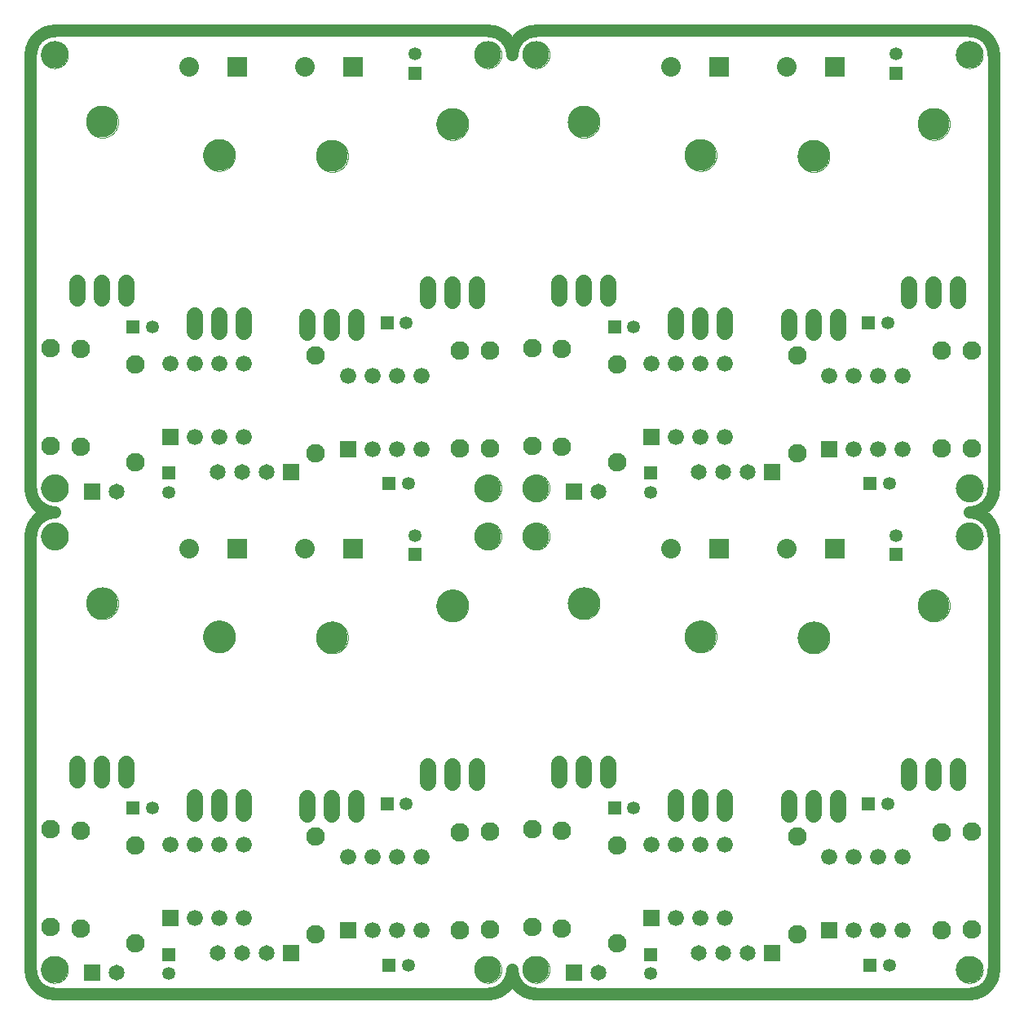
<source format=gts>
G75*
%MOIN*%
%OFA0B0*%
%FSLAX25Y25*%
%IPPOS*%
%LPD*%
%AMOC8*
5,1,8,0,0,1.08239X$1,22.5*
%
%ADD10C,0.05000*%
%ADD11C,0.00000*%
%ADD12C,0.11024*%
%ADD13R,0.05315X0.05315*%
%ADD14C,0.05315*%
%ADD15C,0.07600*%
%ADD16R,0.06500X0.06500*%
%ADD17C,0.06500*%
%ADD18C,0.06600*%
%ADD19C,0.13000*%
%ADD20R,0.06600X0.06600*%
%ADD21C,0.06600*%
%ADD22R,0.08000X0.08000*%
%ADD23C,0.08000*%
D10*
X0105562Y0052713D02*
X0105562Y0229878D01*
X0105565Y0230116D01*
X0105573Y0230354D01*
X0105588Y0230591D01*
X0105608Y0230828D01*
X0105634Y0231064D01*
X0105665Y0231300D01*
X0105702Y0231535D01*
X0105745Y0231769D01*
X0105794Y0232002D01*
X0105848Y0232234D01*
X0105908Y0232464D01*
X0105973Y0232693D01*
X0106044Y0232920D01*
X0106120Y0233145D01*
X0106202Y0233368D01*
X0106289Y0233590D01*
X0106381Y0233809D01*
X0106479Y0234026D01*
X0106581Y0234240D01*
X0106689Y0234452D01*
X0106803Y0234662D01*
X0106921Y0234868D01*
X0107044Y0235072D01*
X0107172Y0235272D01*
X0107304Y0235469D01*
X0107442Y0235664D01*
X0107584Y0235854D01*
X0107731Y0236042D01*
X0107882Y0236225D01*
X0108037Y0236405D01*
X0108197Y0236581D01*
X0108361Y0236753D01*
X0108530Y0236922D01*
X0108702Y0237086D01*
X0108878Y0237246D01*
X0109058Y0237401D01*
X0109241Y0237552D01*
X0109429Y0237699D01*
X0109619Y0237841D01*
X0109814Y0237979D01*
X0110011Y0238111D01*
X0110211Y0238239D01*
X0110415Y0238362D01*
X0110621Y0238480D01*
X0110831Y0238594D01*
X0111043Y0238702D01*
X0111257Y0238804D01*
X0111474Y0238902D01*
X0111693Y0238994D01*
X0111915Y0239081D01*
X0112138Y0239163D01*
X0112363Y0239239D01*
X0112590Y0239310D01*
X0112819Y0239375D01*
X0113049Y0239435D01*
X0113281Y0239489D01*
X0113514Y0239538D01*
X0113748Y0239581D01*
X0113983Y0239618D01*
X0114219Y0239649D01*
X0114455Y0239675D01*
X0114692Y0239695D01*
X0114929Y0239710D01*
X0115167Y0239718D01*
X0115405Y0239721D01*
X0115405Y0239720D02*
X0115167Y0239723D01*
X0114929Y0239731D01*
X0114692Y0239746D01*
X0114455Y0239766D01*
X0114219Y0239792D01*
X0113983Y0239823D01*
X0113748Y0239860D01*
X0113514Y0239903D01*
X0113281Y0239952D01*
X0113049Y0240006D01*
X0112819Y0240066D01*
X0112590Y0240131D01*
X0112363Y0240202D01*
X0112138Y0240278D01*
X0111915Y0240360D01*
X0111693Y0240447D01*
X0111474Y0240539D01*
X0111257Y0240637D01*
X0111043Y0240739D01*
X0110831Y0240847D01*
X0110621Y0240961D01*
X0110415Y0241079D01*
X0110211Y0241202D01*
X0110011Y0241330D01*
X0109814Y0241462D01*
X0109619Y0241600D01*
X0109429Y0241742D01*
X0109241Y0241889D01*
X0109058Y0242040D01*
X0108878Y0242195D01*
X0108702Y0242355D01*
X0108530Y0242519D01*
X0108361Y0242688D01*
X0108197Y0242860D01*
X0108037Y0243036D01*
X0107882Y0243216D01*
X0107731Y0243399D01*
X0107584Y0243587D01*
X0107442Y0243777D01*
X0107304Y0243972D01*
X0107172Y0244169D01*
X0107044Y0244369D01*
X0106921Y0244573D01*
X0106803Y0244779D01*
X0106689Y0244989D01*
X0106581Y0245201D01*
X0106479Y0245415D01*
X0106381Y0245632D01*
X0106289Y0245851D01*
X0106202Y0246073D01*
X0106120Y0246296D01*
X0106044Y0246521D01*
X0105973Y0246748D01*
X0105908Y0246977D01*
X0105848Y0247207D01*
X0105794Y0247439D01*
X0105745Y0247672D01*
X0105702Y0247906D01*
X0105665Y0248141D01*
X0105634Y0248377D01*
X0105608Y0248613D01*
X0105588Y0248850D01*
X0105573Y0249087D01*
X0105565Y0249325D01*
X0105562Y0249563D01*
X0105562Y0426728D01*
X0105565Y0426966D01*
X0105573Y0427204D01*
X0105588Y0427441D01*
X0105608Y0427678D01*
X0105634Y0427914D01*
X0105665Y0428150D01*
X0105702Y0428385D01*
X0105745Y0428619D01*
X0105794Y0428852D01*
X0105848Y0429084D01*
X0105908Y0429314D01*
X0105973Y0429543D01*
X0106044Y0429770D01*
X0106120Y0429995D01*
X0106202Y0430218D01*
X0106289Y0430440D01*
X0106381Y0430659D01*
X0106479Y0430876D01*
X0106581Y0431090D01*
X0106689Y0431302D01*
X0106803Y0431512D01*
X0106921Y0431718D01*
X0107044Y0431922D01*
X0107172Y0432122D01*
X0107304Y0432319D01*
X0107442Y0432514D01*
X0107584Y0432704D01*
X0107731Y0432892D01*
X0107882Y0433075D01*
X0108037Y0433255D01*
X0108197Y0433431D01*
X0108361Y0433603D01*
X0108530Y0433772D01*
X0108702Y0433936D01*
X0108878Y0434096D01*
X0109058Y0434251D01*
X0109241Y0434402D01*
X0109429Y0434549D01*
X0109619Y0434691D01*
X0109814Y0434829D01*
X0110011Y0434961D01*
X0110211Y0435089D01*
X0110415Y0435212D01*
X0110621Y0435330D01*
X0110831Y0435444D01*
X0111043Y0435552D01*
X0111257Y0435654D01*
X0111474Y0435752D01*
X0111693Y0435844D01*
X0111915Y0435931D01*
X0112138Y0436013D01*
X0112363Y0436089D01*
X0112590Y0436160D01*
X0112819Y0436225D01*
X0113049Y0436285D01*
X0113281Y0436339D01*
X0113514Y0436388D01*
X0113748Y0436431D01*
X0113983Y0436468D01*
X0114219Y0436499D01*
X0114455Y0436525D01*
X0114692Y0436545D01*
X0114929Y0436560D01*
X0115167Y0436568D01*
X0115405Y0436571D01*
X0292570Y0436571D01*
X0292808Y0436568D01*
X0293046Y0436560D01*
X0293283Y0436545D01*
X0293520Y0436525D01*
X0293756Y0436499D01*
X0293992Y0436468D01*
X0294227Y0436431D01*
X0294461Y0436388D01*
X0294694Y0436339D01*
X0294926Y0436285D01*
X0295156Y0436225D01*
X0295385Y0436160D01*
X0295612Y0436089D01*
X0295837Y0436013D01*
X0296060Y0435931D01*
X0296282Y0435844D01*
X0296501Y0435752D01*
X0296718Y0435654D01*
X0296932Y0435552D01*
X0297144Y0435444D01*
X0297354Y0435330D01*
X0297560Y0435212D01*
X0297764Y0435089D01*
X0297964Y0434961D01*
X0298161Y0434829D01*
X0298356Y0434691D01*
X0298546Y0434549D01*
X0298734Y0434402D01*
X0298917Y0434251D01*
X0299097Y0434096D01*
X0299273Y0433936D01*
X0299445Y0433772D01*
X0299614Y0433603D01*
X0299778Y0433431D01*
X0299938Y0433255D01*
X0300093Y0433075D01*
X0300244Y0432892D01*
X0300391Y0432704D01*
X0300533Y0432514D01*
X0300671Y0432319D01*
X0300803Y0432122D01*
X0300931Y0431922D01*
X0301054Y0431718D01*
X0301172Y0431512D01*
X0301286Y0431302D01*
X0301394Y0431090D01*
X0301496Y0430876D01*
X0301594Y0430659D01*
X0301686Y0430440D01*
X0301773Y0430218D01*
X0301855Y0429995D01*
X0301931Y0429770D01*
X0302002Y0429543D01*
X0302067Y0429314D01*
X0302127Y0429084D01*
X0302181Y0428852D01*
X0302230Y0428619D01*
X0302273Y0428385D01*
X0302310Y0428150D01*
X0302341Y0427914D01*
X0302367Y0427678D01*
X0302387Y0427441D01*
X0302402Y0427204D01*
X0302410Y0426966D01*
X0302413Y0426728D01*
X0302412Y0426728D02*
X0302415Y0426966D01*
X0302423Y0427204D01*
X0302438Y0427441D01*
X0302458Y0427678D01*
X0302484Y0427914D01*
X0302515Y0428150D01*
X0302552Y0428385D01*
X0302595Y0428619D01*
X0302644Y0428852D01*
X0302698Y0429084D01*
X0302758Y0429314D01*
X0302823Y0429543D01*
X0302894Y0429770D01*
X0302970Y0429995D01*
X0303052Y0430218D01*
X0303139Y0430440D01*
X0303231Y0430659D01*
X0303329Y0430876D01*
X0303431Y0431090D01*
X0303539Y0431302D01*
X0303653Y0431512D01*
X0303771Y0431718D01*
X0303894Y0431922D01*
X0304022Y0432122D01*
X0304154Y0432319D01*
X0304292Y0432514D01*
X0304434Y0432704D01*
X0304581Y0432892D01*
X0304732Y0433075D01*
X0304887Y0433255D01*
X0305047Y0433431D01*
X0305211Y0433603D01*
X0305380Y0433772D01*
X0305552Y0433936D01*
X0305728Y0434096D01*
X0305908Y0434251D01*
X0306091Y0434402D01*
X0306279Y0434549D01*
X0306469Y0434691D01*
X0306664Y0434829D01*
X0306861Y0434961D01*
X0307061Y0435089D01*
X0307265Y0435212D01*
X0307471Y0435330D01*
X0307681Y0435444D01*
X0307893Y0435552D01*
X0308107Y0435654D01*
X0308324Y0435752D01*
X0308543Y0435844D01*
X0308765Y0435931D01*
X0308988Y0436013D01*
X0309213Y0436089D01*
X0309440Y0436160D01*
X0309669Y0436225D01*
X0309899Y0436285D01*
X0310131Y0436339D01*
X0310364Y0436388D01*
X0310598Y0436431D01*
X0310833Y0436468D01*
X0311069Y0436499D01*
X0311305Y0436525D01*
X0311542Y0436545D01*
X0311779Y0436560D01*
X0312017Y0436568D01*
X0312255Y0436571D01*
X0489420Y0436571D01*
X0489658Y0436568D01*
X0489896Y0436560D01*
X0490133Y0436545D01*
X0490370Y0436525D01*
X0490606Y0436499D01*
X0490842Y0436468D01*
X0491077Y0436431D01*
X0491311Y0436388D01*
X0491544Y0436339D01*
X0491776Y0436285D01*
X0492006Y0436225D01*
X0492235Y0436160D01*
X0492462Y0436089D01*
X0492687Y0436013D01*
X0492910Y0435931D01*
X0493132Y0435844D01*
X0493351Y0435752D01*
X0493568Y0435654D01*
X0493782Y0435552D01*
X0493994Y0435444D01*
X0494204Y0435330D01*
X0494410Y0435212D01*
X0494614Y0435089D01*
X0494814Y0434961D01*
X0495011Y0434829D01*
X0495206Y0434691D01*
X0495396Y0434549D01*
X0495584Y0434402D01*
X0495767Y0434251D01*
X0495947Y0434096D01*
X0496123Y0433936D01*
X0496295Y0433772D01*
X0496464Y0433603D01*
X0496628Y0433431D01*
X0496788Y0433255D01*
X0496943Y0433075D01*
X0497094Y0432892D01*
X0497241Y0432704D01*
X0497383Y0432514D01*
X0497521Y0432319D01*
X0497653Y0432122D01*
X0497781Y0431922D01*
X0497904Y0431718D01*
X0498022Y0431512D01*
X0498136Y0431302D01*
X0498244Y0431090D01*
X0498346Y0430876D01*
X0498444Y0430659D01*
X0498536Y0430440D01*
X0498623Y0430218D01*
X0498705Y0429995D01*
X0498781Y0429770D01*
X0498852Y0429543D01*
X0498917Y0429314D01*
X0498977Y0429084D01*
X0499031Y0428852D01*
X0499080Y0428619D01*
X0499123Y0428385D01*
X0499160Y0428150D01*
X0499191Y0427914D01*
X0499217Y0427678D01*
X0499237Y0427441D01*
X0499252Y0427204D01*
X0499260Y0426966D01*
X0499263Y0426728D01*
X0499263Y0249563D01*
X0499260Y0249325D01*
X0499252Y0249087D01*
X0499237Y0248850D01*
X0499217Y0248613D01*
X0499191Y0248377D01*
X0499160Y0248141D01*
X0499123Y0247906D01*
X0499080Y0247672D01*
X0499031Y0247439D01*
X0498977Y0247207D01*
X0498917Y0246977D01*
X0498852Y0246748D01*
X0498781Y0246521D01*
X0498705Y0246296D01*
X0498623Y0246073D01*
X0498536Y0245851D01*
X0498444Y0245632D01*
X0498346Y0245415D01*
X0498244Y0245201D01*
X0498136Y0244989D01*
X0498022Y0244779D01*
X0497904Y0244573D01*
X0497781Y0244369D01*
X0497653Y0244169D01*
X0497521Y0243972D01*
X0497383Y0243777D01*
X0497241Y0243587D01*
X0497094Y0243399D01*
X0496943Y0243216D01*
X0496788Y0243036D01*
X0496628Y0242860D01*
X0496464Y0242688D01*
X0496295Y0242519D01*
X0496123Y0242355D01*
X0495947Y0242195D01*
X0495767Y0242040D01*
X0495584Y0241889D01*
X0495396Y0241742D01*
X0495206Y0241600D01*
X0495011Y0241462D01*
X0494814Y0241330D01*
X0494614Y0241202D01*
X0494410Y0241079D01*
X0494204Y0240961D01*
X0493994Y0240847D01*
X0493782Y0240739D01*
X0493568Y0240637D01*
X0493351Y0240539D01*
X0493132Y0240447D01*
X0492910Y0240360D01*
X0492687Y0240278D01*
X0492462Y0240202D01*
X0492235Y0240131D01*
X0492006Y0240066D01*
X0491776Y0240006D01*
X0491544Y0239952D01*
X0491311Y0239903D01*
X0491077Y0239860D01*
X0490842Y0239823D01*
X0490606Y0239792D01*
X0490370Y0239766D01*
X0490133Y0239746D01*
X0489896Y0239731D01*
X0489658Y0239723D01*
X0489420Y0239720D01*
X0489420Y0239721D02*
X0489658Y0239718D01*
X0489896Y0239710D01*
X0490133Y0239695D01*
X0490370Y0239675D01*
X0490606Y0239649D01*
X0490842Y0239618D01*
X0491077Y0239581D01*
X0491311Y0239538D01*
X0491544Y0239489D01*
X0491776Y0239435D01*
X0492006Y0239375D01*
X0492235Y0239310D01*
X0492462Y0239239D01*
X0492687Y0239163D01*
X0492910Y0239081D01*
X0493132Y0238994D01*
X0493351Y0238902D01*
X0493568Y0238804D01*
X0493782Y0238702D01*
X0493994Y0238594D01*
X0494204Y0238480D01*
X0494410Y0238362D01*
X0494614Y0238239D01*
X0494814Y0238111D01*
X0495011Y0237979D01*
X0495206Y0237841D01*
X0495396Y0237699D01*
X0495584Y0237552D01*
X0495767Y0237401D01*
X0495947Y0237246D01*
X0496123Y0237086D01*
X0496295Y0236922D01*
X0496464Y0236753D01*
X0496628Y0236581D01*
X0496788Y0236405D01*
X0496943Y0236225D01*
X0497094Y0236042D01*
X0497241Y0235854D01*
X0497383Y0235664D01*
X0497521Y0235469D01*
X0497653Y0235272D01*
X0497781Y0235072D01*
X0497904Y0234868D01*
X0498022Y0234662D01*
X0498136Y0234452D01*
X0498244Y0234240D01*
X0498346Y0234026D01*
X0498444Y0233809D01*
X0498536Y0233590D01*
X0498623Y0233368D01*
X0498705Y0233145D01*
X0498781Y0232920D01*
X0498852Y0232693D01*
X0498917Y0232464D01*
X0498977Y0232234D01*
X0499031Y0232002D01*
X0499080Y0231769D01*
X0499123Y0231535D01*
X0499160Y0231300D01*
X0499191Y0231064D01*
X0499217Y0230828D01*
X0499237Y0230591D01*
X0499252Y0230354D01*
X0499260Y0230116D01*
X0499263Y0229878D01*
X0499263Y0052713D01*
X0499260Y0052475D01*
X0499252Y0052237D01*
X0499237Y0052000D01*
X0499217Y0051763D01*
X0499191Y0051527D01*
X0499160Y0051291D01*
X0499123Y0051056D01*
X0499080Y0050822D01*
X0499031Y0050589D01*
X0498977Y0050357D01*
X0498917Y0050127D01*
X0498852Y0049898D01*
X0498781Y0049671D01*
X0498705Y0049446D01*
X0498623Y0049223D01*
X0498536Y0049001D01*
X0498444Y0048782D01*
X0498346Y0048565D01*
X0498244Y0048351D01*
X0498136Y0048139D01*
X0498022Y0047929D01*
X0497904Y0047723D01*
X0497781Y0047519D01*
X0497653Y0047319D01*
X0497521Y0047122D01*
X0497383Y0046927D01*
X0497241Y0046737D01*
X0497094Y0046549D01*
X0496943Y0046366D01*
X0496788Y0046186D01*
X0496628Y0046010D01*
X0496464Y0045838D01*
X0496295Y0045669D01*
X0496123Y0045505D01*
X0495947Y0045345D01*
X0495767Y0045190D01*
X0495584Y0045039D01*
X0495396Y0044892D01*
X0495206Y0044750D01*
X0495011Y0044612D01*
X0494814Y0044480D01*
X0494614Y0044352D01*
X0494410Y0044229D01*
X0494204Y0044111D01*
X0493994Y0043997D01*
X0493782Y0043889D01*
X0493568Y0043787D01*
X0493351Y0043689D01*
X0493132Y0043597D01*
X0492910Y0043510D01*
X0492687Y0043428D01*
X0492462Y0043352D01*
X0492235Y0043281D01*
X0492006Y0043216D01*
X0491776Y0043156D01*
X0491544Y0043102D01*
X0491311Y0043053D01*
X0491077Y0043010D01*
X0490842Y0042973D01*
X0490606Y0042942D01*
X0490370Y0042916D01*
X0490133Y0042896D01*
X0489896Y0042881D01*
X0489658Y0042873D01*
X0489420Y0042870D01*
X0312255Y0042870D01*
X0312017Y0042873D01*
X0311779Y0042881D01*
X0311542Y0042896D01*
X0311305Y0042916D01*
X0311069Y0042942D01*
X0310833Y0042973D01*
X0310598Y0043010D01*
X0310364Y0043053D01*
X0310131Y0043102D01*
X0309899Y0043156D01*
X0309669Y0043216D01*
X0309440Y0043281D01*
X0309213Y0043352D01*
X0308988Y0043428D01*
X0308765Y0043510D01*
X0308543Y0043597D01*
X0308324Y0043689D01*
X0308107Y0043787D01*
X0307893Y0043889D01*
X0307681Y0043997D01*
X0307471Y0044111D01*
X0307265Y0044229D01*
X0307061Y0044352D01*
X0306861Y0044480D01*
X0306664Y0044612D01*
X0306469Y0044750D01*
X0306279Y0044892D01*
X0306091Y0045039D01*
X0305908Y0045190D01*
X0305728Y0045345D01*
X0305552Y0045505D01*
X0305380Y0045669D01*
X0305211Y0045838D01*
X0305047Y0046010D01*
X0304887Y0046186D01*
X0304732Y0046366D01*
X0304581Y0046549D01*
X0304434Y0046737D01*
X0304292Y0046927D01*
X0304154Y0047122D01*
X0304022Y0047319D01*
X0303894Y0047519D01*
X0303771Y0047723D01*
X0303653Y0047929D01*
X0303539Y0048139D01*
X0303431Y0048351D01*
X0303329Y0048565D01*
X0303231Y0048782D01*
X0303139Y0049001D01*
X0303052Y0049223D01*
X0302970Y0049446D01*
X0302894Y0049671D01*
X0302823Y0049898D01*
X0302758Y0050127D01*
X0302698Y0050357D01*
X0302644Y0050589D01*
X0302595Y0050822D01*
X0302552Y0051056D01*
X0302515Y0051291D01*
X0302484Y0051527D01*
X0302458Y0051763D01*
X0302438Y0052000D01*
X0302423Y0052237D01*
X0302415Y0052475D01*
X0302412Y0052713D01*
X0302413Y0052713D02*
X0302410Y0052475D01*
X0302402Y0052237D01*
X0302387Y0052000D01*
X0302367Y0051763D01*
X0302341Y0051527D01*
X0302310Y0051291D01*
X0302273Y0051056D01*
X0302230Y0050822D01*
X0302181Y0050589D01*
X0302127Y0050357D01*
X0302067Y0050127D01*
X0302002Y0049898D01*
X0301931Y0049671D01*
X0301855Y0049446D01*
X0301773Y0049223D01*
X0301686Y0049001D01*
X0301594Y0048782D01*
X0301496Y0048565D01*
X0301394Y0048351D01*
X0301286Y0048139D01*
X0301172Y0047929D01*
X0301054Y0047723D01*
X0300931Y0047519D01*
X0300803Y0047319D01*
X0300671Y0047122D01*
X0300533Y0046927D01*
X0300391Y0046737D01*
X0300244Y0046549D01*
X0300093Y0046366D01*
X0299938Y0046186D01*
X0299778Y0046010D01*
X0299614Y0045838D01*
X0299445Y0045669D01*
X0299273Y0045505D01*
X0299097Y0045345D01*
X0298917Y0045190D01*
X0298734Y0045039D01*
X0298546Y0044892D01*
X0298356Y0044750D01*
X0298161Y0044612D01*
X0297964Y0044480D01*
X0297764Y0044352D01*
X0297560Y0044229D01*
X0297354Y0044111D01*
X0297144Y0043997D01*
X0296932Y0043889D01*
X0296718Y0043787D01*
X0296501Y0043689D01*
X0296282Y0043597D01*
X0296060Y0043510D01*
X0295837Y0043428D01*
X0295612Y0043352D01*
X0295385Y0043281D01*
X0295156Y0043216D01*
X0294926Y0043156D01*
X0294694Y0043102D01*
X0294461Y0043053D01*
X0294227Y0043010D01*
X0293992Y0042973D01*
X0293756Y0042942D01*
X0293520Y0042916D01*
X0293283Y0042896D01*
X0293046Y0042881D01*
X0292808Y0042873D01*
X0292570Y0042870D01*
X0115405Y0042870D01*
X0115167Y0042873D01*
X0114929Y0042881D01*
X0114692Y0042896D01*
X0114455Y0042916D01*
X0114219Y0042942D01*
X0113983Y0042973D01*
X0113748Y0043010D01*
X0113514Y0043053D01*
X0113281Y0043102D01*
X0113049Y0043156D01*
X0112819Y0043216D01*
X0112590Y0043281D01*
X0112363Y0043352D01*
X0112138Y0043428D01*
X0111915Y0043510D01*
X0111693Y0043597D01*
X0111474Y0043689D01*
X0111257Y0043787D01*
X0111043Y0043889D01*
X0110831Y0043997D01*
X0110621Y0044111D01*
X0110415Y0044229D01*
X0110211Y0044352D01*
X0110011Y0044480D01*
X0109814Y0044612D01*
X0109619Y0044750D01*
X0109429Y0044892D01*
X0109241Y0045039D01*
X0109058Y0045190D01*
X0108878Y0045345D01*
X0108702Y0045505D01*
X0108530Y0045669D01*
X0108361Y0045838D01*
X0108197Y0046010D01*
X0108037Y0046186D01*
X0107882Y0046366D01*
X0107731Y0046549D01*
X0107584Y0046737D01*
X0107442Y0046927D01*
X0107304Y0047122D01*
X0107172Y0047319D01*
X0107044Y0047519D01*
X0106921Y0047723D01*
X0106803Y0047929D01*
X0106689Y0048139D01*
X0106581Y0048351D01*
X0106479Y0048565D01*
X0106381Y0048782D01*
X0106289Y0049001D01*
X0106202Y0049223D01*
X0106120Y0049446D01*
X0106044Y0049671D01*
X0105973Y0049898D01*
X0105908Y0050127D01*
X0105848Y0050357D01*
X0105794Y0050589D01*
X0105745Y0050822D01*
X0105702Y0051056D01*
X0105665Y0051291D01*
X0105634Y0051527D01*
X0105608Y0051763D01*
X0105588Y0052000D01*
X0105573Y0052237D01*
X0105565Y0052475D01*
X0105562Y0052713D01*
D11*
X0109893Y0052713D02*
X0109895Y0052861D01*
X0109901Y0053009D01*
X0109911Y0053157D01*
X0109925Y0053304D01*
X0109943Y0053451D01*
X0109964Y0053597D01*
X0109990Y0053743D01*
X0110020Y0053888D01*
X0110053Y0054032D01*
X0110091Y0054175D01*
X0110132Y0054317D01*
X0110177Y0054458D01*
X0110225Y0054598D01*
X0110278Y0054737D01*
X0110334Y0054874D01*
X0110394Y0055009D01*
X0110457Y0055143D01*
X0110524Y0055275D01*
X0110595Y0055405D01*
X0110669Y0055533D01*
X0110746Y0055659D01*
X0110827Y0055783D01*
X0110911Y0055905D01*
X0110998Y0056024D01*
X0111089Y0056141D01*
X0111183Y0056256D01*
X0111279Y0056368D01*
X0111379Y0056478D01*
X0111481Y0056584D01*
X0111587Y0056688D01*
X0111695Y0056789D01*
X0111806Y0056887D01*
X0111919Y0056983D01*
X0112035Y0057075D01*
X0112153Y0057164D01*
X0112274Y0057249D01*
X0112397Y0057332D01*
X0112522Y0057411D01*
X0112649Y0057487D01*
X0112778Y0057559D01*
X0112909Y0057628D01*
X0113042Y0057693D01*
X0113177Y0057754D01*
X0113313Y0057812D01*
X0113450Y0057867D01*
X0113589Y0057917D01*
X0113730Y0057964D01*
X0113871Y0058007D01*
X0114014Y0058047D01*
X0114158Y0058082D01*
X0114302Y0058114D01*
X0114448Y0058141D01*
X0114594Y0058165D01*
X0114741Y0058185D01*
X0114888Y0058201D01*
X0115035Y0058213D01*
X0115183Y0058221D01*
X0115331Y0058225D01*
X0115479Y0058225D01*
X0115627Y0058221D01*
X0115775Y0058213D01*
X0115922Y0058201D01*
X0116069Y0058185D01*
X0116216Y0058165D01*
X0116362Y0058141D01*
X0116508Y0058114D01*
X0116652Y0058082D01*
X0116796Y0058047D01*
X0116939Y0058007D01*
X0117080Y0057964D01*
X0117221Y0057917D01*
X0117360Y0057867D01*
X0117497Y0057812D01*
X0117633Y0057754D01*
X0117768Y0057693D01*
X0117901Y0057628D01*
X0118032Y0057559D01*
X0118161Y0057487D01*
X0118288Y0057411D01*
X0118413Y0057332D01*
X0118536Y0057249D01*
X0118657Y0057164D01*
X0118775Y0057075D01*
X0118891Y0056983D01*
X0119004Y0056887D01*
X0119115Y0056789D01*
X0119223Y0056688D01*
X0119329Y0056584D01*
X0119431Y0056478D01*
X0119531Y0056368D01*
X0119627Y0056256D01*
X0119721Y0056141D01*
X0119812Y0056024D01*
X0119899Y0055905D01*
X0119983Y0055783D01*
X0120064Y0055659D01*
X0120141Y0055533D01*
X0120215Y0055405D01*
X0120286Y0055275D01*
X0120353Y0055143D01*
X0120416Y0055009D01*
X0120476Y0054874D01*
X0120532Y0054737D01*
X0120585Y0054598D01*
X0120633Y0054458D01*
X0120678Y0054317D01*
X0120719Y0054175D01*
X0120757Y0054032D01*
X0120790Y0053888D01*
X0120820Y0053743D01*
X0120846Y0053597D01*
X0120867Y0053451D01*
X0120885Y0053304D01*
X0120899Y0053157D01*
X0120909Y0053009D01*
X0120915Y0052861D01*
X0120917Y0052713D01*
X0120915Y0052565D01*
X0120909Y0052417D01*
X0120899Y0052269D01*
X0120885Y0052122D01*
X0120867Y0051975D01*
X0120846Y0051829D01*
X0120820Y0051683D01*
X0120790Y0051538D01*
X0120757Y0051394D01*
X0120719Y0051251D01*
X0120678Y0051109D01*
X0120633Y0050968D01*
X0120585Y0050828D01*
X0120532Y0050689D01*
X0120476Y0050552D01*
X0120416Y0050417D01*
X0120353Y0050283D01*
X0120286Y0050151D01*
X0120215Y0050021D01*
X0120141Y0049893D01*
X0120064Y0049767D01*
X0119983Y0049643D01*
X0119899Y0049521D01*
X0119812Y0049402D01*
X0119721Y0049285D01*
X0119627Y0049170D01*
X0119531Y0049058D01*
X0119431Y0048948D01*
X0119329Y0048842D01*
X0119223Y0048738D01*
X0119115Y0048637D01*
X0119004Y0048539D01*
X0118891Y0048443D01*
X0118775Y0048351D01*
X0118657Y0048262D01*
X0118536Y0048177D01*
X0118413Y0048094D01*
X0118288Y0048015D01*
X0118161Y0047939D01*
X0118032Y0047867D01*
X0117901Y0047798D01*
X0117768Y0047733D01*
X0117633Y0047672D01*
X0117497Y0047614D01*
X0117360Y0047559D01*
X0117221Y0047509D01*
X0117080Y0047462D01*
X0116939Y0047419D01*
X0116796Y0047379D01*
X0116652Y0047344D01*
X0116508Y0047312D01*
X0116362Y0047285D01*
X0116216Y0047261D01*
X0116069Y0047241D01*
X0115922Y0047225D01*
X0115775Y0047213D01*
X0115627Y0047205D01*
X0115479Y0047201D01*
X0115331Y0047201D01*
X0115183Y0047205D01*
X0115035Y0047213D01*
X0114888Y0047225D01*
X0114741Y0047241D01*
X0114594Y0047261D01*
X0114448Y0047285D01*
X0114302Y0047312D01*
X0114158Y0047344D01*
X0114014Y0047379D01*
X0113871Y0047419D01*
X0113730Y0047462D01*
X0113589Y0047509D01*
X0113450Y0047559D01*
X0113313Y0047614D01*
X0113177Y0047672D01*
X0113042Y0047733D01*
X0112909Y0047798D01*
X0112778Y0047867D01*
X0112649Y0047939D01*
X0112522Y0048015D01*
X0112397Y0048094D01*
X0112274Y0048177D01*
X0112153Y0048262D01*
X0112035Y0048351D01*
X0111919Y0048443D01*
X0111806Y0048539D01*
X0111695Y0048637D01*
X0111587Y0048738D01*
X0111481Y0048842D01*
X0111379Y0048948D01*
X0111279Y0049058D01*
X0111183Y0049170D01*
X0111089Y0049285D01*
X0110998Y0049402D01*
X0110911Y0049521D01*
X0110827Y0049643D01*
X0110746Y0049767D01*
X0110669Y0049893D01*
X0110595Y0050021D01*
X0110524Y0050151D01*
X0110457Y0050283D01*
X0110394Y0050417D01*
X0110334Y0050552D01*
X0110278Y0050689D01*
X0110225Y0050828D01*
X0110177Y0050968D01*
X0110132Y0051109D01*
X0110091Y0051251D01*
X0110053Y0051394D01*
X0110020Y0051538D01*
X0109990Y0051683D01*
X0109964Y0051829D01*
X0109943Y0051975D01*
X0109925Y0052122D01*
X0109911Y0052269D01*
X0109901Y0052417D01*
X0109895Y0052565D01*
X0109893Y0052713D01*
X0176178Y0188809D02*
X0176180Y0188970D01*
X0176186Y0189130D01*
X0176196Y0189291D01*
X0176210Y0189451D01*
X0176228Y0189611D01*
X0176249Y0189770D01*
X0176275Y0189929D01*
X0176305Y0190087D01*
X0176338Y0190244D01*
X0176376Y0190401D01*
X0176417Y0190556D01*
X0176462Y0190710D01*
X0176511Y0190863D01*
X0176564Y0191015D01*
X0176620Y0191166D01*
X0176681Y0191315D01*
X0176744Y0191463D01*
X0176812Y0191609D01*
X0176883Y0191753D01*
X0176957Y0191895D01*
X0177035Y0192036D01*
X0177117Y0192174D01*
X0177202Y0192311D01*
X0177290Y0192445D01*
X0177382Y0192577D01*
X0177477Y0192707D01*
X0177575Y0192835D01*
X0177676Y0192960D01*
X0177780Y0193082D01*
X0177887Y0193202D01*
X0177997Y0193319D01*
X0178110Y0193434D01*
X0178226Y0193545D01*
X0178345Y0193654D01*
X0178466Y0193759D01*
X0178590Y0193862D01*
X0178716Y0193962D01*
X0178844Y0194058D01*
X0178975Y0194151D01*
X0179109Y0194241D01*
X0179244Y0194328D01*
X0179382Y0194411D01*
X0179521Y0194491D01*
X0179663Y0194567D01*
X0179806Y0194640D01*
X0179951Y0194709D01*
X0180098Y0194775D01*
X0180246Y0194837D01*
X0180396Y0194895D01*
X0180547Y0194950D01*
X0180700Y0195001D01*
X0180854Y0195048D01*
X0181009Y0195091D01*
X0181165Y0195130D01*
X0181321Y0195166D01*
X0181479Y0195197D01*
X0181637Y0195225D01*
X0181796Y0195249D01*
X0181956Y0195269D01*
X0182116Y0195285D01*
X0182276Y0195297D01*
X0182437Y0195305D01*
X0182598Y0195309D01*
X0182758Y0195309D01*
X0182919Y0195305D01*
X0183080Y0195297D01*
X0183240Y0195285D01*
X0183400Y0195269D01*
X0183560Y0195249D01*
X0183719Y0195225D01*
X0183877Y0195197D01*
X0184035Y0195166D01*
X0184191Y0195130D01*
X0184347Y0195091D01*
X0184502Y0195048D01*
X0184656Y0195001D01*
X0184809Y0194950D01*
X0184960Y0194895D01*
X0185110Y0194837D01*
X0185258Y0194775D01*
X0185405Y0194709D01*
X0185550Y0194640D01*
X0185693Y0194567D01*
X0185835Y0194491D01*
X0185974Y0194411D01*
X0186112Y0194328D01*
X0186247Y0194241D01*
X0186381Y0194151D01*
X0186512Y0194058D01*
X0186640Y0193962D01*
X0186766Y0193862D01*
X0186890Y0193759D01*
X0187011Y0193654D01*
X0187130Y0193545D01*
X0187246Y0193434D01*
X0187359Y0193319D01*
X0187469Y0193202D01*
X0187576Y0193082D01*
X0187680Y0192960D01*
X0187781Y0192835D01*
X0187879Y0192707D01*
X0187974Y0192577D01*
X0188066Y0192445D01*
X0188154Y0192311D01*
X0188239Y0192174D01*
X0188321Y0192036D01*
X0188399Y0191895D01*
X0188473Y0191753D01*
X0188544Y0191609D01*
X0188612Y0191463D01*
X0188675Y0191315D01*
X0188736Y0191166D01*
X0188792Y0191015D01*
X0188845Y0190863D01*
X0188894Y0190710D01*
X0188939Y0190556D01*
X0188980Y0190401D01*
X0189018Y0190244D01*
X0189051Y0190087D01*
X0189081Y0189929D01*
X0189107Y0189770D01*
X0189128Y0189611D01*
X0189146Y0189451D01*
X0189160Y0189291D01*
X0189170Y0189130D01*
X0189176Y0188970D01*
X0189178Y0188809D01*
X0189176Y0188648D01*
X0189170Y0188488D01*
X0189160Y0188327D01*
X0189146Y0188167D01*
X0189128Y0188007D01*
X0189107Y0187848D01*
X0189081Y0187689D01*
X0189051Y0187531D01*
X0189018Y0187374D01*
X0188980Y0187217D01*
X0188939Y0187062D01*
X0188894Y0186908D01*
X0188845Y0186755D01*
X0188792Y0186603D01*
X0188736Y0186452D01*
X0188675Y0186303D01*
X0188612Y0186155D01*
X0188544Y0186009D01*
X0188473Y0185865D01*
X0188399Y0185723D01*
X0188321Y0185582D01*
X0188239Y0185444D01*
X0188154Y0185307D01*
X0188066Y0185173D01*
X0187974Y0185041D01*
X0187879Y0184911D01*
X0187781Y0184783D01*
X0187680Y0184658D01*
X0187576Y0184536D01*
X0187469Y0184416D01*
X0187359Y0184299D01*
X0187246Y0184184D01*
X0187130Y0184073D01*
X0187011Y0183964D01*
X0186890Y0183859D01*
X0186766Y0183756D01*
X0186640Y0183656D01*
X0186512Y0183560D01*
X0186381Y0183467D01*
X0186247Y0183377D01*
X0186112Y0183290D01*
X0185974Y0183207D01*
X0185835Y0183127D01*
X0185693Y0183051D01*
X0185550Y0182978D01*
X0185405Y0182909D01*
X0185258Y0182843D01*
X0185110Y0182781D01*
X0184960Y0182723D01*
X0184809Y0182668D01*
X0184656Y0182617D01*
X0184502Y0182570D01*
X0184347Y0182527D01*
X0184191Y0182488D01*
X0184035Y0182452D01*
X0183877Y0182421D01*
X0183719Y0182393D01*
X0183560Y0182369D01*
X0183400Y0182349D01*
X0183240Y0182333D01*
X0183080Y0182321D01*
X0182919Y0182313D01*
X0182758Y0182309D01*
X0182598Y0182309D01*
X0182437Y0182313D01*
X0182276Y0182321D01*
X0182116Y0182333D01*
X0181956Y0182349D01*
X0181796Y0182369D01*
X0181637Y0182393D01*
X0181479Y0182421D01*
X0181321Y0182452D01*
X0181165Y0182488D01*
X0181009Y0182527D01*
X0180854Y0182570D01*
X0180700Y0182617D01*
X0180547Y0182668D01*
X0180396Y0182723D01*
X0180246Y0182781D01*
X0180098Y0182843D01*
X0179951Y0182909D01*
X0179806Y0182978D01*
X0179663Y0183051D01*
X0179521Y0183127D01*
X0179382Y0183207D01*
X0179244Y0183290D01*
X0179109Y0183377D01*
X0178975Y0183467D01*
X0178844Y0183560D01*
X0178716Y0183656D01*
X0178590Y0183756D01*
X0178466Y0183859D01*
X0178345Y0183964D01*
X0178226Y0184073D01*
X0178110Y0184184D01*
X0177997Y0184299D01*
X0177887Y0184416D01*
X0177780Y0184536D01*
X0177676Y0184658D01*
X0177575Y0184783D01*
X0177477Y0184911D01*
X0177382Y0185041D01*
X0177290Y0185173D01*
X0177202Y0185307D01*
X0177117Y0185444D01*
X0177035Y0185582D01*
X0176957Y0185723D01*
X0176883Y0185865D01*
X0176812Y0186009D01*
X0176744Y0186155D01*
X0176681Y0186303D01*
X0176620Y0186452D01*
X0176564Y0186603D01*
X0176511Y0186755D01*
X0176462Y0186908D01*
X0176417Y0187062D01*
X0176376Y0187217D01*
X0176338Y0187374D01*
X0176305Y0187531D01*
X0176275Y0187689D01*
X0176249Y0187848D01*
X0176228Y0188007D01*
X0176210Y0188167D01*
X0176196Y0188327D01*
X0176186Y0188488D01*
X0176180Y0188648D01*
X0176178Y0188809D01*
X0128403Y0202411D02*
X0128405Y0202572D01*
X0128411Y0202732D01*
X0128421Y0202893D01*
X0128435Y0203053D01*
X0128453Y0203213D01*
X0128474Y0203372D01*
X0128500Y0203531D01*
X0128530Y0203689D01*
X0128563Y0203846D01*
X0128601Y0204003D01*
X0128642Y0204158D01*
X0128687Y0204312D01*
X0128736Y0204465D01*
X0128789Y0204617D01*
X0128845Y0204768D01*
X0128906Y0204917D01*
X0128969Y0205065D01*
X0129037Y0205211D01*
X0129108Y0205355D01*
X0129182Y0205497D01*
X0129260Y0205638D01*
X0129342Y0205776D01*
X0129427Y0205913D01*
X0129515Y0206047D01*
X0129607Y0206179D01*
X0129702Y0206309D01*
X0129800Y0206437D01*
X0129901Y0206562D01*
X0130005Y0206684D01*
X0130112Y0206804D01*
X0130222Y0206921D01*
X0130335Y0207036D01*
X0130451Y0207147D01*
X0130570Y0207256D01*
X0130691Y0207361D01*
X0130815Y0207464D01*
X0130941Y0207564D01*
X0131069Y0207660D01*
X0131200Y0207753D01*
X0131334Y0207843D01*
X0131469Y0207930D01*
X0131607Y0208013D01*
X0131746Y0208093D01*
X0131888Y0208169D01*
X0132031Y0208242D01*
X0132176Y0208311D01*
X0132323Y0208377D01*
X0132471Y0208439D01*
X0132621Y0208497D01*
X0132772Y0208552D01*
X0132925Y0208603D01*
X0133079Y0208650D01*
X0133234Y0208693D01*
X0133390Y0208732D01*
X0133546Y0208768D01*
X0133704Y0208799D01*
X0133862Y0208827D01*
X0134021Y0208851D01*
X0134181Y0208871D01*
X0134341Y0208887D01*
X0134501Y0208899D01*
X0134662Y0208907D01*
X0134823Y0208911D01*
X0134983Y0208911D01*
X0135144Y0208907D01*
X0135305Y0208899D01*
X0135465Y0208887D01*
X0135625Y0208871D01*
X0135785Y0208851D01*
X0135944Y0208827D01*
X0136102Y0208799D01*
X0136260Y0208768D01*
X0136416Y0208732D01*
X0136572Y0208693D01*
X0136727Y0208650D01*
X0136881Y0208603D01*
X0137034Y0208552D01*
X0137185Y0208497D01*
X0137335Y0208439D01*
X0137483Y0208377D01*
X0137630Y0208311D01*
X0137775Y0208242D01*
X0137918Y0208169D01*
X0138060Y0208093D01*
X0138199Y0208013D01*
X0138337Y0207930D01*
X0138472Y0207843D01*
X0138606Y0207753D01*
X0138737Y0207660D01*
X0138865Y0207564D01*
X0138991Y0207464D01*
X0139115Y0207361D01*
X0139236Y0207256D01*
X0139355Y0207147D01*
X0139471Y0207036D01*
X0139584Y0206921D01*
X0139694Y0206804D01*
X0139801Y0206684D01*
X0139905Y0206562D01*
X0140006Y0206437D01*
X0140104Y0206309D01*
X0140199Y0206179D01*
X0140291Y0206047D01*
X0140379Y0205913D01*
X0140464Y0205776D01*
X0140546Y0205638D01*
X0140624Y0205497D01*
X0140698Y0205355D01*
X0140769Y0205211D01*
X0140837Y0205065D01*
X0140900Y0204917D01*
X0140961Y0204768D01*
X0141017Y0204617D01*
X0141070Y0204465D01*
X0141119Y0204312D01*
X0141164Y0204158D01*
X0141205Y0204003D01*
X0141243Y0203846D01*
X0141276Y0203689D01*
X0141306Y0203531D01*
X0141332Y0203372D01*
X0141353Y0203213D01*
X0141371Y0203053D01*
X0141385Y0202893D01*
X0141395Y0202732D01*
X0141401Y0202572D01*
X0141403Y0202411D01*
X0141401Y0202250D01*
X0141395Y0202090D01*
X0141385Y0201929D01*
X0141371Y0201769D01*
X0141353Y0201609D01*
X0141332Y0201450D01*
X0141306Y0201291D01*
X0141276Y0201133D01*
X0141243Y0200976D01*
X0141205Y0200819D01*
X0141164Y0200664D01*
X0141119Y0200510D01*
X0141070Y0200357D01*
X0141017Y0200205D01*
X0140961Y0200054D01*
X0140900Y0199905D01*
X0140837Y0199757D01*
X0140769Y0199611D01*
X0140698Y0199467D01*
X0140624Y0199325D01*
X0140546Y0199184D01*
X0140464Y0199046D01*
X0140379Y0198909D01*
X0140291Y0198775D01*
X0140199Y0198643D01*
X0140104Y0198513D01*
X0140006Y0198385D01*
X0139905Y0198260D01*
X0139801Y0198138D01*
X0139694Y0198018D01*
X0139584Y0197901D01*
X0139471Y0197786D01*
X0139355Y0197675D01*
X0139236Y0197566D01*
X0139115Y0197461D01*
X0138991Y0197358D01*
X0138865Y0197258D01*
X0138737Y0197162D01*
X0138606Y0197069D01*
X0138472Y0196979D01*
X0138337Y0196892D01*
X0138199Y0196809D01*
X0138060Y0196729D01*
X0137918Y0196653D01*
X0137775Y0196580D01*
X0137630Y0196511D01*
X0137483Y0196445D01*
X0137335Y0196383D01*
X0137185Y0196325D01*
X0137034Y0196270D01*
X0136881Y0196219D01*
X0136727Y0196172D01*
X0136572Y0196129D01*
X0136416Y0196090D01*
X0136260Y0196054D01*
X0136102Y0196023D01*
X0135944Y0195995D01*
X0135785Y0195971D01*
X0135625Y0195951D01*
X0135465Y0195935D01*
X0135305Y0195923D01*
X0135144Y0195915D01*
X0134983Y0195911D01*
X0134823Y0195911D01*
X0134662Y0195915D01*
X0134501Y0195923D01*
X0134341Y0195935D01*
X0134181Y0195951D01*
X0134021Y0195971D01*
X0133862Y0195995D01*
X0133704Y0196023D01*
X0133546Y0196054D01*
X0133390Y0196090D01*
X0133234Y0196129D01*
X0133079Y0196172D01*
X0132925Y0196219D01*
X0132772Y0196270D01*
X0132621Y0196325D01*
X0132471Y0196383D01*
X0132323Y0196445D01*
X0132176Y0196511D01*
X0132031Y0196580D01*
X0131888Y0196653D01*
X0131746Y0196729D01*
X0131607Y0196809D01*
X0131469Y0196892D01*
X0131334Y0196979D01*
X0131200Y0197069D01*
X0131069Y0197162D01*
X0130941Y0197258D01*
X0130815Y0197358D01*
X0130691Y0197461D01*
X0130570Y0197566D01*
X0130451Y0197675D01*
X0130335Y0197786D01*
X0130222Y0197901D01*
X0130112Y0198018D01*
X0130005Y0198138D01*
X0129901Y0198260D01*
X0129800Y0198385D01*
X0129702Y0198513D01*
X0129607Y0198643D01*
X0129515Y0198775D01*
X0129427Y0198909D01*
X0129342Y0199046D01*
X0129260Y0199184D01*
X0129182Y0199325D01*
X0129108Y0199467D01*
X0129037Y0199611D01*
X0128969Y0199757D01*
X0128906Y0199905D01*
X0128845Y0200054D01*
X0128789Y0200205D01*
X0128736Y0200357D01*
X0128687Y0200510D01*
X0128642Y0200664D01*
X0128601Y0200819D01*
X0128563Y0200976D01*
X0128530Y0201133D01*
X0128500Y0201291D01*
X0128474Y0201450D01*
X0128453Y0201609D01*
X0128435Y0201769D01*
X0128421Y0201929D01*
X0128411Y0202090D01*
X0128405Y0202250D01*
X0128403Y0202411D01*
X0109893Y0229878D02*
X0109895Y0230026D01*
X0109901Y0230174D01*
X0109911Y0230322D01*
X0109925Y0230469D01*
X0109943Y0230616D01*
X0109964Y0230762D01*
X0109990Y0230908D01*
X0110020Y0231053D01*
X0110053Y0231197D01*
X0110091Y0231340D01*
X0110132Y0231482D01*
X0110177Y0231623D01*
X0110225Y0231763D01*
X0110278Y0231902D01*
X0110334Y0232039D01*
X0110394Y0232174D01*
X0110457Y0232308D01*
X0110524Y0232440D01*
X0110595Y0232570D01*
X0110669Y0232698D01*
X0110746Y0232824D01*
X0110827Y0232948D01*
X0110911Y0233070D01*
X0110998Y0233189D01*
X0111089Y0233306D01*
X0111183Y0233421D01*
X0111279Y0233533D01*
X0111379Y0233643D01*
X0111481Y0233749D01*
X0111587Y0233853D01*
X0111695Y0233954D01*
X0111806Y0234052D01*
X0111919Y0234148D01*
X0112035Y0234240D01*
X0112153Y0234329D01*
X0112274Y0234414D01*
X0112397Y0234497D01*
X0112522Y0234576D01*
X0112649Y0234652D01*
X0112778Y0234724D01*
X0112909Y0234793D01*
X0113042Y0234858D01*
X0113177Y0234919D01*
X0113313Y0234977D01*
X0113450Y0235032D01*
X0113589Y0235082D01*
X0113730Y0235129D01*
X0113871Y0235172D01*
X0114014Y0235212D01*
X0114158Y0235247D01*
X0114302Y0235279D01*
X0114448Y0235306D01*
X0114594Y0235330D01*
X0114741Y0235350D01*
X0114888Y0235366D01*
X0115035Y0235378D01*
X0115183Y0235386D01*
X0115331Y0235390D01*
X0115479Y0235390D01*
X0115627Y0235386D01*
X0115775Y0235378D01*
X0115922Y0235366D01*
X0116069Y0235350D01*
X0116216Y0235330D01*
X0116362Y0235306D01*
X0116508Y0235279D01*
X0116652Y0235247D01*
X0116796Y0235212D01*
X0116939Y0235172D01*
X0117080Y0235129D01*
X0117221Y0235082D01*
X0117360Y0235032D01*
X0117497Y0234977D01*
X0117633Y0234919D01*
X0117768Y0234858D01*
X0117901Y0234793D01*
X0118032Y0234724D01*
X0118161Y0234652D01*
X0118288Y0234576D01*
X0118413Y0234497D01*
X0118536Y0234414D01*
X0118657Y0234329D01*
X0118775Y0234240D01*
X0118891Y0234148D01*
X0119004Y0234052D01*
X0119115Y0233954D01*
X0119223Y0233853D01*
X0119329Y0233749D01*
X0119431Y0233643D01*
X0119531Y0233533D01*
X0119627Y0233421D01*
X0119721Y0233306D01*
X0119812Y0233189D01*
X0119899Y0233070D01*
X0119983Y0232948D01*
X0120064Y0232824D01*
X0120141Y0232698D01*
X0120215Y0232570D01*
X0120286Y0232440D01*
X0120353Y0232308D01*
X0120416Y0232174D01*
X0120476Y0232039D01*
X0120532Y0231902D01*
X0120585Y0231763D01*
X0120633Y0231623D01*
X0120678Y0231482D01*
X0120719Y0231340D01*
X0120757Y0231197D01*
X0120790Y0231053D01*
X0120820Y0230908D01*
X0120846Y0230762D01*
X0120867Y0230616D01*
X0120885Y0230469D01*
X0120899Y0230322D01*
X0120909Y0230174D01*
X0120915Y0230026D01*
X0120917Y0229878D01*
X0120915Y0229730D01*
X0120909Y0229582D01*
X0120899Y0229434D01*
X0120885Y0229287D01*
X0120867Y0229140D01*
X0120846Y0228994D01*
X0120820Y0228848D01*
X0120790Y0228703D01*
X0120757Y0228559D01*
X0120719Y0228416D01*
X0120678Y0228274D01*
X0120633Y0228133D01*
X0120585Y0227993D01*
X0120532Y0227854D01*
X0120476Y0227717D01*
X0120416Y0227582D01*
X0120353Y0227448D01*
X0120286Y0227316D01*
X0120215Y0227186D01*
X0120141Y0227058D01*
X0120064Y0226932D01*
X0119983Y0226808D01*
X0119899Y0226686D01*
X0119812Y0226567D01*
X0119721Y0226450D01*
X0119627Y0226335D01*
X0119531Y0226223D01*
X0119431Y0226113D01*
X0119329Y0226007D01*
X0119223Y0225903D01*
X0119115Y0225802D01*
X0119004Y0225704D01*
X0118891Y0225608D01*
X0118775Y0225516D01*
X0118657Y0225427D01*
X0118536Y0225342D01*
X0118413Y0225259D01*
X0118288Y0225180D01*
X0118161Y0225104D01*
X0118032Y0225032D01*
X0117901Y0224963D01*
X0117768Y0224898D01*
X0117633Y0224837D01*
X0117497Y0224779D01*
X0117360Y0224724D01*
X0117221Y0224674D01*
X0117080Y0224627D01*
X0116939Y0224584D01*
X0116796Y0224544D01*
X0116652Y0224509D01*
X0116508Y0224477D01*
X0116362Y0224450D01*
X0116216Y0224426D01*
X0116069Y0224406D01*
X0115922Y0224390D01*
X0115775Y0224378D01*
X0115627Y0224370D01*
X0115479Y0224366D01*
X0115331Y0224366D01*
X0115183Y0224370D01*
X0115035Y0224378D01*
X0114888Y0224390D01*
X0114741Y0224406D01*
X0114594Y0224426D01*
X0114448Y0224450D01*
X0114302Y0224477D01*
X0114158Y0224509D01*
X0114014Y0224544D01*
X0113871Y0224584D01*
X0113730Y0224627D01*
X0113589Y0224674D01*
X0113450Y0224724D01*
X0113313Y0224779D01*
X0113177Y0224837D01*
X0113042Y0224898D01*
X0112909Y0224963D01*
X0112778Y0225032D01*
X0112649Y0225104D01*
X0112522Y0225180D01*
X0112397Y0225259D01*
X0112274Y0225342D01*
X0112153Y0225427D01*
X0112035Y0225516D01*
X0111919Y0225608D01*
X0111806Y0225704D01*
X0111695Y0225802D01*
X0111587Y0225903D01*
X0111481Y0226007D01*
X0111379Y0226113D01*
X0111279Y0226223D01*
X0111183Y0226335D01*
X0111089Y0226450D01*
X0110998Y0226567D01*
X0110911Y0226686D01*
X0110827Y0226808D01*
X0110746Y0226932D01*
X0110669Y0227058D01*
X0110595Y0227186D01*
X0110524Y0227316D01*
X0110457Y0227448D01*
X0110394Y0227582D01*
X0110334Y0227717D01*
X0110278Y0227854D01*
X0110225Y0227993D01*
X0110177Y0228133D01*
X0110132Y0228274D01*
X0110091Y0228416D01*
X0110053Y0228559D01*
X0110020Y0228703D01*
X0109990Y0228848D01*
X0109964Y0228994D01*
X0109943Y0229140D01*
X0109925Y0229287D01*
X0109911Y0229434D01*
X0109901Y0229582D01*
X0109895Y0229730D01*
X0109893Y0229878D01*
X0109893Y0249563D02*
X0109895Y0249711D01*
X0109901Y0249859D01*
X0109911Y0250007D01*
X0109925Y0250154D01*
X0109943Y0250301D01*
X0109964Y0250447D01*
X0109990Y0250593D01*
X0110020Y0250738D01*
X0110053Y0250882D01*
X0110091Y0251025D01*
X0110132Y0251167D01*
X0110177Y0251308D01*
X0110225Y0251448D01*
X0110278Y0251587D01*
X0110334Y0251724D01*
X0110394Y0251859D01*
X0110457Y0251993D01*
X0110524Y0252125D01*
X0110595Y0252255D01*
X0110669Y0252383D01*
X0110746Y0252509D01*
X0110827Y0252633D01*
X0110911Y0252755D01*
X0110998Y0252874D01*
X0111089Y0252991D01*
X0111183Y0253106D01*
X0111279Y0253218D01*
X0111379Y0253328D01*
X0111481Y0253434D01*
X0111587Y0253538D01*
X0111695Y0253639D01*
X0111806Y0253737D01*
X0111919Y0253833D01*
X0112035Y0253925D01*
X0112153Y0254014D01*
X0112274Y0254099D01*
X0112397Y0254182D01*
X0112522Y0254261D01*
X0112649Y0254337D01*
X0112778Y0254409D01*
X0112909Y0254478D01*
X0113042Y0254543D01*
X0113177Y0254604D01*
X0113313Y0254662D01*
X0113450Y0254717D01*
X0113589Y0254767D01*
X0113730Y0254814D01*
X0113871Y0254857D01*
X0114014Y0254897D01*
X0114158Y0254932D01*
X0114302Y0254964D01*
X0114448Y0254991D01*
X0114594Y0255015D01*
X0114741Y0255035D01*
X0114888Y0255051D01*
X0115035Y0255063D01*
X0115183Y0255071D01*
X0115331Y0255075D01*
X0115479Y0255075D01*
X0115627Y0255071D01*
X0115775Y0255063D01*
X0115922Y0255051D01*
X0116069Y0255035D01*
X0116216Y0255015D01*
X0116362Y0254991D01*
X0116508Y0254964D01*
X0116652Y0254932D01*
X0116796Y0254897D01*
X0116939Y0254857D01*
X0117080Y0254814D01*
X0117221Y0254767D01*
X0117360Y0254717D01*
X0117497Y0254662D01*
X0117633Y0254604D01*
X0117768Y0254543D01*
X0117901Y0254478D01*
X0118032Y0254409D01*
X0118161Y0254337D01*
X0118288Y0254261D01*
X0118413Y0254182D01*
X0118536Y0254099D01*
X0118657Y0254014D01*
X0118775Y0253925D01*
X0118891Y0253833D01*
X0119004Y0253737D01*
X0119115Y0253639D01*
X0119223Y0253538D01*
X0119329Y0253434D01*
X0119431Y0253328D01*
X0119531Y0253218D01*
X0119627Y0253106D01*
X0119721Y0252991D01*
X0119812Y0252874D01*
X0119899Y0252755D01*
X0119983Y0252633D01*
X0120064Y0252509D01*
X0120141Y0252383D01*
X0120215Y0252255D01*
X0120286Y0252125D01*
X0120353Y0251993D01*
X0120416Y0251859D01*
X0120476Y0251724D01*
X0120532Y0251587D01*
X0120585Y0251448D01*
X0120633Y0251308D01*
X0120678Y0251167D01*
X0120719Y0251025D01*
X0120757Y0250882D01*
X0120790Y0250738D01*
X0120820Y0250593D01*
X0120846Y0250447D01*
X0120867Y0250301D01*
X0120885Y0250154D01*
X0120899Y0250007D01*
X0120909Y0249859D01*
X0120915Y0249711D01*
X0120917Y0249563D01*
X0120915Y0249415D01*
X0120909Y0249267D01*
X0120899Y0249119D01*
X0120885Y0248972D01*
X0120867Y0248825D01*
X0120846Y0248679D01*
X0120820Y0248533D01*
X0120790Y0248388D01*
X0120757Y0248244D01*
X0120719Y0248101D01*
X0120678Y0247959D01*
X0120633Y0247818D01*
X0120585Y0247678D01*
X0120532Y0247539D01*
X0120476Y0247402D01*
X0120416Y0247267D01*
X0120353Y0247133D01*
X0120286Y0247001D01*
X0120215Y0246871D01*
X0120141Y0246743D01*
X0120064Y0246617D01*
X0119983Y0246493D01*
X0119899Y0246371D01*
X0119812Y0246252D01*
X0119721Y0246135D01*
X0119627Y0246020D01*
X0119531Y0245908D01*
X0119431Y0245798D01*
X0119329Y0245692D01*
X0119223Y0245588D01*
X0119115Y0245487D01*
X0119004Y0245389D01*
X0118891Y0245293D01*
X0118775Y0245201D01*
X0118657Y0245112D01*
X0118536Y0245027D01*
X0118413Y0244944D01*
X0118288Y0244865D01*
X0118161Y0244789D01*
X0118032Y0244717D01*
X0117901Y0244648D01*
X0117768Y0244583D01*
X0117633Y0244522D01*
X0117497Y0244464D01*
X0117360Y0244409D01*
X0117221Y0244359D01*
X0117080Y0244312D01*
X0116939Y0244269D01*
X0116796Y0244229D01*
X0116652Y0244194D01*
X0116508Y0244162D01*
X0116362Y0244135D01*
X0116216Y0244111D01*
X0116069Y0244091D01*
X0115922Y0244075D01*
X0115775Y0244063D01*
X0115627Y0244055D01*
X0115479Y0244051D01*
X0115331Y0244051D01*
X0115183Y0244055D01*
X0115035Y0244063D01*
X0114888Y0244075D01*
X0114741Y0244091D01*
X0114594Y0244111D01*
X0114448Y0244135D01*
X0114302Y0244162D01*
X0114158Y0244194D01*
X0114014Y0244229D01*
X0113871Y0244269D01*
X0113730Y0244312D01*
X0113589Y0244359D01*
X0113450Y0244409D01*
X0113313Y0244464D01*
X0113177Y0244522D01*
X0113042Y0244583D01*
X0112909Y0244648D01*
X0112778Y0244717D01*
X0112649Y0244789D01*
X0112522Y0244865D01*
X0112397Y0244944D01*
X0112274Y0245027D01*
X0112153Y0245112D01*
X0112035Y0245201D01*
X0111919Y0245293D01*
X0111806Y0245389D01*
X0111695Y0245487D01*
X0111587Y0245588D01*
X0111481Y0245692D01*
X0111379Y0245798D01*
X0111279Y0245908D01*
X0111183Y0246020D01*
X0111089Y0246135D01*
X0110998Y0246252D01*
X0110911Y0246371D01*
X0110827Y0246493D01*
X0110746Y0246617D01*
X0110669Y0246743D01*
X0110595Y0246871D01*
X0110524Y0247001D01*
X0110457Y0247133D01*
X0110394Y0247267D01*
X0110334Y0247402D01*
X0110278Y0247539D01*
X0110225Y0247678D01*
X0110177Y0247818D01*
X0110132Y0247959D01*
X0110091Y0248101D01*
X0110053Y0248244D01*
X0110020Y0248388D01*
X0109990Y0248533D01*
X0109964Y0248679D01*
X0109943Y0248825D01*
X0109925Y0248972D01*
X0109911Y0249119D01*
X0109901Y0249267D01*
X0109895Y0249415D01*
X0109893Y0249563D01*
X0222379Y0188415D02*
X0222381Y0188576D01*
X0222387Y0188736D01*
X0222397Y0188897D01*
X0222411Y0189057D01*
X0222429Y0189217D01*
X0222450Y0189376D01*
X0222476Y0189535D01*
X0222506Y0189693D01*
X0222539Y0189850D01*
X0222577Y0190007D01*
X0222618Y0190162D01*
X0222663Y0190316D01*
X0222712Y0190469D01*
X0222765Y0190621D01*
X0222821Y0190772D01*
X0222882Y0190921D01*
X0222945Y0191069D01*
X0223013Y0191215D01*
X0223084Y0191359D01*
X0223158Y0191501D01*
X0223236Y0191642D01*
X0223318Y0191780D01*
X0223403Y0191917D01*
X0223491Y0192051D01*
X0223583Y0192183D01*
X0223678Y0192313D01*
X0223776Y0192441D01*
X0223877Y0192566D01*
X0223981Y0192688D01*
X0224088Y0192808D01*
X0224198Y0192925D01*
X0224311Y0193040D01*
X0224427Y0193151D01*
X0224546Y0193260D01*
X0224667Y0193365D01*
X0224791Y0193468D01*
X0224917Y0193568D01*
X0225045Y0193664D01*
X0225176Y0193757D01*
X0225310Y0193847D01*
X0225445Y0193934D01*
X0225583Y0194017D01*
X0225722Y0194097D01*
X0225864Y0194173D01*
X0226007Y0194246D01*
X0226152Y0194315D01*
X0226299Y0194381D01*
X0226447Y0194443D01*
X0226597Y0194501D01*
X0226748Y0194556D01*
X0226901Y0194607D01*
X0227055Y0194654D01*
X0227210Y0194697D01*
X0227366Y0194736D01*
X0227522Y0194772D01*
X0227680Y0194803D01*
X0227838Y0194831D01*
X0227997Y0194855D01*
X0228157Y0194875D01*
X0228317Y0194891D01*
X0228477Y0194903D01*
X0228638Y0194911D01*
X0228799Y0194915D01*
X0228959Y0194915D01*
X0229120Y0194911D01*
X0229281Y0194903D01*
X0229441Y0194891D01*
X0229601Y0194875D01*
X0229761Y0194855D01*
X0229920Y0194831D01*
X0230078Y0194803D01*
X0230236Y0194772D01*
X0230392Y0194736D01*
X0230548Y0194697D01*
X0230703Y0194654D01*
X0230857Y0194607D01*
X0231010Y0194556D01*
X0231161Y0194501D01*
X0231311Y0194443D01*
X0231459Y0194381D01*
X0231606Y0194315D01*
X0231751Y0194246D01*
X0231894Y0194173D01*
X0232036Y0194097D01*
X0232175Y0194017D01*
X0232313Y0193934D01*
X0232448Y0193847D01*
X0232582Y0193757D01*
X0232713Y0193664D01*
X0232841Y0193568D01*
X0232967Y0193468D01*
X0233091Y0193365D01*
X0233212Y0193260D01*
X0233331Y0193151D01*
X0233447Y0193040D01*
X0233560Y0192925D01*
X0233670Y0192808D01*
X0233777Y0192688D01*
X0233881Y0192566D01*
X0233982Y0192441D01*
X0234080Y0192313D01*
X0234175Y0192183D01*
X0234267Y0192051D01*
X0234355Y0191917D01*
X0234440Y0191780D01*
X0234522Y0191642D01*
X0234600Y0191501D01*
X0234674Y0191359D01*
X0234745Y0191215D01*
X0234813Y0191069D01*
X0234876Y0190921D01*
X0234937Y0190772D01*
X0234993Y0190621D01*
X0235046Y0190469D01*
X0235095Y0190316D01*
X0235140Y0190162D01*
X0235181Y0190007D01*
X0235219Y0189850D01*
X0235252Y0189693D01*
X0235282Y0189535D01*
X0235308Y0189376D01*
X0235329Y0189217D01*
X0235347Y0189057D01*
X0235361Y0188897D01*
X0235371Y0188736D01*
X0235377Y0188576D01*
X0235379Y0188415D01*
X0235377Y0188254D01*
X0235371Y0188094D01*
X0235361Y0187933D01*
X0235347Y0187773D01*
X0235329Y0187613D01*
X0235308Y0187454D01*
X0235282Y0187295D01*
X0235252Y0187137D01*
X0235219Y0186980D01*
X0235181Y0186823D01*
X0235140Y0186668D01*
X0235095Y0186514D01*
X0235046Y0186361D01*
X0234993Y0186209D01*
X0234937Y0186058D01*
X0234876Y0185909D01*
X0234813Y0185761D01*
X0234745Y0185615D01*
X0234674Y0185471D01*
X0234600Y0185329D01*
X0234522Y0185188D01*
X0234440Y0185050D01*
X0234355Y0184913D01*
X0234267Y0184779D01*
X0234175Y0184647D01*
X0234080Y0184517D01*
X0233982Y0184389D01*
X0233881Y0184264D01*
X0233777Y0184142D01*
X0233670Y0184022D01*
X0233560Y0183905D01*
X0233447Y0183790D01*
X0233331Y0183679D01*
X0233212Y0183570D01*
X0233091Y0183465D01*
X0232967Y0183362D01*
X0232841Y0183262D01*
X0232713Y0183166D01*
X0232582Y0183073D01*
X0232448Y0182983D01*
X0232313Y0182896D01*
X0232175Y0182813D01*
X0232036Y0182733D01*
X0231894Y0182657D01*
X0231751Y0182584D01*
X0231606Y0182515D01*
X0231459Y0182449D01*
X0231311Y0182387D01*
X0231161Y0182329D01*
X0231010Y0182274D01*
X0230857Y0182223D01*
X0230703Y0182176D01*
X0230548Y0182133D01*
X0230392Y0182094D01*
X0230236Y0182058D01*
X0230078Y0182027D01*
X0229920Y0181999D01*
X0229761Y0181975D01*
X0229601Y0181955D01*
X0229441Y0181939D01*
X0229281Y0181927D01*
X0229120Y0181919D01*
X0228959Y0181915D01*
X0228799Y0181915D01*
X0228638Y0181919D01*
X0228477Y0181927D01*
X0228317Y0181939D01*
X0228157Y0181955D01*
X0227997Y0181975D01*
X0227838Y0181999D01*
X0227680Y0182027D01*
X0227522Y0182058D01*
X0227366Y0182094D01*
X0227210Y0182133D01*
X0227055Y0182176D01*
X0226901Y0182223D01*
X0226748Y0182274D01*
X0226597Y0182329D01*
X0226447Y0182387D01*
X0226299Y0182449D01*
X0226152Y0182515D01*
X0226007Y0182584D01*
X0225864Y0182657D01*
X0225722Y0182733D01*
X0225583Y0182813D01*
X0225445Y0182896D01*
X0225310Y0182983D01*
X0225176Y0183073D01*
X0225045Y0183166D01*
X0224917Y0183262D01*
X0224791Y0183362D01*
X0224667Y0183465D01*
X0224546Y0183570D01*
X0224427Y0183679D01*
X0224311Y0183790D01*
X0224198Y0183905D01*
X0224088Y0184022D01*
X0223981Y0184142D01*
X0223877Y0184264D01*
X0223776Y0184389D01*
X0223678Y0184517D01*
X0223583Y0184647D01*
X0223491Y0184779D01*
X0223403Y0184913D01*
X0223318Y0185050D01*
X0223236Y0185188D01*
X0223158Y0185329D01*
X0223084Y0185471D01*
X0223013Y0185615D01*
X0222945Y0185761D01*
X0222882Y0185909D01*
X0222821Y0186058D01*
X0222765Y0186209D01*
X0222712Y0186361D01*
X0222663Y0186514D01*
X0222618Y0186668D01*
X0222577Y0186823D01*
X0222539Y0186980D01*
X0222506Y0187137D01*
X0222476Y0187295D01*
X0222450Y0187454D01*
X0222429Y0187613D01*
X0222411Y0187773D01*
X0222397Y0187933D01*
X0222387Y0188094D01*
X0222381Y0188254D01*
X0222379Y0188415D01*
X0271552Y0201486D02*
X0271554Y0201647D01*
X0271560Y0201807D01*
X0271570Y0201968D01*
X0271584Y0202128D01*
X0271602Y0202288D01*
X0271623Y0202447D01*
X0271649Y0202606D01*
X0271679Y0202764D01*
X0271712Y0202921D01*
X0271750Y0203078D01*
X0271791Y0203233D01*
X0271836Y0203387D01*
X0271885Y0203540D01*
X0271938Y0203692D01*
X0271994Y0203843D01*
X0272055Y0203992D01*
X0272118Y0204140D01*
X0272186Y0204286D01*
X0272257Y0204430D01*
X0272331Y0204572D01*
X0272409Y0204713D01*
X0272491Y0204851D01*
X0272576Y0204988D01*
X0272664Y0205122D01*
X0272756Y0205254D01*
X0272851Y0205384D01*
X0272949Y0205512D01*
X0273050Y0205637D01*
X0273154Y0205759D01*
X0273261Y0205879D01*
X0273371Y0205996D01*
X0273484Y0206111D01*
X0273600Y0206222D01*
X0273719Y0206331D01*
X0273840Y0206436D01*
X0273964Y0206539D01*
X0274090Y0206639D01*
X0274218Y0206735D01*
X0274349Y0206828D01*
X0274483Y0206918D01*
X0274618Y0207005D01*
X0274756Y0207088D01*
X0274895Y0207168D01*
X0275037Y0207244D01*
X0275180Y0207317D01*
X0275325Y0207386D01*
X0275472Y0207452D01*
X0275620Y0207514D01*
X0275770Y0207572D01*
X0275921Y0207627D01*
X0276074Y0207678D01*
X0276228Y0207725D01*
X0276383Y0207768D01*
X0276539Y0207807D01*
X0276695Y0207843D01*
X0276853Y0207874D01*
X0277011Y0207902D01*
X0277170Y0207926D01*
X0277330Y0207946D01*
X0277490Y0207962D01*
X0277650Y0207974D01*
X0277811Y0207982D01*
X0277972Y0207986D01*
X0278132Y0207986D01*
X0278293Y0207982D01*
X0278454Y0207974D01*
X0278614Y0207962D01*
X0278774Y0207946D01*
X0278934Y0207926D01*
X0279093Y0207902D01*
X0279251Y0207874D01*
X0279409Y0207843D01*
X0279565Y0207807D01*
X0279721Y0207768D01*
X0279876Y0207725D01*
X0280030Y0207678D01*
X0280183Y0207627D01*
X0280334Y0207572D01*
X0280484Y0207514D01*
X0280632Y0207452D01*
X0280779Y0207386D01*
X0280924Y0207317D01*
X0281067Y0207244D01*
X0281209Y0207168D01*
X0281348Y0207088D01*
X0281486Y0207005D01*
X0281621Y0206918D01*
X0281755Y0206828D01*
X0281886Y0206735D01*
X0282014Y0206639D01*
X0282140Y0206539D01*
X0282264Y0206436D01*
X0282385Y0206331D01*
X0282504Y0206222D01*
X0282620Y0206111D01*
X0282733Y0205996D01*
X0282843Y0205879D01*
X0282950Y0205759D01*
X0283054Y0205637D01*
X0283155Y0205512D01*
X0283253Y0205384D01*
X0283348Y0205254D01*
X0283440Y0205122D01*
X0283528Y0204988D01*
X0283613Y0204851D01*
X0283695Y0204713D01*
X0283773Y0204572D01*
X0283847Y0204430D01*
X0283918Y0204286D01*
X0283986Y0204140D01*
X0284049Y0203992D01*
X0284110Y0203843D01*
X0284166Y0203692D01*
X0284219Y0203540D01*
X0284268Y0203387D01*
X0284313Y0203233D01*
X0284354Y0203078D01*
X0284392Y0202921D01*
X0284425Y0202764D01*
X0284455Y0202606D01*
X0284481Y0202447D01*
X0284502Y0202288D01*
X0284520Y0202128D01*
X0284534Y0201968D01*
X0284544Y0201807D01*
X0284550Y0201647D01*
X0284552Y0201486D01*
X0284550Y0201325D01*
X0284544Y0201165D01*
X0284534Y0201004D01*
X0284520Y0200844D01*
X0284502Y0200684D01*
X0284481Y0200525D01*
X0284455Y0200366D01*
X0284425Y0200208D01*
X0284392Y0200051D01*
X0284354Y0199894D01*
X0284313Y0199739D01*
X0284268Y0199585D01*
X0284219Y0199432D01*
X0284166Y0199280D01*
X0284110Y0199129D01*
X0284049Y0198980D01*
X0283986Y0198832D01*
X0283918Y0198686D01*
X0283847Y0198542D01*
X0283773Y0198400D01*
X0283695Y0198259D01*
X0283613Y0198121D01*
X0283528Y0197984D01*
X0283440Y0197850D01*
X0283348Y0197718D01*
X0283253Y0197588D01*
X0283155Y0197460D01*
X0283054Y0197335D01*
X0282950Y0197213D01*
X0282843Y0197093D01*
X0282733Y0196976D01*
X0282620Y0196861D01*
X0282504Y0196750D01*
X0282385Y0196641D01*
X0282264Y0196536D01*
X0282140Y0196433D01*
X0282014Y0196333D01*
X0281886Y0196237D01*
X0281755Y0196144D01*
X0281621Y0196054D01*
X0281486Y0195967D01*
X0281348Y0195884D01*
X0281209Y0195804D01*
X0281067Y0195728D01*
X0280924Y0195655D01*
X0280779Y0195586D01*
X0280632Y0195520D01*
X0280484Y0195458D01*
X0280334Y0195400D01*
X0280183Y0195345D01*
X0280030Y0195294D01*
X0279876Y0195247D01*
X0279721Y0195204D01*
X0279565Y0195165D01*
X0279409Y0195129D01*
X0279251Y0195098D01*
X0279093Y0195070D01*
X0278934Y0195046D01*
X0278774Y0195026D01*
X0278614Y0195010D01*
X0278454Y0194998D01*
X0278293Y0194990D01*
X0278132Y0194986D01*
X0277972Y0194986D01*
X0277811Y0194990D01*
X0277650Y0194998D01*
X0277490Y0195010D01*
X0277330Y0195026D01*
X0277170Y0195046D01*
X0277011Y0195070D01*
X0276853Y0195098D01*
X0276695Y0195129D01*
X0276539Y0195165D01*
X0276383Y0195204D01*
X0276228Y0195247D01*
X0276074Y0195294D01*
X0275921Y0195345D01*
X0275770Y0195400D01*
X0275620Y0195458D01*
X0275472Y0195520D01*
X0275325Y0195586D01*
X0275180Y0195655D01*
X0275037Y0195728D01*
X0274895Y0195804D01*
X0274756Y0195884D01*
X0274618Y0195967D01*
X0274483Y0196054D01*
X0274349Y0196144D01*
X0274218Y0196237D01*
X0274090Y0196333D01*
X0273964Y0196433D01*
X0273840Y0196536D01*
X0273719Y0196641D01*
X0273600Y0196750D01*
X0273484Y0196861D01*
X0273371Y0196976D01*
X0273261Y0197093D01*
X0273154Y0197213D01*
X0273050Y0197335D01*
X0272949Y0197460D01*
X0272851Y0197588D01*
X0272756Y0197718D01*
X0272664Y0197850D01*
X0272576Y0197984D01*
X0272491Y0198121D01*
X0272409Y0198259D01*
X0272331Y0198400D01*
X0272257Y0198542D01*
X0272186Y0198686D01*
X0272118Y0198832D01*
X0272055Y0198980D01*
X0271994Y0199129D01*
X0271938Y0199280D01*
X0271885Y0199432D01*
X0271836Y0199585D01*
X0271791Y0199739D01*
X0271750Y0199894D01*
X0271712Y0200051D01*
X0271679Y0200208D01*
X0271649Y0200366D01*
X0271623Y0200525D01*
X0271602Y0200684D01*
X0271584Y0200844D01*
X0271570Y0201004D01*
X0271560Y0201165D01*
X0271554Y0201325D01*
X0271552Y0201486D01*
X0287058Y0229878D02*
X0287060Y0230026D01*
X0287066Y0230174D01*
X0287076Y0230322D01*
X0287090Y0230469D01*
X0287108Y0230616D01*
X0287129Y0230762D01*
X0287155Y0230908D01*
X0287185Y0231053D01*
X0287218Y0231197D01*
X0287256Y0231340D01*
X0287297Y0231482D01*
X0287342Y0231623D01*
X0287390Y0231763D01*
X0287443Y0231902D01*
X0287499Y0232039D01*
X0287559Y0232174D01*
X0287622Y0232308D01*
X0287689Y0232440D01*
X0287760Y0232570D01*
X0287834Y0232698D01*
X0287911Y0232824D01*
X0287992Y0232948D01*
X0288076Y0233070D01*
X0288163Y0233189D01*
X0288254Y0233306D01*
X0288348Y0233421D01*
X0288444Y0233533D01*
X0288544Y0233643D01*
X0288646Y0233749D01*
X0288752Y0233853D01*
X0288860Y0233954D01*
X0288971Y0234052D01*
X0289084Y0234148D01*
X0289200Y0234240D01*
X0289318Y0234329D01*
X0289439Y0234414D01*
X0289562Y0234497D01*
X0289687Y0234576D01*
X0289814Y0234652D01*
X0289943Y0234724D01*
X0290074Y0234793D01*
X0290207Y0234858D01*
X0290342Y0234919D01*
X0290478Y0234977D01*
X0290615Y0235032D01*
X0290754Y0235082D01*
X0290895Y0235129D01*
X0291036Y0235172D01*
X0291179Y0235212D01*
X0291323Y0235247D01*
X0291467Y0235279D01*
X0291613Y0235306D01*
X0291759Y0235330D01*
X0291906Y0235350D01*
X0292053Y0235366D01*
X0292200Y0235378D01*
X0292348Y0235386D01*
X0292496Y0235390D01*
X0292644Y0235390D01*
X0292792Y0235386D01*
X0292940Y0235378D01*
X0293087Y0235366D01*
X0293234Y0235350D01*
X0293381Y0235330D01*
X0293527Y0235306D01*
X0293673Y0235279D01*
X0293817Y0235247D01*
X0293961Y0235212D01*
X0294104Y0235172D01*
X0294245Y0235129D01*
X0294386Y0235082D01*
X0294525Y0235032D01*
X0294662Y0234977D01*
X0294798Y0234919D01*
X0294933Y0234858D01*
X0295066Y0234793D01*
X0295197Y0234724D01*
X0295326Y0234652D01*
X0295453Y0234576D01*
X0295578Y0234497D01*
X0295701Y0234414D01*
X0295822Y0234329D01*
X0295940Y0234240D01*
X0296056Y0234148D01*
X0296169Y0234052D01*
X0296280Y0233954D01*
X0296388Y0233853D01*
X0296494Y0233749D01*
X0296596Y0233643D01*
X0296696Y0233533D01*
X0296792Y0233421D01*
X0296886Y0233306D01*
X0296977Y0233189D01*
X0297064Y0233070D01*
X0297148Y0232948D01*
X0297229Y0232824D01*
X0297306Y0232698D01*
X0297380Y0232570D01*
X0297451Y0232440D01*
X0297518Y0232308D01*
X0297581Y0232174D01*
X0297641Y0232039D01*
X0297697Y0231902D01*
X0297750Y0231763D01*
X0297798Y0231623D01*
X0297843Y0231482D01*
X0297884Y0231340D01*
X0297922Y0231197D01*
X0297955Y0231053D01*
X0297985Y0230908D01*
X0298011Y0230762D01*
X0298032Y0230616D01*
X0298050Y0230469D01*
X0298064Y0230322D01*
X0298074Y0230174D01*
X0298080Y0230026D01*
X0298082Y0229878D01*
X0298080Y0229730D01*
X0298074Y0229582D01*
X0298064Y0229434D01*
X0298050Y0229287D01*
X0298032Y0229140D01*
X0298011Y0228994D01*
X0297985Y0228848D01*
X0297955Y0228703D01*
X0297922Y0228559D01*
X0297884Y0228416D01*
X0297843Y0228274D01*
X0297798Y0228133D01*
X0297750Y0227993D01*
X0297697Y0227854D01*
X0297641Y0227717D01*
X0297581Y0227582D01*
X0297518Y0227448D01*
X0297451Y0227316D01*
X0297380Y0227186D01*
X0297306Y0227058D01*
X0297229Y0226932D01*
X0297148Y0226808D01*
X0297064Y0226686D01*
X0296977Y0226567D01*
X0296886Y0226450D01*
X0296792Y0226335D01*
X0296696Y0226223D01*
X0296596Y0226113D01*
X0296494Y0226007D01*
X0296388Y0225903D01*
X0296280Y0225802D01*
X0296169Y0225704D01*
X0296056Y0225608D01*
X0295940Y0225516D01*
X0295822Y0225427D01*
X0295701Y0225342D01*
X0295578Y0225259D01*
X0295453Y0225180D01*
X0295326Y0225104D01*
X0295197Y0225032D01*
X0295066Y0224963D01*
X0294933Y0224898D01*
X0294798Y0224837D01*
X0294662Y0224779D01*
X0294525Y0224724D01*
X0294386Y0224674D01*
X0294245Y0224627D01*
X0294104Y0224584D01*
X0293961Y0224544D01*
X0293817Y0224509D01*
X0293673Y0224477D01*
X0293527Y0224450D01*
X0293381Y0224426D01*
X0293234Y0224406D01*
X0293087Y0224390D01*
X0292940Y0224378D01*
X0292792Y0224370D01*
X0292644Y0224366D01*
X0292496Y0224366D01*
X0292348Y0224370D01*
X0292200Y0224378D01*
X0292053Y0224390D01*
X0291906Y0224406D01*
X0291759Y0224426D01*
X0291613Y0224450D01*
X0291467Y0224477D01*
X0291323Y0224509D01*
X0291179Y0224544D01*
X0291036Y0224584D01*
X0290895Y0224627D01*
X0290754Y0224674D01*
X0290615Y0224724D01*
X0290478Y0224779D01*
X0290342Y0224837D01*
X0290207Y0224898D01*
X0290074Y0224963D01*
X0289943Y0225032D01*
X0289814Y0225104D01*
X0289687Y0225180D01*
X0289562Y0225259D01*
X0289439Y0225342D01*
X0289318Y0225427D01*
X0289200Y0225516D01*
X0289084Y0225608D01*
X0288971Y0225704D01*
X0288860Y0225802D01*
X0288752Y0225903D01*
X0288646Y0226007D01*
X0288544Y0226113D01*
X0288444Y0226223D01*
X0288348Y0226335D01*
X0288254Y0226450D01*
X0288163Y0226567D01*
X0288076Y0226686D01*
X0287992Y0226808D01*
X0287911Y0226932D01*
X0287834Y0227058D01*
X0287760Y0227186D01*
X0287689Y0227316D01*
X0287622Y0227448D01*
X0287559Y0227582D01*
X0287499Y0227717D01*
X0287443Y0227854D01*
X0287390Y0227993D01*
X0287342Y0228133D01*
X0287297Y0228274D01*
X0287256Y0228416D01*
X0287218Y0228559D01*
X0287185Y0228703D01*
X0287155Y0228848D01*
X0287129Y0228994D01*
X0287108Y0229140D01*
X0287090Y0229287D01*
X0287076Y0229434D01*
X0287066Y0229582D01*
X0287060Y0229730D01*
X0287058Y0229878D01*
X0287058Y0249563D02*
X0287060Y0249711D01*
X0287066Y0249859D01*
X0287076Y0250007D01*
X0287090Y0250154D01*
X0287108Y0250301D01*
X0287129Y0250447D01*
X0287155Y0250593D01*
X0287185Y0250738D01*
X0287218Y0250882D01*
X0287256Y0251025D01*
X0287297Y0251167D01*
X0287342Y0251308D01*
X0287390Y0251448D01*
X0287443Y0251587D01*
X0287499Y0251724D01*
X0287559Y0251859D01*
X0287622Y0251993D01*
X0287689Y0252125D01*
X0287760Y0252255D01*
X0287834Y0252383D01*
X0287911Y0252509D01*
X0287992Y0252633D01*
X0288076Y0252755D01*
X0288163Y0252874D01*
X0288254Y0252991D01*
X0288348Y0253106D01*
X0288444Y0253218D01*
X0288544Y0253328D01*
X0288646Y0253434D01*
X0288752Y0253538D01*
X0288860Y0253639D01*
X0288971Y0253737D01*
X0289084Y0253833D01*
X0289200Y0253925D01*
X0289318Y0254014D01*
X0289439Y0254099D01*
X0289562Y0254182D01*
X0289687Y0254261D01*
X0289814Y0254337D01*
X0289943Y0254409D01*
X0290074Y0254478D01*
X0290207Y0254543D01*
X0290342Y0254604D01*
X0290478Y0254662D01*
X0290615Y0254717D01*
X0290754Y0254767D01*
X0290895Y0254814D01*
X0291036Y0254857D01*
X0291179Y0254897D01*
X0291323Y0254932D01*
X0291467Y0254964D01*
X0291613Y0254991D01*
X0291759Y0255015D01*
X0291906Y0255035D01*
X0292053Y0255051D01*
X0292200Y0255063D01*
X0292348Y0255071D01*
X0292496Y0255075D01*
X0292644Y0255075D01*
X0292792Y0255071D01*
X0292940Y0255063D01*
X0293087Y0255051D01*
X0293234Y0255035D01*
X0293381Y0255015D01*
X0293527Y0254991D01*
X0293673Y0254964D01*
X0293817Y0254932D01*
X0293961Y0254897D01*
X0294104Y0254857D01*
X0294245Y0254814D01*
X0294386Y0254767D01*
X0294525Y0254717D01*
X0294662Y0254662D01*
X0294798Y0254604D01*
X0294933Y0254543D01*
X0295066Y0254478D01*
X0295197Y0254409D01*
X0295326Y0254337D01*
X0295453Y0254261D01*
X0295578Y0254182D01*
X0295701Y0254099D01*
X0295822Y0254014D01*
X0295940Y0253925D01*
X0296056Y0253833D01*
X0296169Y0253737D01*
X0296280Y0253639D01*
X0296388Y0253538D01*
X0296494Y0253434D01*
X0296596Y0253328D01*
X0296696Y0253218D01*
X0296792Y0253106D01*
X0296886Y0252991D01*
X0296977Y0252874D01*
X0297064Y0252755D01*
X0297148Y0252633D01*
X0297229Y0252509D01*
X0297306Y0252383D01*
X0297380Y0252255D01*
X0297451Y0252125D01*
X0297518Y0251993D01*
X0297581Y0251859D01*
X0297641Y0251724D01*
X0297697Y0251587D01*
X0297750Y0251448D01*
X0297798Y0251308D01*
X0297843Y0251167D01*
X0297884Y0251025D01*
X0297922Y0250882D01*
X0297955Y0250738D01*
X0297985Y0250593D01*
X0298011Y0250447D01*
X0298032Y0250301D01*
X0298050Y0250154D01*
X0298064Y0250007D01*
X0298074Y0249859D01*
X0298080Y0249711D01*
X0298082Y0249563D01*
X0298080Y0249415D01*
X0298074Y0249267D01*
X0298064Y0249119D01*
X0298050Y0248972D01*
X0298032Y0248825D01*
X0298011Y0248679D01*
X0297985Y0248533D01*
X0297955Y0248388D01*
X0297922Y0248244D01*
X0297884Y0248101D01*
X0297843Y0247959D01*
X0297798Y0247818D01*
X0297750Y0247678D01*
X0297697Y0247539D01*
X0297641Y0247402D01*
X0297581Y0247267D01*
X0297518Y0247133D01*
X0297451Y0247001D01*
X0297380Y0246871D01*
X0297306Y0246743D01*
X0297229Y0246617D01*
X0297148Y0246493D01*
X0297064Y0246371D01*
X0296977Y0246252D01*
X0296886Y0246135D01*
X0296792Y0246020D01*
X0296696Y0245908D01*
X0296596Y0245798D01*
X0296494Y0245692D01*
X0296388Y0245588D01*
X0296280Y0245487D01*
X0296169Y0245389D01*
X0296056Y0245293D01*
X0295940Y0245201D01*
X0295822Y0245112D01*
X0295701Y0245027D01*
X0295578Y0244944D01*
X0295453Y0244865D01*
X0295326Y0244789D01*
X0295197Y0244717D01*
X0295066Y0244648D01*
X0294933Y0244583D01*
X0294798Y0244522D01*
X0294662Y0244464D01*
X0294525Y0244409D01*
X0294386Y0244359D01*
X0294245Y0244312D01*
X0294104Y0244269D01*
X0293961Y0244229D01*
X0293817Y0244194D01*
X0293673Y0244162D01*
X0293527Y0244135D01*
X0293381Y0244111D01*
X0293234Y0244091D01*
X0293087Y0244075D01*
X0292940Y0244063D01*
X0292792Y0244055D01*
X0292644Y0244051D01*
X0292496Y0244051D01*
X0292348Y0244055D01*
X0292200Y0244063D01*
X0292053Y0244075D01*
X0291906Y0244091D01*
X0291759Y0244111D01*
X0291613Y0244135D01*
X0291467Y0244162D01*
X0291323Y0244194D01*
X0291179Y0244229D01*
X0291036Y0244269D01*
X0290895Y0244312D01*
X0290754Y0244359D01*
X0290615Y0244409D01*
X0290478Y0244464D01*
X0290342Y0244522D01*
X0290207Y0244583D01*
X0290074Y0244648D01*
X0289943Y0244717D01*
X0289814Y0244789D01*
X0289687Y0244865D01*
X0289562Y0244944D01*
X0289439Y0245027D01*
X0289318Y0245112D01*
X0289200Y0245201D01*
X0289084Y0245293D01*
X0288971Y0245389D01*
X0288860Y0245487D01*
X0288752Y0245588D01*
X0288646Y0245692D01*
X0288544Y0245798D01*
X0288444Y0245908D01*
X0288348Y0246020D01*
X0288254Y0246135D01*
X0288163Y0246252D01*
X0288076Y0246371D01*
X0287992Y0246493D01*
X0287911Y0246617D01*
X0287834Y0246743D01*
X0287760Y0246871D01*
X0287689Y0247001D01*
X0287622Y0247133D01*
X0287559Y0247267D01*
X0287499Y0247402D01*
X0287443Y0247539D01*
X0287390Y0247678D01*
X0287342Y0247818D01*
X0287297Y0247959D01*
X0287256Y0248101D01*
X0287218Y0248244D01*
X0287185Y0248388D01*
X0287155Y0248533D01*
X0287129Y0248679D01*
X0287108Y0248825D01*
X0287090Y0248972D01*
X0287076Y0249119D01*
X0287066Y0249267D01*
X0287060Y0249415D01*
X0287058Y0249563D01*
X0306743Y0249563D02*
X0306745Y0249711D01*
X0306751Y0249859D01*
X0306761Y0250007D01*
X0306775Y0250154D01*
X0306793Y0250301D01*
X0306814Y0250447D01*
X0306840Y0250593D01*
X0306870Y0250738D01*
X0306903Y0250882D01*
X0306941Y0251025D01*
X0306982Y0251167D01*
X0307027Y0251308D01*
X0307075Y0251448D01*
X0307128Y0251587D01*
X0307184Y0251724D01*
X0307244Y0251859D01*
X0307307Y0251993D01*
X0307374Y0252125D01*
X0307445Y0252255D01*
X0307519Y0252383D01*
X0307596Y0252509D01*
X0307677Y0252633D01*
X0307761Y0252755D01*
X0307848Y0252874D01*
X0307939Y0252991D01*
X0308033Y0253106D01*
X0308129Y0253218D01*
X0308229Y0253328D01*
X0308331Y0253434D01*
X0308437Y0253538D01*
X0308545Y0253639D01*
X0308656Y0253737D01*
X0308769Y0253833D01*
X0308885Y0253925D01*
X0309003Y0254014D01*
X0309124Y0254099D01*
X0309247Y0254182D01*
X0309372Y0254261D01*
X0309499Y0254337D01*
X0309628Y0254409D01*
X0309759Y0254478D01*
X0309892Y0254543D01*
X0310027Y0254604D01*
X0310163Y0254662D01*
X0310300Y0254717D01*
X0310439Y0254767D01*
X0310580Y0254814D01*
X0310721Y0254857D01*
X0310864Y0254897D01*
X0311008Y0254932D01*
X0311152Y0254964D01*
X0311298Y0254991D01*
X0311444Y0255015D01*
X0311591Y0255035D01*
X0311738Y0255051D01*
X0311885Y0255063D01*
X0312033Y0255071D01*
X0312181Y0255075D01*
X0312329Y0255075D01*
X0312477Y0255071D01*
X0312625Y0255063D01*
X0312772Y0255051D01*
X0312919Y0255035D01*
X0313066Y0255015D01*
X0313212Y0254991D01*
X0313358Y0254964D01*
X0313502Y0254932D01*
X0313646Y0254897D01*
X0313789Y0254857D01*
X0313930Y0254814D01*
X0314071Y0254767D01*
X0314210Y0254717D01*
X0314347Y0254662D01*
X0314483Y0254604D01*
X0314618Y0254543D01*
X0314751Y0254478D01*
X0314882Y0254409D01*
X0315011Y0254337D01*
X0315138Y0254261D01*
X0315263Y0254182D01*
X0315386Y0254099D01*
X0315507Y0254014D01*
X0315625Y0253925D01*
X0315741Y0253833D01*
X0315854Y0253737D01*
X0315965Y0253639D01*
X0316073Y0253538D01*
X0316179Y0253434D01*
X0316281Y0253328D01*
X0316381Y0253218D01*
X0316477Y0253106D01*
X0316571Y0252991D01*
X0316662Y0252874D01*
X0316749Y0252755D01*
X0316833Y0252633D01*
X0316914Y0252509D01*
X0316991Y0252383D01*
X0317065Y0252255D01*
X0317136Y0252125D01*
X0317203Y0251993D01*
X0317266Y0251859D01*
X0317326Y0251724D01*
X0317382Y0251587D01*
X0317435Y0251448D01*
X0317483Y0251308D01*
X0317528Y0251167D01*
X0317569Y0251025D01*
X0317607Y0250882D01*
X0317640Y0250738D01*
X0317670Y0250593D01*
X0317696Y0250447D01*
X0317717Y0250301D01*
X0317735Y0250154D01*
X0317749Y0250007D01*
X0317759Y0249859D01*
X0317765Y0249711D01*
X0317767Y0249563D01*
X0317765Y0249415D01*
X0317759Y0249267D01*
X0317749Y0249119D01*
X0317735Y0248972D01*
X0317717Y0248825D01*
X0317696Y0248679D01*
X0317670Y0248533D01*
X0317640Y0248388D01*
X0317607Y0248244D01*
X0317569Y0248101D01*
X0317528Y0247959D01*
X0317483Y0247818D01*
X0317435Y0247678D01*
X0317382Y0247539D01*
X0317326Y0247402D01*
X0317266Y0247267D01*
X0317203Y0247133D01*
X0317136Y0247001D01*
X0317065Y0246871D01*
X0316991Y0246743D01*
X0316914Y0246617D01*
X0316833Y0246493D01*
X0316749Y0246371D01*
X0316662Y0246252D01*
X0316571Y0246135D01*
X0316477Y0246020D01*
X0316381Y0245908D01*
X0316281Y0245798D01*
X0316179Y0245692D01*
X0316073Y0245588D01*
X0315965Y0245487D01*
X0315854Y0245389D01*
X0315741Y0245293D01*
X0315625Y0245201D01*
X0315507Y0245112D01*
X0315386Y0245027D01*
X0315263Y0244944D01*
X0315138Y0244865D01*
X0315011Y0244789D01*
X0314882Y0244717D01*
X0314751Y0244648D01*
X0314618Y0244583D01*
X0314483Y0244522D01*
X0314347Y0244464D01*
X0314210Y0244409D01*
X0314071Y0244359D01*
X0313930Y0244312D01*
X0313789Y0244269D01*
X0313646Y0244229D01*
X0313502Y0244194D01*
X0313358Y0244162D01*
X0313212Y0244135D01*
X0313066Y0244111D01*
X0312919Y0244091D01*
X0312772Y0244075D01*
X0312625Y0244063D01*
X0312477Y0244055D01*
X0312329Y0244051D01*
X0312181Y0244051D01*
X0312033Y0244055D01*
X0311885Y0244063D01*
X0311738Y0244075D01*
X0311591Y0244091D01*
X0311444Y0244111D01*
X0311298Y0244135D01*
X0311152Y0244162D01*
X0311008Y0244194D01*
X0310864Y0244229D01*
X0310721Y0244269D01*
X0310580Y0244312D01*
X0310439Y0244359D01*
X0310300Y0244409D01*
X0310163Y0244464D01*
X0310027Y0244522D01*
X0309892Y0244583D01*
X0309759Y0244648D01*
X0309628Y0244717D01*
X0309499Y0244789D01*
X0309372Y0244865D01*
X0309247Y0244944D01*
X0309124Y0245027D01*
X0309003Y0245112D01*
X0308885Y0245201D01*
X0308769Y0245293D01*
X0308656Y0245389D01*
X0308545Y0245487D01*
X0308437Y0245588D01*
X0308331Y0245692D01*
X0308229Y0245798D01*
X0308129Y0245908D01*
X0308033Y0246020D01*
X0307939Y0246135D01*
X0307848Y0246252D01*
X0307761Y0246371D01*
X0307677Y0246493D01*
X0307596Y0246617D01*
X0307519Y0246743D01*
X0307445Y0246871D01*
X0307374Y0247001D01*
X0307307Y0247133D01*
X0307244Y0247267D01*
X0307184Y0247402D01*
X0307128Y0247539D01*
X0307075Y0247678D01*
X0307027Y0247818D01*
X0306982Y0247959D01*
X0306941Y0248101D01*
X0306903Y0248244D01*
X0306870Y0248388D01*
X0306840Y0248533D01*
X0306814Y0248679D01*
X0306793Y0248825D01*
X0306775Y0248972D01*
X0306761Y0249119D01*
X0306751Y0249267D01*
X0306745Y0249415D01*
X0306743Y0249563D01*
X0306743Y0229878D02*
X0306745Y0230026D01*
X0306751Y0230174D01*
X0306761Y0230322D01*
X0306775Y0230469D01*
X0306793Y0230616D01*
X0306814Y0230762D01*
X0306840Y0230908D01*
X0306870Y0231053D01*
X0306903Y0231197D01*
X0306941Y0231340D01*
X0306982Y0231482D01*
X0307027Y0231623D01*
X0307075Y0231763D01*
X0307128Y0231902D01*
X0307184Y0232039D01*
X0307244Y0232174D01*
X0307307Y0232308D01*
X0307374Y0232440D01*
X0307445Y0232570D01*
X0307519Y0232698D01*
X0307596Y0232824D01*
X0307677Y0232948D01*
X0307761Y0233070D01*
X0307848Y0233189D01*
X0307939Y0233306D01*
X0308033Y0233421D01*
X0308129Y0233533D01*
X0308229Y0233643D01*
X0308331Y0233749D01*
X0308437Y0233853D01*
X0308545Y0233954D01*
X0308656Y0234052D01*
X0308769Y0234148D01*
X0308885Y0234240D01*
X0309003Y0234329D01*
X0309124Y0234414D01*
X0309247Y0234497D01*
X0309372Y0234576D01*
X0309499Y0234652D01*
X0309628Y0234724D01*
X0309759Y0234793D01*
X0309892Y0234858D01*
X0310027Y0234919D01*
X0310163Y0234977D01*
X0310300Y0235032D01*
X0310439Y0235082D01*
X0310580Y0235129D01*
X0310721Y0235172D01*
X0310864Y0235212D01*
X0311008Y0235247D01*
X0311152Y0235279D01*
X0311298Y0235306D01*
X0311444Y0235330D01*
X0311591Y0235350D01*
X0311738Y0235366D01*
X0311885Y0235378D01*
X0312033Y0235386D01*
X0312181Y0235390D01*
X0312329Y0235390D01*
X0312477Y0235386D01*
X0312625Y0235378D01*
X0312772Y0235366D01*
X0312919Y0235350D01*
X0313066Y0235330D01*
X0313212Y0235306D01*
X0313358Y0235279D01*
X0313502Y0235247D01*
X0313646Y0235212D01*
X0313789Y0235172D01*
X0313930Y0235129D01*
X0314071Y0235082D01*
X0314210Y0235032D01*
X0314347Y0234977D01*
X0314483Y0234919D01*
X0314618Y0234858D01*
X0314751Y0234793D01*
X0314882Y0234724D01*
X0315011Y0234652D01*
X0315138Y0234576D01*
X0315263Y0234497D01*
X0315386Y0234414D01*
X0315507Y0234329D01*
X0315625Y0234240D01*
X0315741Y0234148D01*
X0315854Y0234052D01*
X0315965Y0233954D01*
X0316073Y0233853D01*
X0316179Y0233749D01*
X0316281Y0233643D01*
X0316381Y0233533D01*
X0316477Y0233421D01*
X0316571Y0233306D01*
X0316662Y0233189D01*
X0316749Y0233070D01*
X0316833Y0232948D01*
X0316914Y0232824D01*
X0316991Y0232698D01*
X0317065Y0232570D01*
X0317136Y0232440D01*
X0317203Y0232308D01*
X0317266Y0232174D01*
X0317326Y0232039D01*
X0317382Y0231902D01*
X0317435Y0231763D01*
X0317483Y0231623D01*
X0317528Y0231482D01*
X0317569Y0231340D01*
X0317607Y0231197D01*
X0317640Y0231053D01*
X0317670Y0230908D01*
X0317696Y0230762D01*
X0317717Y0230616D01*
X0317735Y0230469D01*
X0317749Y0230322D01*
X0317759Y0230174D01*
X0317765Y0230026D01*
X0317767Y0229878D01*
X0317765Y0229730D01*
X0317759Y0229582D01*
X0317749Y0229434D01*
X0317735Y0229287D01*
X0317717Y0229140D01*
X0317696Y0228994D01*
X0317670Y0228848D01*
X0317640Y0228703D01*
X0317607Y0228559D01*
X0317569Y0228416D01*
X0317528Y0228274D01*
X0317483Y0228133D01*
X0317435Y0227993D01*
X0317382Y0227854D01*
X0317326Y0227717D01*
X0317266Y0227582D01*
X0317203Y0227448D01*
X0317136Y0227316D01*
X0317065Y0227186D01*
X0316991Y0227058D01*
X0316914Y0226932D01*
X0316833Y0226808D01*
X0316749Y0226686D01*
X0316662Y0226567D01*
X0316571Y0226450D01*
X0316477Y0226335D01*
X0316381Y0226223D01*
X0316281Y0226113D01*
X0316179Y0226007D01*
X0316073Y0225903D01*
X0315965Y0225802D01*
X0315854Y0225704D01*
X0315741Y0225608D01*
X0315625Y0225516D01*
X0315507Y0225427D01*
X0315386Y0225342D01*
X0315263Y0225259D01*
X0315138Y0225180D01*
X0315011Y0225104D01*
X0314882Y0225032D01*
X0314751Y0224963D01*
X0314618Y0224898D01*
X0314483Y0224837D01*
X0314347Y0224779D01*
X0314210Y0224724D01*
X0314071Y0224674D01*
X0313930Y0224627D01*
X0313789Y0224584D01*
X0313646Y0224544D01*
X0313502Y0224509D01*
X0313358Y0224477D01*
X0313212Y0224450D01*
X0313066Y0224426D01*
X0312919Y0224406D01*
X0312772Y0224390D01*
X0312625Y0224378D01*
X0312477Y0224370D01*
X0312329Y0224366D01*
X0312181Y0224366D01*
X0312033Y0224370D01*
X0311885Y0224378D01*
X0311738Y0224390D01*
X0311591Y0224406D01*
X0311444Y0224426D01*
X0311298Y0224450D01*
X0311152Y0224477D01*
X0311008Y0224509D01*
X0310864Y0224544D01*
X0310721Y0224584D01*
X0310580Y0224627D01*
X0310439Y0224674D01*
X0310300Y0224724D01*
X0310163Y0224779D01*
X0310027Y0224837D01*
X0309892Y0224898D01*
X0309759Y0224963D01*
X0309628Y0225032D01*
X0309499Y0225104D01*
X0309372Y0225180D01*
X0309247Y0225259D01*
X0309124Y0225342D01*
X0309003Y0225427D01*
X0308885Y0225516D01*
X0308769Y0225608D01*
X0308656Y0225704D01*
X0308545Y0225802D01*
X0308437Y0225903D01*
X0308331Y0226007D01*
X0308229Y0226113D01*
X0308129Y0226223D01*
X0308033Y0226335D01*
X0307939Y0226450D01*
X0307848Y0226567D01*
X0307761Y0226686D01*
X0307677Y0226808D01*
X0307596Y0226932D01*
X0307519Y0227058D01*
X0307445Y0227186D01*
X0307374Y0227316D01*
X0307307Y0227448D01*
X0307244Y0227582D01*
X0307184Y0227717D01*
X0307128Y0227854D01*
X0307075Y0227993D01*
X0307027Y0228133D01*
X0306982Y0228274D01*
X0306941Y0228416D01*
X0306903Y0228559D01*
X0306870Y0228703D01*
X0306840Y0228848D01*
X0306814Y0228994D01*
X0306793Y0229140D01*
X0306775Y0229287D01*
X0306761Y0229434D01*
X0306751Y0229582D01*
X0306745Y0229730D01*
X0306743Y0229878D01*
X0325253Y0202411D02*
X0325255Y0202572D01*
X0325261Y0202732D01*
X0325271Y0202893D01*
X0325285Y0203053D01*
X0325303Y0203213D01*
X0325324Y0203372D01*
X0325350Y0203531D01*
X0325380Y0203689D01*
X0325413Y0203846D01*
X0325451Y0204003D01*
X0325492Y0204158D01*
X0325537Y0204312D01*
X0325586Y0204465D01*
X0325639Y0204617D01*
X0325695Y0204768D01*
X0325756Y0204917D01*
X0325819Y0205065D01*
X0325887Y0205211D01*
X0325958Y0205355D01*
X0326032Y0205497D01*
X0326110Y0205638D01*
X0326192Y0205776D01*
X0326277Y0205913D01*
X0326365Y0206047D01*
X0326457Y0206179D01*
X0326552Y0206309D01*
X0326650Y0206437D01*
X0326751Y0206562D01*
X0326855Y0206684D01*
X0326962Y0206804D01*
X0327072Y0206921D01*
X0327185Y0207036D01*
X0327301Y0207147D01*
X0327420Y0207256D01*
X0327541Y0207361D01*
X0327665Y0207464D01*
X0327791Y0207564D01*
X0327919Y0207660D01*
X0328050Y0207753D01*
X0328184Y0207843D01*
X0328319Y0207930D01*
X0328457Y0208013D01*
X0328596Y0208093D01*
X0328738Y0208169D01*
X0328881Y0208242D01*
X0329026Y0208311D01*
X0329173Y0208377D01*
X0329321Y0208439D01*
X0329471Y0208497D01*
X0329622Y0208552D01*
X0329775Y0208603D01*
X0329929Y0208650D01*
X0330084Y0208693D01*
X0330240Y0208732D01*
X0330396Y0208768D01*
X0330554Y0208799D01*
X0330712Y0208827D01*
X0330871Y0208851D01*
X0331031Y0208871D01*
X0331191Y0208887D01*
X0331351Y0208899D01*
X0331512Y0208907D01*
X0331673Y0208911D01*
X0331833Y0208911D01*
X0331994Y0208907D01*
X0332155Y0208899D01*
X0332315Y0208887D01*
X0332475Y0208871D01*
X0332635Y0208851D01*
X0332794Y0208827D01*
X0332952Y0208799D01*
X0333110Y0208768D01*
X0333266Y0208732D01*
X0333422Y0208693D01*
X0333577Y0208650D01*
X0333731Y0208603D01*
X0333884Y0208552D01*
X0334035Y0208497D01*
X0334185Y0208439D01*
X0334333Y0208377D01*
X0334480Y0208311D01*
X0334625Y0208242D01*
X0334768Y0208169D01*
X0334910Y0208093D01*
X0335049Y0208013D01*
X0335187Y0207930D01*
X0335322Y0207843D01*
X0335456Y0207753D01*
X0335587Y0207660D01*
X0335715Y0207564D01*
X0335841Y0207464D01*
X0335965Y0207361D01*
X0336086Y0207256D01*
X0336205Y0207147D01*
X0336321Y0207036D01*
X0336434Y0206921D01*
X0336544Y0206804D01*
X0336651Y0206684D01*
X0336755Y0206562D01*
X0336856Y0206437D01*
X0336954Y0206309D01*
X0337049Y0206179D01*
X0337141Y0206047D01*
X0337229Y0205913D01*
X0337314Y0205776D01*
X0337396Y0205638D01*
X0337474Y0205497D01*
X0337548Y0205355D01*
X0337619Y0205211D01*
X0337687Y0205065D01*
X0337750Y0204917D01*
X0337811Y0204768D01*
X0337867Y0204617D01*
X0337920Y0204465D01*
X0337969Y0204312D01*
X0338014Y0204158D01*
X0338055Y0204003D01*
X0338093Y0203846D01*
X0338126Y0203689D01*
X0338156Y0203531D01*
X0338182Y0203372D01*
X0338203Y0203213D01*
X0338221Y0203053D01*
X0338235Y0202893D01*
X0338245Y0202732D01*
X0338251Y0202572D01*
X0338253Y0202411D01*
X0338251Y0202250D01*
X0338245Y0202090D01*
X0338235Y0201929D01*
X0338221Y0201769D01*
X0338203Y0201609D01*
X0338182Y0201450D01*
X0338156Y0201291D01*
X0338126Y0201133D01*
X0338093Y0200976D01*
X0338055Y0200819D01*
X0338014Y0200664D01*
X0337969Y0200510D01*
X0337920Y0200357D01*
X0337867Y0200205D01*
X0337811Y0200054D01*
X0337750Y0199905D01*
X0337687Y0199757D01*
X0337619Y0199611D01*
X0337548Y0199467D01*
X0337474Y0199325D01*
X0337396Y0199184D01*
X0337314Y0199046D01*
X0337229Y0198909D01*
X0337141Y0198775D01*
X0337049Y0198643D01*
X0336954Y0198513D01*
X0336856Y0198385D01*
X0336755Y0198260D01*
X0336651Y0198138D01*
X0336544Y0198018D01*
X0336434Y0197901D01*
X0336321Y0197786D01*
X0336205Y0197675D01*
X0336086Y0197566D01*
X0335965Y0197461D01*
X0335841Y0197358D01*
X0335715Y0197258D01*
X0335587Y0197162D01*
X0335456Y0197069D01*
X0335322Y0196979D01*
X0335187Y0196892D01*
X0335049Y0196809D01*
X0334910Y0196729D01*
X0334768Y0196653D01*
X0334625Y0196580D01*
X0334480Y0196511D01*
X0334333Y0196445D01*
X0334185Y0196383D01*
X0334035Y0196325D01*
X0333884Y0196270D01*
X0333731Y0196219D01*
X0333577Y0196172D01*
X0333422Y0196129D01*
X0333266Y0196090D01*
X0333110Y0196054D01*
X0332952Y0196023D01*
X0332794Y0195995D01*
X0332635Y0195971D01*
X0332475Y0195951D01*
X0332315Y0195935D01*
X0332155Y0195923D01*
X0331994Y0195915D01*
X0331833Y0195911D01*
X0331673Y0195911D01*
X0331512Y0195915D01*
X0331351Y0195923D01*
X0331191Y0195935D01*
X0331031Y0195951D01*
X0330871Y0195971D01*
X0330712Y0195995D01*
X0330554Y0196023D01*
X0330396Y0196054D01*
X0330240Y0196090D01*
X0330084Y0196129D01*
X0329929Y0196172D01*
X0329775Y0196219D01*
X0329622Y0196270D01*
X0329471Y0196325D01*
X0329321Y0196383D01*
X0329173Y0196445D01*
X0329026Y0196511D01*
X0328881Y0196580D01*
X0328738Y0196653D01*
X0328596Y0196729D01*
X0328457Y0196809D01*
X0328319Y0196892D01*
X0328184Y0196979D01*
X0328050Y0197069D01*
X0327919Y0197162D01*
X0327791Y0197258D01*
X0327665Y0197358D01*
X0327541Y0197461D01*
X0327420Y0197566D01*
X0327301Y0197675D01*
X0327185Y0197786D01*
X0327072Y0197901D01*
X0326962Y0198018D01*
X0326855Y0198138D01*
X0326751Y0198260D01*
X0326650Y0198385D01*
X0326552Y0198513D01*
X0326457Y0198643D01*
X0326365Y0198775D01*
X0326277Y0198909D01*
X0326192Y0199046D01*
X0326110Y0199184D01*
X0326032Y0199325D01*
X0325958Y0199467D01*
X0325887Y0199611D01*
X0325819Y0199757D01*
X0325756Y0199905D01*
X0325695Y0200054D01*
X0325639Y0200205D01*
X0325586Y0200357D01*
X0325537Y0200510D01*
X0325492Y0200664D01*
X0325451Y0200819D01*
X0325413Y0200976D01*
X0325380Y0201133D01*
X0325350Y0201291D01*
X0325324Y0201450D01*
X0325303Y0201609D01*
X0325285Y0201769D01*
X0325271Y0201929D01*
X0325261Y0202090D01*
X0325255Y0202250D01*
X0325253Y0202411D01*
X0373029Y0188809D02*
X0373031Y0188970D01*
X0373037Y0189130D01*
X0373047Y0189291D01*
X0373061Y0189451D01*
X0373079Y0189611D01*
X0373100Y0189770D01*
X0373126Y0189929D01*
X0373156Y0190087D01*
X0373189Y0190244D01*
X0373227Y0190401D01*
X0373268Y0190556D01*
X0373313Y0190710D01*
X0373362Y0190863D01*
X0373415Y0191015D01*
X0373471Y0191166D01*
X0373532Y0191315D01*
X0373595Y0191463D01*
X0373663Y0191609D01*
X0373734Y0191753D01*
X0373808Y0191895D01*
X0373886Y0192036D01*
X0373968Y0192174D01*
X0374053Y0192311D01*
X0374141Y0192445D01*
X0374233Y0192577D01*
X0374328Y0192707D01*
X0374426Y0192835D01*
X0374527Y0192960D01*
X0374631Y0193082D01*
X0374738Y0193202D01*
X0374848Y0193319D01*
X0374961Y0193434D01*
X0375077Y0193545D01*
X0375196Y0193654D01*
X0375317Y0193759D01*
X0375441Y0193862D01*
X0375567Y0193962D01*
X0375695Y0194058D01*
X0375826Y0194151D01*
X0375960Y0194241D01*
X0376095Y0194328D01*
X0376233Y0194411D01*
X0376372Y0194491D01*
X0376514Y0194567D01*
X0376657Y0194640D01*
X0376802Y0194709D01*
X0376949Y0194775D01*
X0377097Y0194837D01*
X0377247Y0194895D01*
X0377398Y0194950D01*
X0377551Y0195001D01*
X0377705Y0195048D01*
X0377860Y0195091D01*
X0378016Y0195130D01*
X0378172Y0195166D01*
X0378330Y0195197D01*
X0378488Y0195225D01*
X0378647Y0195249D01*
X0378807Y0195269D01*
X0378967Y0195285D01*
X0379127Y0195297D01*
X0379288Y0195305D01*
X0379449Y0195309D01*
X0379609Y0195309D01*
X0379770Y0195305D01*
X0379931Y0195297D01*
X0380091Y0195285D01*
X0380251Y0195269D01*
X0380411Y0195249D01*
X0380570Y0195225D01*
X0380728Y0195197D01*
X0380886Y0195166D01*
X0381042Y0195130D01*
X0381198Y0195091D01*
X0381353Y0195048D01*
X0381507Y0195001D01*
X0381660Y0194950D01*
X0381811Y0194895D01*
X0381961Y0194837D01*
X0382109Y0194775D01*
X0382256Y0194709D01*
X0382401Y0194640D01*
X0382544Y0194567D01*
X0382686Y0194491D01*
X0382825Y0194411D01*
X0382963Y0194328D01*
X0383098Y0194241D01*
X0383232Y0194151D01*
X0383363Y0194058D01*
X0383491Y0193962D01*
X0383617Y0193862D01*
X0383741Y0193759D01*
X0383862Y0193654D01*
X0383981Y0193545D01*
X0384097Y0193434D01*
X0384210Y0193319D01*
X0384320Y0193202D01*
X0384427Y0193082D01*
X0384531Y0192960D01*
X0384632Y0192835D01*
X0384730Y0192707D01*
X0384825Y0192577D01*
X0384917Y0192445D01*
X0385005Y0192311D01*
X0385090Y0192174D01*
X0385172Y0192036D01*
X0385250Y0191895D01*
X0385324Y0191753D01*
X0385395Y0191609D01*
X0385463Y0191463D01*
X0385526Y0191315D01*
X0385587Y0191166D01*
X0385643Y0191015D01*
X0385696Y0190863D01*
X0385745Y0190710D01*
X0385790Y0190556D01*
X0385831Y0190401D01*
X0385869Y0190244D01*
X0385902Y0190087D01*
X0385932Y0189929D01*
X0385958Y0189770D01*
X0385979Y0189611D01*
X0385997Y0189451D01*
X0386011Y0189291D01*
X0386021Y0189130D01*
X0386027Y0188970D01*
X0386029Y0188809D01*
X0386027Y0188648D01*
X0386021Y0188488D01*
X0386011Y0188327D01*
X0385997Y0188167D01*
X0385979Y0188007D01*
X0385958Y0187848D01*
X0385932Y0187689D01*
X0385902Y0187531D01*
X0385869Y0187374D01*
X0385831Y0187217D01*
X0385790Y0187062D01*
X0385745Y0186908D01*
X0385696Y0186755D01*
X0385643Y0186603D01*
X0385587Y0186452D01*
X0385526Y0186303D01*
X0385463Y0186155D01*
X0385395Y0186009D01*
X0385324Y0185865D01*
X0385250Y0185723D01*
X0385172Y0185582D01*
X0385090Y0185444D01*
X0385005Y0185307D01*
X0384917Y0185173D01*
X0384825Y0185041D01*
X0384730Y0184911D01*
X0384632Y0184783D01*
X0384531Y0184658D01*
X0384427Y0184536D01*
X0384320Y0184416D01*
X0384210Y0184299D01*
X0384097Y0184184D01*
X0383981Y0184073D01*
X0383862Y0183964D01*
X0383741Y0183859D01*
X0383617Y0183756D01*
X0383491Y0183656D01*
X0383363Y0183560D01*
X0383232Y0183467D01*
X0383098Y0183377D01*
X0382963Y0183290D01*
X0382825Y0183207D01*
X0382686Y0183127D01*
X0382544Y0183051D01*
X0382401Y0182978D01*
X0382256Y0182909D01*
X0382109Y0182843D01*
X0381961Y0182781D01*
X0381811Y0182723D01*
X0381660Y0182668D01*
X0381507Y0182617D01*
X0381353Y0182570D01*
X0381198Y0182527D01*
X0381042Y0182488D01*
X0380886Y0182452D01*
X0380728Y0182421D01*
X0380570Y0182393D01*
X0380411Y0182369D01*
X0380251Y0182349D01*
X0380091Y0182333D01*
X0379931Y0182321D01*
X0379770Y0182313D01*
X0379609Y0182309D01*
X0379449Y0182309D01*
X0379288Y0182313D01*
X0379127Y0182321D01*
X0378967Y0182333D01*
X0378807Y0182349D01*
X0378647Y0182369D01*
X0378488Y0182393D01*
X0378330Y0182421D01*
X0378172Y0182452D01*
X0378016Y0182488D01*
X0377860Y0182527D01*
X0377705Y0182570D01*
X0377551Y0182617D01*
X0377398Y0182668D01*
X0377247Y0182723D01*
X0377097Y0182781D01*
X0376949Y0182843D01*
X0376802Y0182909D01*
X0376657Y0182978D01*
X0376514Y0183051D01*
X0376372Y0183127D01*
X0376233Y0183207D01*
X0376095Y0183290D01*
X0375960Y0183377D01*
X0375826Y0183467D01*
X0375695Y0183560D01*
X0375567Y0183656D01*
X0375441Y0183756D01*
X0375317Y0183859D01*
X0375196Y0183964D01*
X0375077Y0184073D01*
X0374961Y0184184D01*
X0374848Y0184299D01*
X0374738Y0184416D01*
X0374631Y0184536D01*
X0374527Y0184658D01*
X0374426Y0184783D01*
X0374328Y0184911D01*
X0374233Y0185041D01*
X0374141Y0185173D01*
X0374053Y0185307D01*
X0373968Y0185444D01*
X0373886Y0185582D01*
X0373808Y0185723D01*
X0373734Y0185865D01*
X0373663Y0186009D01*
X0373595Y0186155D01*
X0373532Y0186303D01*
X0373471Y0186452D01*
X0373415Y0186603D01*
X0373362Y0186755D01*
X0373313Y0186908D01*
X0373268Y0187062D01*
X0373227Y0187217D01*
X0373189Y0187374D01*
X0373156Y0187531D01*
X0373126Y0187689D01*
X0373100Y0187848D01*
X0373079Y0188007D01*
X0373061Y0188167D01*
X0373047Y0188327D01*
X0373037Y0188488D01*
X0373031Y0188648D01*
X0373029Y0188809D01*
X0419230Y0188415D02*
X0419232Y0188576D01*
X0419238Y0188736D01*
X0419248Y0188897D01*
X0419262Y0189057D01*
X0419280Y0189217D01*
X0419301Y0189376D01*
X0419327Y0189535D01*
X0419357Y0189693D01*
X0419390Y0189850D01*
X0419428Y0190007D01*
X0419469Y0190162D01*
X0419514Y0190316D01*
X0419563Y0190469D01*
X0419616Y0190621D01*
X0419672Y0190772D01*
X0419733Y0190921D01*
X0419796Y0191069D01*
X0419864Y0191215D01*
X0419935Y0191359D01*
X0420009Y0191501D01*
X0420087Y0191642D01*
X0420169Y0191780D01*
X0420254Y0191917D01*
X0420342Y0192051D01*
X0420434Y0192183D01*
X0420529Y0192313D01*
X0420627Y0192441D01*
X0420728Y0192566D01*
X0420832Y0192688D01*
X0420939Y0192808D01*
X0421049Y0192925D01*
X0421162Y0193040D01*
X0421278Y0193151D01*
X0421397Y0193260D01*
X0421518Y0193365D01*
X0421642Y0193468D01*
X0421768Y0193568D01*
X0421896Y0193664D01*
X0422027Y0193757D01*
X0422161Y0193847D01*
X0422296Y0193934D01*
X0422434Y0194017D01*
X0422573Y0194097D01*
X0422715Y0194173D01*
X0422858Y0194246D01*
X0423003Y0194315D01*
X0423150Y0194381D01*
X0423298Y0194443D01*
X0423448Y0194501D01*
X0423599Y0194556D01*
X0423752Y0194607D01*
X0423906Y0194654D01*
X0424061Y0194697D01*
X0424217Y0194736D01*
X0424373Y0194772D01*
X0424531Y0194803D01*
X0424689Y0194831D01*
X0424848Y0194855D01*
X0425008Y0194875D01*
X0425168Y0194891D01*
X0425328Y0194903D01*
X0425489Y0194911D01*
X0425650Y0194915D01*
X0425810Y0194915D01*
X0425971Y0194911D01*
X0426132Y0194903D01*
X0426292Y0194891D01*
X0426452Y0194875D01*
X0426612Y0194855D01*
X0426771Y0194831D01*
X0426929Y0194803D01*
X0427087Y0194772D01*
X0427243Y0194736D01*
X0427399Y0194697D01*
X0427554Y0194654D01*
X0427708Y0194607D01*
X0427861Y0194556D01*
X0428012Y0194501D01*
X0428162Y0194443D01*
X0428310Y0194381D01*
X0428457Y0194315D01*
X0428602Y0194246D01*
X0428745Y0194173D01*
X0428887Y0194097D01*
X0429026Y0194017D01*
X0429164Y0193934D01*
X0429299Y0193847D01*
X0429433Y0193757D01*
X0429564Y0193664D01*
X0429692Y0193568D01*
X0429818Y0193468D01*
X0429942Y0193365D01*
X0430063Y0193260D01*
X0430182Y0193151D01*
X0430298Y0193040D01*
X0430411Y0192925D01*
X0430521Y0192808D01*
X0430628Y0192688D01*
X0430732Y0192566D01*
X0430833Y0192441D01*
X0430931Y0192313D01*
X0431026Y0192183D01*
X0431118Y0192051D01*
X0431206Y0191917D01*
X0431291Y0191780D01*
X0431373Y0191642D01*
X0431451Y0191501D01*
X0431525Y0191359D01*
X0431596Y0191215D01*
X0431664Y0191069D01*
X0431727Y0190921D01*
X0431788Y0190772D01*
X0431844Y0190621D01*
X0431897Y0190469D01*
X0431946Y0190316D01*
X0431991Y0190162D01*
X0432032Y0190007D01*
X0432070Y0189850D01*
X0432103Y0189693D01*
X0432133Y0189535D01*
X0432159Y0189376D01*
X0432180Y0189217D01*
X0432198Y0189057D01*
X0432212Y0188897D01*
X0432222Y0188736D01*
X0432228Y0188576D01*
X0432230Y0188415D01*
X0432228Y0188254D01*
X0432222Y0188094D01*
X0432212Y0187933D01*
X0432198Y0187773D01*
X0432180Y0187613D01*
X0432159Y0187454D01*
X0432133Y0187295D01*
X0432103Y0187137D01*
X0432070Y0186980D01*
X0432032Y0186823D01*
X0431991Y0186668D01*
X0431946Y0186514D01*
X0431897Y0186361D01*
X0431844Y0186209D01*
X0431788Y0186058D01*
X0431727Y0185909D01*
X0431664Y0185761D01*
X0431596Y0185615D01*
X0431525Y0185471D01*
X0431451Y0185329D01*
X0431373Y0185188D01*
X0431291Y0185050D01*
X0431206Y0184913D01*
X0431118Y0184779D01*
X0431026Y0184647D01*
X0430931Y0184517D01*
X0430833Y0184389D01*
X0430732Y0184264D01*
X0430628Y0184142D01*
X0430521Y0184022D01*
X0430411Y0183905D01*
X0430298Y0183790D01*
X0430182Y0183679D01*
X0430063Y0183570D01*
X0429942Y0183465D01*
X0429818Y0183362D01*
X0429692Y0183262D01*
X0429564Y0183166D01*
X0429433Y0183073D01*
X0429299Y0182983D01*
X0429164Y0182896D01*
X0429026Y0182813D01*
X0428887Y0182733D01*
X0428745Y0182657D01*
X0428602Y0182584D01*
X0428457Y0182515D01*
X0428310Y0182449D01*
X0428162Y0182387D01*
X0428012Y0182329D01*
X0427861Y0182274D01*
X0427708Y0182223D01*
X0427554Y0182176D01*
X0427399Y0182133D01*
X0427243Y0182094D01*
X0427087Y0182058D01*
X0426929Y0182027D01*
X0426771Y0181999D01*
X0426612Y0181975D01*
X0426452Y0181955D01*
X0426292Y0181939D01*
X0426132Y0181927D01*
X0425971Y0181919D01*
X0425810Y0181915D01*
X0425650Y0181915D01*
X0425489Y0181919D01*
X0425328Y0181927D01*
X0425168Y0181939D01*
X0425008Y0181955D01*
X0424848Y0181975D01*
X0424689Y0181999D01*
X0424531Y0182027D01*
X0424373Y0182058D01*
X0424217Y0182094D01*
X0424061Y0182133D01*
X0423906Y0182176D01*
X0423752Y0182223D01*
X0423599Y0182274D01*
X0423448Y0182329D01*
X0423298Y0182387D01*
X0423150Y0182449D01*
X0423003Y0182515D01*
X0422858Y0182584D01*
X0422715Y0182657D01*
X0422573Y0182733D01*
X0422434Y0182813D01*
X0422296Y0182896D01*
X0422161Y0182983D01*
X0422027Y0183073D01*
X0421896Y0183166D01*
X0421768Y0183262D01*
X0421642Y0183362D01*
X0421518Y0183465D01*
X0421397Y0183570D01*
X0421278Y0183679D01*
X0421162Y0183790D01*
X0421049Y0183905D01*
X0420939Y0184022D01*
X0420832Y0184142D01*
X0420728Y0184264D01*
X0420627Y0184389D01*
X0420529Y0184517D01*
X0420434Y0184647D01*
X0420342Y0184779D01*
X0420254Y0184913D01*
X0420169Y0185050D01*
X0420087Y0185188D01*
X0420009Y0185329D01*
X0419935Y0185471D01*
X0419864Y0185615D01*
X0419796Y0185761D01*
X0419733Y0185909D01*
X0419672Y0186058D01*
X0419616Y0186209D01*
X0419563Y0186361D01*
X0419514Y0186514D01*
X0419469Y0186668D01*
X0419428Y0186823D01*
X0419390Y0186980D01*
X0419357Y0187137D01*
X0419327Y0187295D01*
X0419301Y0187454D01*
X0419280Y0187613D01*
X0419262Y0187773D01*
X0419248Y0187933D01*
X0419238Y0188094D01*
X0419232Y0188254D01*
X0419230Y0188415D01*
X0468403Y0201486D02*
X0468405Y0201647D01*
X0468411Y0201807D01*
X0468421Y0201968D01*
X0468435Y0202128D01*
X0468453Y0202288D01*
X0468474Y0202447D01*
X0468500Y0202606D01*
X0468530Y0202764D01*
X0468563Y0202921D01*
X0468601Y0203078D01*
X0468642Y0203233D01*
X0468687Y0203387D01*
X0468736Y0203540D01*
X0468789Y0203692D01*
X0468845Y0203843D01*
X0468906Y0203992D01*
X0468969Y0204140D01*
X0469037Y0204286D01*
X0469108Y0204430D01*
X0469182Y0204572D01*
X0469260Y0204713D01*
X0469342Y0204851D01*
X0469427Y0204988D01*
X0469515Y0205122D01*
X0469607Y0205254D01*
X0469702Y0205384D01*
X0469800Y0205512D01*
X0469901Y0205637D01*
X0470005Y0205759D01*
X0470112Y0205879D01*
X0470222Y0205996D01*
X0470335Y0206111D01*
X0470451Y0206222D01*
X0470570Y0206331D01*
X0470691Y0206436D01*
X0470815Y0206539D01*
X0470941Y0206639D01*
X0471069Y0206735D01*
X0471200Y0206828D01*
X0471334Y0206918D01*
X0471469Y0207005D01*
X0471607Y0207088D01*
X0471746Y0207168D01*
X0471888Y0207244D01*
X0472031Y0207317D01*
X0472176Y0207386D01*
X0472323Y0207452D01*
X0472471Y0207514D01*
X0472621Y0207572D01*
X0472772Y0207627D01*
X0472925Y0207678D01*
X0473079Y0207725D01*
X0473234Y0207768D01*
X0473390Y0207807D01*
X0473546Y0207843D01*
X0473704Y0207874D01*
X0473862Y0207902D01*
X0474021Y0207926D01*
X0474181Y0207946D01*
X0474341Y0207962D01*
X0474501Y0207974D01*
X0474662Y0207982D01*
X0474823Y0207986D01*
X0474983Y0207986D01*
X0475144Y0207982D01*
X0475305Y0207974D01*
X0475465Y0207962D01*
X0475625Y0207946D01*
X0475785Y0207926D01*
X0475944Y0207902D01*
X0476102Y0207874D01*
X0476260Y0207843D01*
X0476416Y0207807D01*
X0476572Y0207768D01*
X0476727Y0207725D01*
X0476881Y0207678D01*
X0477034Y0207627D01*
X0477185Y0207572D01*
X0477335Y0207514D01*
X0477483Y0207452D01*
X0477630Y0207386D01*
X0477775Y0207317D01*
X0477918Y0207244D01*
X0478060Y0207168D01*
X0478199Y0207088D01*
X0478337Y0207005D01*
X0478472Y0206918D01*
X0478606Y0206828D01*
X0478737Y0206735D01*
X0478865Y0206639D01*
X0478991Y0206539D01*
X0479115Y0206436D01*
X0479236Y0206331D01*
X0479355Y0206222D01*
X0479471Y0206111D01*
X0479584Y0205996D01*
X0479694Y0205879D01*
X0479801Y0205759D01*
X0479905Y0205637D01*
X0480006Y0205512D01*
X0480104Y0205384D01*
X0480199Y0205254D01*
X0480291Y0205122D01*
X0480379Y0204988D01*
X0480464Y0204851D01*
X0480546Y0204713D01*
X0480624Y0204572D01*
X0480698Y0204430D01*
X0480769Y0204286D01*
X0480837Y0204140D01*
X0480900Y0203992D01*
X0480961Y0203843D01*
X0481017Y0203692D01*
X0481070Y0203540D01*
X0481119Y0203387D01*
X0481164Y0203233D01*
X0481205Y0203078D01*
X0481243Y0202921D01*
X0481276Y0202764D01*
X0481306Y0202606D01*
X0481332Y0202447D01*
X0481353Y0202288D01*
X0481371Y0202128D01*
X0481385Y0201968D01*
X0481395Y0201807D01*
X0481401Y0201647D01*
X0481403Y0201486D01*
X0481401Y0201325D01*
X0481395Y0201165D01*
X0481385Y0201004D01*
X0481371Y0200844D01*
X0481353Y0200684D01*
X0481332Y0200525D01*
X0481306Y0200366D01*
X0481276Y0200208D01*
X0481243Y0200051D01*
X0481205Y0199894D01*
X0481164Y0199739D01*
X0481119Y0199585D01*
X0481070Y0199432D01*
X0481017Y0199280D01*
X0480961Y0199129D01*
X0480900Y0198980D01*
X0480837Y0198832D01*
X0480769Y0198686D01*
X0480698Y0198542D01*
X0480624Y0198400D01*
X0480546Y0198259D01*
X0480464Y0198121D01*
X0480379Y0197984D01*
X0480291Y0197850D01*
X0480199Y0197718D01*
X0480104Y0197588D01*
X0480006Y0197460D01*
X0479905Y0197335D01*
X0479801Y0197213D01*
X0479694Y0197093D01*
X0479584Y0196976D01*
X0479471Y0196861D01*
X0479355Y0196750D01*
X0479236Y0196641D01*
X0479115Y0196536D01*
X0478991Y0196433D01*
X0478865Y0196333D01*
X0478737Y0196237D01*
X0478606Y0196144D01*
X0478472Y0196054D01*
X0478337Y0195967D01*
X0478199Y0195884D01*
X0478060Y0195804D01*
X0477918Y0195728D01*
X0477775Y0195655D01*
X0477630Y0195586D01*
X0477483Y0195520D01*
X0477335Y0195458D01*
X0477185Y0195400D01*
X0477034Y0195345D01*
X0476881Y0195294D01*
X0476727Y0195247D01*
X0476572Y0195204D01*
X0476416Y0195165D01*
X0476260Y0195129D01*
X0476102Y0195098D01*
X0475944Y0195070D01*
X0475785Y0195046D01*
X0475625Y0195026D01*
X0475465Y0195010D01*
X0475305Y0194998D01*
X0475144Y0194990D01*
X0474983Y0194986D01*
X0474823Y0194986D01*
X0474662Y0194990D01*
X0474501Y0194998D01*
X0474341Y0195010D01*
X0474181Y0195026D01*
X0474021Y0195046D01*
X0473862Y0195070D01*
X0473704Y0195098D01*
X0473546Y0195129D01*
X0473390Y0195165D01*
X0473234Y0195204D01*
X0473079Y0195247D01*
X0472925Y0195294D01*
X0472772Y0195345D01*
X0472621Y0195400D01*
X0472471Y0195458D01*
X0472323Y0195520D01*
X0472176Y0195586D01*
X0472031Y0195655D01*
X0471888Y0195728D01*
X0471746Y0195804D01*
X0471607Y0195884D01*
X0471469Y0195967D01*
X0471334Y0196054D01*
X0471200Y0196144D01*
X0471069Y0196237D01*
X0470941Y0196333D01*
X0470815Y0196433D01*
X0470691Y0196536D01*
X0470570Y0196641D01*
X0470451Y0196750D01*
X0470335Y0196861D01*
X0470222Y0196976D01*
X0470112Y0197093D01*
X0470005Y0197213D01*
X0469901Y0197335D01*
X0469800Y0197460D01*
X0469702Y0197588D01*
X0469607Y0197718D01*
X0469515Y0197850D01*
X0469427Y0197984D01*
X0469342Y0198121D01*
X0469260Y0198259D01*
X0469182Y0198400D01*
X0469108Y0198542D01*
X0469037Y0198686D01*
X0468969Y0198832D01*
X0468906Y0198980D01*
X0468845Y0199129D01*
X0468789Y0199280D01*
X0468736Y0199432D01*
X0468687Y0199585D01*
X0468642Y0199739D01*
X0468601Y0199894D01*
X0468563Y0200051D01*
X0468530Y0200208D01*
X0468500Y0200366D01*
X0468474Y0200525D01*
X0468453Y0200684D01*
X0468435Y0200844D01*
X0468421Y0201004D01*
X0468411Y0201165D01*
X0468405Y0201325D01*
X0468403Y0201486D01*
X0483908Y0229878D02*
X0483910Y0230026D01*
X0483916Y0230174D01*
X0483926Y0230322D01*
X0483940Y0230469D01*
X0483958Y0230616D01*
X0483979Y0230762D01*
X0484005Y0230908D01*
X0484035Y0231053D01*
X0484068Y0231197D01*
X0484106Y0231340D01*
X0484147Y0231482D01*
X0484192Y0231623D01*
X0484240Y0231763D01*
X0484293Y0231902D01*
X0484349Y0232039D01*
X0484409Y0232174D01*
X0484472Y0232308D01*
X0484539Y0232440D01*
X0484610Y0232570D01*
X0484684Y0232698D01*
X0484761Y0232824D01*
X0484842Y0232948D01*
X0484926Y0233070D01*
X0485013Y0233189D01*
X0485104Y0233306D01*
X0485198Y0233421D01*
X0485294Y0233533D01*
X0485394Y0233643D01*
X0485496Y0233749D01*
X0485602Y0233853D01*
X0485710Y0233954D01*
X0485821Y0234052D01*
X0485934Y0234148D01*
X0486050Y0234240D01*
X0486168Y0234329D01*
X0486289Y0234414D01*
X0486412Y0234497D01*
X0486537Y0234576D01*
X0486664Y0234652D01*
X0486793Y0234724D01*
X0486924Y0234793D01*
X0487057Y0234858D01*
X0487192Y0234919D01*
X0487328Y0234977D01*
X0487465Y0235032D01*
X0487604Y0235082D01*
X0487745Y0235129D01*
X0487886Y0235172D01*
X0488029Y0235212D01*
X0488173Y0235247D01*
X0488317Y0235279D01*
X0488463Y0235306D01*
X0488609Y0235330D01*
X0488756Y0235350D01*
X0488903Y0235366D01*
X0489050Y0235378D01*
X0489198Y0235386D01*
X0489346Y0235390D01*
X0489494Y0235390D01*
X0489642Y0235386D01*
X0489790Y0235378D01*
X0489937Y0235366D01*
X0490084Y0235350D01*
X0490231Y0235330D01*
X0490377Y0235306D01*
X0490523Y0235279D01*
X0490667Y0235247D01*
X0490811Y0235212D01*
X0490954Y0235172D01*
X0491095Y0235129D01*
X0491236Y0235082D01*
X0491375Y0235032D01*
X0491512Y0234977D01*
X0491648Y0234919D01*
X0491783Y0234858D01*
X0491916Y0234793D01*
X0492047Y0234724D01*
X0492176Y0234652D01*
X0492303Y0234576D01*
X0492428Y0234497D01*
X0492551Y0234414D01*
X0492672Y0234329D01*
X0492790Y0234240D01*
X0492906Y0234148D01*
X0493019Y0234052D01*
X0493130Y0233954D01*
X0493238Y0233853D01*
X0493344Y0233749D01*
X0493446Y0233643D01*
X0493546Y0233533D01*
X0493642Y0233421D01*
X0493736Y0233306D01*
X0493827Y0233189D01*
X0493914Y0233070D01*
X0493998Y0232948D01*
X0494079Y0232824D01*
X0494156Y0232698D01*
X0494230Y0232570D01*
X0494301Y0232440D01*
X0494368Y0232308D01*
X0494431Y0232174D01*
X0494491Y0232039D01*
X0494547Y0231902D01*
X0494600Y0231763D01*
X0494648Y0231623D01*
X0494693Y0231482D01*
X0494734Y0231340D01*
X0494772Y0231197D01*
X0494805Y0231053D01*
X0494835Y0230908D01*
X0494861Y0230762D01*
X0494882Y0230616D01*
X0494900Y0230469D01*
X0494914Y0230322D01*
X0494924Y0230174D01*
X0494930Y0230026D01*
X0494932Y0229878D01*
X0494930Y0229730D01*
X0494924Y0229582D01*
X0494914Y0229434D01*
X0494900Y0229287D01*
X0494882Y0229140D01*
X0494861Y0228994D01*
X0494835Y0228848D01*
X0494805Y0228703D01*
X0494772Y0228559D01*
X0494734Y0228416D01*
X0494693Y0228274D01*
X0494648Y0228133D01*
X0494600Y0227993D01*
X0494547Y0227854D01*
X0494491Y0227717D01*
X0494431Y0227582D01*
X0494368Y0227448D01*
X0494301Y0227316D01*
X0494230Y0227186D01*
X0494156Y0227058D01*
X0494079Y0226932D01*
X0493998Y0226808D01*
X0493914Y0226686D01*
X0493827Y0226567D01*
X0493736Y0226450D01*
X0493642Y0226335D01*
X0493546Y0226223D01*
X0493446Y0226113D01*
X0493344Y0226007D01*
X0493238Y0225903D01*
X0493130Y0225802D01*
X0493019Y0225704D01*
X0492906Y0225608D01*
X0492790Y0225516D01*
X0492672Y0225427D01*
X0492551Y0225342D01*
X0492428Y0225259D01*
X0492303Y0225180D01*
X0492176Y0225104D01*
X0492047Y0225032D01*
X0491916Y0224963D01*
X0491783Y0224898D01*
X0491648Y0224837D01*
X0491512Y0224779D01*
X0491375Y0224724D01*
X0491236Y0224674D01*
X0491095Y0224627D01*
X0490954Y0224584D01*
X0490811Y0224544D01*
X0490667Y0224509D01*
X0490523Y0224477D01*
X0490377Y0224450D01*
X0490231Y0224426D01*
X0490084Y0224406D01*
X0489937Y0224390D01*
X0489790Y0224378D01*
X0489642Y0224370D01*
X0489494Y0224366D01*
X0489346Y0224366D01*
X0489198Y0224370D01*
X0489050Y0224378D01*
X0488903Y0224390D01*
X0488756Y0224406D01*
X0488609Y0224426D01*
X0488463Y0224450D01*
X0488317Y0224477D01*
X0488173Y0224509D01*
X0488029Y0224544D01*
X0487886Y0224584D01*
X0487745Y0224627D01*
X0487604Y0224674D01*
X0487465Y0224724D01*
X0487328Y0224779D01*
X0487192Y0224837D01*
X0487057Y0224898D01*
X0486924Y0224963D01*
X0486793Y0225032D01*
X0486664Y0225104D01*
X0486537Y0225180D01*
X0486412Y0225259D01*
X0486289Y0225342D01*
X0486168Y0225427D01*
X0486050Y0225516D01*
X0485934Y0225608D01*
X0485821Y0225704D01*
X0485710Y0225802D01*
X0485602Y0225903D01*
X0485496Y0226007D01*
X0485394Y0226113D01*
X0485294Y0226223D01*
X0485198Y0226335D01*
X0485104Y0226450D01*
X0485013Y0226567D01*
X0484926Y0226686D01*
X0484842Y0226808D01*
X0484761Y0226932D01*
X0484684Y0227058D01*
X0484610Y0227186D01*
X0484539Y0227316D01*
X0484472Y0227448D01*
X0484409Y0227582D01*
X0484349Y0227717D01*
X0484293Y0227854D01*
X0484240Y0227993D01*
X0484192Y0228133D01*
X0484147Y0228274D01*
X0484106Y0228416D01*
X0484068Y0228559D01*
X0484035Y0228703D01*
X0484005Y0228848D01*
X0483979Y0228994D01*
X0483958Y0229140D01*
X0483940Y0229287D01*
X0483926Y0229434D01*
X0483916Y0229582D01*
X0483910Y0229730D01*
X0483908Y0229878D01*
X0483908Y0249563D02*
X0483910Y0249711D01*
X0483916Y0249859D01*
X0483926Y0250007D01*
X0483940Y0250154D01*
X0483958Y0250301D01*
X0483979Y0250447D01*
X0484005Y0250593D01*
X0484035Y0250738D01*
X0484068Y0250882D01*
X0484106Y0251025D01*
X0484147Y0251167D01*
X0484192Y0251308D01*
X0484240Y0251448D01*
X0484293Y0251587D01*
X0484349Y0251724D01*
X0484409Y0251859D01*
X0484472Y0251993D01*
X0484539Y0252125D01*
X0484610Y0252255D01*
X0484684Y0252383D01*
X0484761Y0252509D01*
X0484842Y0252633D01*
X0484926Y0252755D01*
X0485013Y0252874D01*
X0485104Y0252991D01*
X0485198Y0253106D01*
X0485294Y0253218D01*
X0485394Y0253328D01*
X0485496Y0253434D01*
X0485602Y0253538D01*
X0485710Y0253639D01*
X0485821Y0253737D01*
X0485934Y0253833D01*
X0486050Y0253925D01*
X0486168Y0254014D01*
X0486289Y0254099D01*
X0486412Y0254182D01*
X0486537Y0254261D01*
X0486664Y0254337D01*
X0486793Y0254409D01*
X0486924Y0254478D01*
X0487057Y0254543D01*
X0487192Y0254604D01*
X0487328Y0254662D01*
X0487465Y0254717D01*
X0487604Y0254767D01*
X0487745Y0254814D01*
X0487886Y0254857D01*
X0488029Y0254897D01*
X0488173Y0254932D01*
X0488317Y0254964D01*
X0488463Y0254991D01*
X0488609Y0255015D01*
X0488756Y0255035D01*
X0488903Y0255051D01*
X0489050Y0255063D01*
X0489198Y0255071D01*
X0489346Y0255075D01*
X0489494Y0255075D01*
X0489642Y0255071D01*
X0489790Y0255063D01*
X0489937Y0255051D01*
X0490084Y0255035D01*
X0490231Y0255015D01*
X0490377Y0254991D01*
X0490523Y0254964D01*
X0490667Y0254932D01*
X0490811Y0254897D01*
X0490954Y0254857D01*
X0491095Y0254814D01*
X0491236Y0254767D01*
X0491375Y0254717D01*
X0491512Y0254662D01*
X0491648Y0254604D01*
X0491783Y0254543D01*
X0491916Y0254478D01*
X0492047Y0254409D01*
X0492176Y0254337D01*
X0492303Y0254261D01*
X0492428Y0254182D01*
X0492551Y0254099D01*
X0492672Y0254014D01*
X0492790Y0253925D01*
X0492906Y0253833D01*
X0493019Y0253737D01*
X0493130Y0253639D01*
X0493238Y0253538D01*
X0493344Y0253434D01*
X0493446Y0253328D01*
X0493546Y0253218D01*
X0493642Y0253106D01*
X0493736Y0252991D01*
X0493827Y0252874D01*
X0493914Y0252755D01*
X0493998Y0252633D01*
X0494079Y0252509D01*
X0494156Y0252383D01*
X0494230Y0252255D01*
X0494301Y0252125D01*
X0494368Y0251993D01*
X0494431Y0251859D01*
X0494491Y0251724D01*
X0494547Y0251587D01*
X0494600Y0251448D01*
X0494648Y0251308D01*
X0494693Y0251167D01*
X0494734Y0251025D01*
X0494772Y0250882D01*
X0494805Y0250738D01*
X0494835Y0250593D01*
X0494861Y0250447D01*
X0494882Y0250301D01*
X0494900Y0250154D01*
X0494914Y0250007D01*
X0494924Y0249859D01*
X0494930Y0249711D01*
X0494932Y0249563D01*
X0494930Y0249415D01*
X0494924Y0249267D01*
X0494914Y0249119D01*
X0494900Y0248972D01*
X0494882Y0248825D01*
X0494861Y0248679D01*
X0494835Y0248533D01*
X0494805Y0248388D01*
X0494772Y0248244D01*
X0494734Y0248101D01*
X0494693Y0247959D01*
X0494648Y0247818D01*
X0494600Y0247678D01*
X0494547Y0247539D01*
X0494491Y0247402D01*
X0494431Y0247267D01*
X0494368Y0247133D01*
X0494301Y0247001D01*
X0494230Y0246871D01*
X0494156Y0246743D01*
X0494079Y0246617D01*
X0493998Y0246493D01*
X0493914Y0246371D01*
X0493827Y0246252D01*
X0493736Y0246135D01*
X0493642Y0246020D01*
X0493546Y0245908D01*
X0493446Y0245798D01*
X0493344Y0245692D01*
X0493238Y0245588D01*
X0493130Y0245487D01*
X0493019Y0245389D01*
X0492906Y0245293D01*
X0492790Y0245201D01*
X0492672Y0245112D01*
X0492551Y0245027D01*
X0492428Y0244944D01*
X0492303Y0244865D01*
X0492176Y0244789D01*
X0492047Y0244717D01*
X0491916Y0244648D01*
X0491783Y0244583D01*
X0491648Y0244522D01*
X0491512Y0244464D01*
X0491375Y0244409D01*
X0491236Y0244359D01*
X0491095Y0244312D01*
X0490954Y0244269D01*
X0490811Y0244229D01*
X0490667Y0244194D01*
X0490523Y0244162D01*
X0490377Y0244135D01*
X0490231Y0244111D01*
X0490084Y0244091D01*
X0489937Y0244075D01*
X0489790Y0244063D01*
X0489642Y0244055D01*
X0489494Y0244051D01*
X0489346Y0244051D01*
X0489198Y0244055D01*
X0489050Y0244063D01*
X0488903Y0244075D01*
X0488756Y0244091D01*
X0488609Y0244111D01*
X0488463Y0244135D01*
X0488317Y0244162D01*
X0488173Y0244194D01*
X0488029Y0244229D01*
X0487886Y0244269D01*
X0487745Y0244312D01*
X0487604Y0244359D01*
X0487465Y0244409D01*
X0487328Y0244464D01*
X0487192Y0244522D01*
X0487057Y0244583D01*
X0486924Y0244648D01*
X0486793Y0244717D01*
X0486664Y0244789D01*
X0486537Y0244865D01*
X0486412Y0244944D01*
X0486289Y0245027D01*
X0486168Y0245112D01*
X0486050Y0245201D01*
X0485934Y0245293D01*
X0485821Y0245389D01*
X0485710Y0245487D01*
X0485602Y0245588D01*
X0485496Y0245692D01*
X0485394Y0245798D01*
X0485294Y0245908D01*
X0485198Y0246020D01*
X0485104Y0246135D01*
X0485013Y0246252D01*
X0484926Y0246371D01*
X0484842Y0246493D01*
X0484761Y0246617D01*
X0484684Y0246743D01*
X0484610Y0246871D01*
X0484539Y0247001D01*
X0484472Y0247133D01*
X0484409Y0247267D01*
X0484349Y0247402D01*
X0484293Y0247539D01*
X0484240Y0247678D01*
X0484192Y0247818D01*
X0484147Y0247959D01*
X0484106Y0248101D01*
X0484068Y0248244D01*
X0484035Y0248388D01*
X0484005Y0248533D01*
X0483979Y0248679D01*
X0483958Y0248825D01*
X0483940Y0248972D01*
X0483926Y0249119D01*
X0483916Y0249267D01*
X0483910Y0249415D01*
X0483908Y0249563D01*
X0419230Y0385266D02*
X0419232Y0385427D01*
X0419238Y0385587D01*
X0419248Y0385748D01*
X0419262Y0385908D01*
X0419280Y0386068D01*
X0419301Y0386227D01*
X0419327Y0386386D01*
X0419357Y0386544D01*
X0419390Y0386701D01*
X0419428Y0386858D01*
X0419469Y0387013D01*
X0419514Y0387167D01*
X0419563Y0387320D01*
X0419616Y0387472D01*
X0419672Y0387623D01*
X0419733Y0387772D01*
X0419796Y0387920D01*
X0419864Y0388066D01*
X0419935Y0388210D01*
X0420009Y0388352D01*
X0420087Y0388493D01*
X0420169Y0388631D01*
X0420254Y0388768D01*
X0420342Y0388902D01*
X0420434Y0389034D01*
X0420529Y0389164D01*
X0420627Y0389292D01*
X0420728Y0389417D01*
X0420832Y0389539D01*
X0420939Y0389659D01*
X0421049Y0389776D01*
X0421162Y0389891D01*
X0421278Y0390002D01*
X0421397Y0390111D01*
X0421518Y0390216D01*
X0421642Y0390319D01*
X0421768Y0390419D01*
X0421896Y0390515D01*
X0422027Y0390608D01*
X0422161Y0390698D01*
X0422296Y0390785D01*
X0422434Y0390868D01*
X0422573Y0390948D01*
X0422715Y0391024D01*
X0422858Y0391097D01*
X0423003Y0391166D01*
X0423150Y0391232D01*
X0423298Y0391294D01*
X0423448Y0391352D01*
X0423599Y0391407D01*
X0423752Y0391458D01*
X0423906Y0391505D01*
X0424061Y0391548D01*
X0424217Y0391587D01*
X0424373Y0391623D01*
X0424531Y0391654D01*
X0424689Y0391682D01*
X0424848Y0391706D01*
X0425008Y0391726D01*
X0425168Y0391742D01*
X0425328Y0391754D01*
X0425489Y0391762D01*
X0425650Y0391766D01*
X0425810Y0391766D01*
X0425971Y0391762D01*
X0426132Y0391754D01*
X0426292Y0391742D01*
X0426452Y0391726D01*
X0426612Y0391706D01*
X0426771Y0391682D01*
X0426929Y0391654D01*
X0427087Y0391623D01*
X0427243Y0391587D01*
X0427399Y0391548D01*
X0427554Y0391505D01*
X0427708Y0391458D01*
X0427861Y0391407D01*
X0428012Y0391352D01*
X0428162Y0391294D01*
X0428310Y0391232D01*
X0428457Y0391166D01*
X0428602Y0391097D01*
X0428745Y0391024D01*
X0428887Y0390948D01*
X0429026Y0390868D01*
X0429164Y0390785D01*
X0429299Y0390698D01*
X0429433Y0390608D01*
X0429564Y0390515D01*
X0429692Y0390419D01*
X0429818Y0390319D01*
X0429942Y0390216D01*
X0430063Y0390111D01*
X0430182Y0390002D01*
X0430298Y0389891D01*
X0430411Y0389776D01*
X0430521Y0389659D01*
X0430628Y0389539D01*
X0430732Y0389417D01*
X0430833Y0389292D01*
X0430931Y0389164D01*
X0431026Y0389034D01*
X0431118Y0388902D01*
X0431206Y0388768D01*
X0431291Y0388631D01*
X0431373Y0388493D01*
X0431451Y0388352D01*
X0431525Y0388210D01*
X0431596Y0388066D01*
X0431664Y0387920D01*
X0431727Y0387772D01*
X0431788Y0387623D01*
X0431844Y0387472D01*
X0431897Y0387320D01*
X0431946Y0387167D01*
X0431991Y0387013D01*
X0432032Y0386858D01*
X0432070Y0386701D01*
X0432103Y0386544D01*
X0432133Y0386386D01*
X0432159Y0386227D01*
X0432180Y0386068D01*
X0432198Y0385908D01*
X0432212Y0385748D01*
X0432222Y0385587D01*
X0432228Y0385427D01*
X0432230Y0385266D01*
X0432228Y0385105D01*
X0432222Y0384945D01*
X0432212Y0384784D01*
X0432198Y0384624D01*
X0432180Y0384464D01*
X0432159Y0384305D01*
X0432133Y0384146D01*
X0432103Y0383988D01*
X0432070Y0383831D01*
X0432032Y0383674D01*
X0431991Y0383519D01*
X0431946Y0383365D01*
X0431897Y0383212D01*
X0431844Y0383060D01*
X0431788Y0382909D01*
X0431727Y0382760D01*
X0431664Y0382612D01*
X0431596Y0382466D01*
X0431525Y0382322D01*
X0431451Y0382180D01*
X0431373Y0382039D01*
X0431291Y0381901D01*
X0431206Y0381764D01*
X0431118Y0381630D01*
X0431026Y0381498D01*
X0430931Y0381368D01*
X0430833Y0381240D01*
X0430732Y0381115D01*
X0430628Y0380993D01*
X0430521Y0380873D01*
X0430411Y0380756D01*
X0430298Y0380641D01*
X0430182Y0380530D01*
X0430063Y0380421D01*
X0429942Y0380316D01*
X0429818Y0380213D01*
X0429692Y0380113D01*
X0429564Y0380017D01*
X0429433Y0379924D01*
X0429299Y0379834D01*
X0429164Y0379747D01*
X0429026Y0379664D01*
X0428887Y0379584D01*
X0428745Y0379508D01*
X0428602Y0379435D01*
X0428457Y0379366D01*
X0428310Y0379300D01*
X0428162Y0379238D01*
X0428012Y0379180D01*
X0427861Y0379125D01*
X0427708Y0379074D01*
X0427554Y0379027D01*
X0427399Y0378984D01*
X0427243Y0378945D01*
X0427087Y0378909D01*
X0426929Y0378878D01*
X0426771Y0378850D01*
X0426612Y0378826D01*
X0426452Y0378806D01*
X0426292Y0378790D01*
X0426132Y0378778D01*
X0425971Y0378770D01*
X0425810Y0378766D01*
X0425650Y0378766D01*
X0425489Y0378770D01*
X0425328Y0378778D01*
X0425168Y0378790D01*
X0425008Y0378806D01*
X0424848Y0378826D01*
X0424689Y0378850D01*
X0424531Y0378878D01*
X0424373Y0378909D01*
X0424217Y0378945D01*
X0424061Y0378984D01*
X0423906Y0379027D01*
X0423752Y0379074D01*
X0423599Y0379125D01*
X0423448Y0379180D01*
X0423298Y0379238D01*
X0423150Y0379300D01*
X0423003Y0379366D01*
X0422858Y0379435D01*
X0422715Y0379508D01*
X0422573Y0379584D01*
X0422434Y0379664D01*
X0422296Y0379747D01*
X0422161Y0379834D01*
X0422027Y0379924D01*
X0421896Y0380017D01*
X0421768Y0380113D01*
X0421642Y0380213D01*
X0421518Y0380316D01*
X0421397Y0380421D01*
X0421278Y0380530D01*
X0421162Y0380641D01*
X0421049Y0380756D01*
X0420939Y0380873D01*
X0420832Y0380993D01*
X0420728Y0381115D01*
X0420627Y0381240D01*
X0420529Y0381368D01*
X0420434Y0381498D01*
X0420342Y0381630D01*
X0420254Y0381764D01*
X0420169Y0381901D01*
X0420087Y0382039D01*
X0420009Y0382180D01*
X0419935Y0382322D01*
X0419864Y0382466D01*
X0419796Y0382612D01*
X0419733Y0382760D01*
X0419672Y0382909D01*
X0419616Y0383060D01*
X0419563Y0383212D01*
X0419514Y0383365D01*
X0419469Y0383519D01*
X0419428Y0383674D01*
X0419390Y0383831D01*
X0419357Y0383988D01*
X0419327Y0384146D01*
X0419301Y0384305D01*
X0419280Y0384464D01*
X0419262Y0384624D01*
X0419248Y0384784D01*
X0419238Y0384945D01*
X0419232Y0385105D01*
X0419230Y0385266D01*
X0373029Y0385659D02*
X0373031Y0385820D01*
X0373037Y0385980D01*
X0373047Y0386141D01*
X0373061Y0386301D01*
X0373079Y0386461D01*
X0373100Y0386620D01*
X0373126Y0386779D01*
X0373156Y0386937D01*
X0373189Y0387094D01*
X0373227Y0387251D01*
X0373268Y0387406D01*
X0373313Y0387560D01*
X0373362Y0387713D01*
X0373415Y0387865D01*
X0373471Y0388016D01*
X0373532Y0388165D01*
X0373595Y0388313D01*
X0373663Y0388459D01*
X0373734Y0388603D01*
X0373808Y0388745D01*
X0373886Y0388886D01*
X0373968Y0389024D01*
X0374053Y0389161D01*
X0374141Y0389295D01*
X0374233Y0389427D01*
X0374328Y0389557D01*
X0374426Y0389685D01*
X0374527Y0389810D01*
X0374631Y0389932D01*
X0374738Y0390052D01*
X0374848Y0390169D01*
X0374961Y0390284D01*
X0375077Y0390395D01*
X0375196Y0390504D01*
X0375317Y0390609D01*
X0375441Y0390712D01*
X0375567Y0390812D01*
X0375695Y0390908D01*
X0375826Y0391001D01*
X0375960Y0391091D01*
X0376095Y0391178D01*
X0376233Y0391261D01*
X0376372Y0391341D01*
X0376514Y0391417D01*
X0376657Y0391490D01*
X0376802Y0391559D01*
X0376949Y0391625D01*
X0377097Y0391687D01*
X0377247Y0391745D01*
X0377398Y0391800D01*
X0377551Y0391851D01*
X0377705Y0391898D01*
X0377860Y0391941D01*
X0378016Y0391980D01*
X0378172Y0392016D01*
X0378330Y0392047D01*
X0378488Y0392075D01*
X0378647Y0392099D01*
X0378807Y0392119D01*
X0378967Y0392135D01*
X0379127Y0392147D01*
X0379288Y0392155D01*
X0379449Y0392159D01*
X0379609Y0392159D01*
X0379770Y0392155D01*
X0379931Y0392147D01*
X0380091Y0392135D01*
X0380251Y0392119D01*
X0380411Y0392099D01*
X0380570Y0392075D01*
X0380728Y0392047D01*
X0380886Y0392016D01*
X0381042Y0391980D01*
X0381198Y0391941D01*
X0381353Y0391898D01*
X0381507Y0391851D01*
X0381660Y0391800D01*
X0381811Y0391745D01*
X0381961Y0391687D01*
X0382109Y0391625D01*
X0382256Y0391559D01*
X0382401Y0391490D01*
X0382544Y0391417D01*
X0382686Y0391341D01*
X0382825Y0391261D01*
X0382963Y0391178D01*
X0383098Y0391091D01*
X0383232Y0391001D01*
X0383363Y0390908D01*
X0383491Y0390812D01*
X0383617Y0390712D01*
X0383741Y0390609D01*
X0383862Y0390504D01*
X0383981Y0390395D01*
X0384097Y0390284D01*
X0384210Y0390169D01*
X0384320Y0390052D01*
X0384427Y0389932D01*
X0384531Y0389810D01*
X0384632Y0389685D01*
X0384730Y0389557D01*
X0384825Y0389427D01*
X0384917Y0389295D01*
X0385005Y0389161D01*
X0385090Y0389024D01*
X0385172Y0388886D01*
X0385250Y0388745D01*
X0385324Y0388603D01*
X0385395Y0388459D01*
X0385463Y0388313D01*
X0385526Y0388165D01*
X0385587Y0388016D01*
X0385643Y0387865D01*
X0385696Y0387713D01*
X0385745Y0387560D01*
X0385790Y0387406D01*
X0385831Y0387251D01*
X0385869Y0387094D01*
X0385902Y0386937D01*
X0385932Y0386779D01*
X0385958Y0386620D01*
X0385979Y0386461D01*
X0385997Y0386301D01*
X0386011Y0386141D01*
X0386021Y0385980D01*
X0386027Y0385820D01*
X0386029Y0385659D01*
X0386027Y0385498D01*
X0386021Y0385338D01*
X0386011Y0385177D01*
X0385997Y0385017D01*
X0385979Y0384857D01*
X0385958Y0384698D01*
X0385932Y0384539D01*
X0385902Y0384381D01*
X0385869Y0384224D01*
X0385831Y0384067D01*
X0385790Y0383912D01*
X0385745Y0383758D01*
X0385696Y0383605D01*
X0385643Y0383453D01*
X0385587Y0383302D01*
X0385526Y0383153D01*
X0385463Y0383005D01*
X0385395Y0382859D01*
X0385324Y0382715D01*
X0385250Y0382573D01*
X0385172Y0382432D01*
X0385090Y0382294D01*
X0385005Y0382157D01*
X0384917Y0382023D01*
X0384825Y0381891D01*
X0384730Y0381761D01*
X0384632Y0381633D01*
X0384531Y0381508D01*
X0384427Y0381386D01*
X0384320Y0381266D01*
X0384210Y0381149D01*
X0384097Y0381034D01*
X0383981Y0380923D01*
X0383862Y0380814D01*
X0383741Y0380709D01*
X0383617Y0380606D01*
X0383491Y0380506D01*
X0383363Y0380410D01*
X0383232Y0380317D01*
X0383098Y0380227D01*
X0382963Y0380140D01*
X0382825Y0380057D01*
X0382686Y0379977D01*
X0382544Y0379901D01*
X0382401Y0379828D01*
X0382256Y0379759D01*
X0382109Y0379693D01*
X0381961Y0379631D01*
X0381811Y0379573D01*
X0381660Y0379518D01*
X0381507Y0379467D01*
X0381353Y0379420D01*
X0381198Y0379377D01*
X0381042Y0379338D01*
X0380886Y0379302D01*
X0380728Y0379271D01*
X0380570Y0379243D01*
X0380411Y0379219D01*
X0380251Y0379199D01*
X0380091Y0379183D01*
X0379931Y0379171D01*
X0379770Y0379163D01*
X0379609Y0379159D01*
X0379449Y0379159D01*
X0379288Y0379163D01*
X0379127Y0379171D01*
X0378967Y0379183D01*
X0378807Y0379199D01*
X0378647Y0379219D01*
X0378488Y0379243D01*
X0378330Y0379271D01*
X0378172Y0379302D01*
X0378016Y0379338D01*
X0377860Y0379377D01*
X0377705Y0379420D01*
X0377551Y0379467D01*
X0377398Y0379518D01*
X0377247Y0379573D01*
X0377097Y0379631D01*
X0376949Y0379693D01*
X0376802Y0379759D01*
X0376657Y0379828D01*
X0376514Y0379901D01*
X0376372Y0379977D01*
X0376233Y0380057D01*
X0376095Y0380140D01*
X0375960Y0380227D01*
X0375826Y0380317D01*
X0375695Y0380410D01*
X0375567Y0380506D01*
X0375441Y0380606D01*
X0375317Y0380709D01*
X0375196Y0380814D01*
X0375077Y0380923D01*
X0374961Y0381034D01*
X0374848Y0381149D01*
X0374738Y0381266D01*
X0374631Y0381386D01*
X0374527Y0381508D01*
X0374426Y0381633D01*
X0374328Y0381761D01*
X0374233Y0381891D01*
X0374141Y0382023D01*
X0374053Y0382157D01*
X0373968Y0382294D01*
X0373886Y0382432D01*
X0373808Y0382573D01*
X0373734Y0382715D01*
X0373663Y0382859D01*
X0373595Y0383005D01*
X0373532Y0383153D01*
X0373471Y0383302D01*
X0373415Y0383453D01*
X0373362Y0383605D01*
X0373313Y0383758D01*
X0373268Y0383912D01*
X0373227Y0384067D01*
X0373189Y0384224D01*
X0373156Y0384381D01*
X0373126Y0384539D01*
X0373100Y0384698D01*
X0373079Y0384857D01*
X0373061Y0385017D01*
X0373047Y0385177D01*
X0373037Y0385338D01*
X0373031Y0385498D01*
X0373029Y0385659D01*
X0325253Y0399262D02*
X0325255Y0399423D01*
X0325261Y0399583D01*
X0325271Y0399744D01*
X0325285Y0399904D01*
X0325303Y0400064D01*
X0325324Y0400223D01*
X0325350Y0400382D01*
X0325380Y0400540D01*
X0325413Y0400697D01*
X0325451Y0400854D01*
X0325492Y0401009D01*
X0325537Y0401163D01*
X0325586Y0401316D01*
X0325639Y0401468D01*
X0325695Y0401619D01*
X0325756Y0401768D01*
X0325819Y0401916D01*
X0325887Y0402062D01*
X0325958Y0402206D01*
X0326032Y0402348D01*
X0326110Y0402489D01*
X0326192Y0402627D01*
X0326277Y0402764D01*
X0326365Y0402898D01*
X0326457Y0403030D01*
X0326552Y0403160D01*
X0326650Y0403288D01*
X0326751Y0403413D01*
X0326855Y0403535D01*
X0326962Y0403655D01*
X0327072Y0403772D01*
X0327185Y0403887D01*
X0327301Y0403998D01*
X0327420Y0404107D01*
X0327541Y0404212D01*
X0327665Y0404315D01*
X0327791Y0404415D01*
X0327919Y0404511D01*
X0328050Y0404604D01*
X0328184Y0404694D01*
X0328319Y0404781D01*
X0328457Y0404864D01*
X0328596Y0404944D01*
X0328738Y0405020D01*
X0328881Y0405093D01*
X0329026Y0405162D01*
X0329173Y0405228D01*
X0329321Y0405290D01*
X0329471Y0405348D01*
X0329622Y0405403D01*
X0329775Y0405454D01*
X0329929Y0405501D01*
X0330084Y0405544D01*
X0330240Y0405583D01*
X0330396Y0405619D01*
X0330554Y0405650D01*
X0330712Y0405678D01*
X0330871Y0405702D01*
X0331031Y0405722D01*
X0331191Y0405738D01*
X0331351Y0405750D01*
X0331512Y0405758D01*
X0331673Y0405762D01*
X0331833Y0405762D01*
X0331994Y0405758D01*
X0332155Y0405750D01*
X0332315Y0405738D01*
X0332475Y0405722D01*
X0332635Y0405702D01*
X0332794Y0405678D01*
X0332952Y0405650D01*
X0333110Y0405619D01*
X0333266Y0405583D01*
X0333422Y0405544D01*
X0333577Y0405501D01*
X0333731Y0405454D01*
X0333884Y0405403D01*
X0334035Y0405348D01*
X0334185Y0405290D01*
X0334333Y0405228D01*
X0334480Y0405162D01*
X0334625Y0405093D01*
X0334768Y0405020D01*
X0334910Y0404944D01*
X0335049Y0404864D01*
X0335187Y0404781D01*
X0335322Y0404694D01*
X0335456Y0404604D01*
X0335587Y0404511D01*
X0335715Y0404415D01*
X0335841Y0404315D01*
X0335965Y0404212D01*
X0336086Y0404107D01*
X0336205Y0403998D01*
X0336321Y0403887D01*
X0336434Y0403772D01*
X0336544Y0403655D01*
X0336651Y0403535D01*
X0336755Y0403413D01*
X0336856Y0403288D01*
X0336954Y0403160D01*
X0337049Y0403030D01*
X0337141Y0402898D01*
X0337229Y0402764D01*
X0337314Y0402627D01*
X0337396Y0402489D01*
X0337474Y0402348D01*
X0337548Y0402206D01*
X0337619Y0402062D01*
X0337687Y0401916D01*
X0337750Y0401768D01*
X0337811Y0401619D01*
X0337867Y0401468D01*
X0337920Y0401316D01*
X0337969Y0401163D01*
X0338014Y0401009D01*
X0338055Y0400854D01*
X0338093Y0400697D01*
X0338126Y0400540D01*
X0338156Y0400382D01*
X0338182Y0400223D01*
X0338203Y0400064D01*
X0338221Y0399904D01*
X0338235Y0399744D01*
X0338245Y0399583D01*
X0338251Y0399423D01*
X0338253Y0399262D01*
X0338251Y0399101D01*
X0338245Y0398941D01*
X0338235Y0398780D01*
X0338221Y0398620D01*
X0338203Y0398460D01*
X0338182Y0398301D01*
X0338156Y0398142D01*
X0338126Y0397984D01*
X0338093Y0397827D01*
X0338055Y0397670D01*
X0338014Y0397515D01*
X0337969Y0397361D01*
X0337920Y0397208D01*
X0337867Y0397056D01*
X0337811Y0396905D01*
X0337750Y0396756D01*
X0337687Y0396608D01*
X0337619Y0396462D01*
X0337548Y0396318D01*
X0337474Y0396176D01*
X0337396Y0396035D01*
X0337314Y0395897D01*
X0337229Y0395760D01*
X0337141Y0395626D01*
X0337049Y0395494D01*
X0336954Y0395364D01*
X0336856Y0395236D01*
X0336755Y0395111D01*
X0336651Y0394989D01*
X0336544Y0394869D01*
X0336434Y0394752D01*
X0336321Y0394637D01*
X0336205Y0394526D01*
X0336086Y0394417D01*
X0335965Y0394312D01*
X0335841Y0394209D01*
X0335715Y0394109D01*
X0335587Y0394013D01*
X0335456Y0393920D01*
X0335322Y0393830D01*
X0335187Y0393743D01*
X0335049Y0393660D01*
X0334910Y0393580D01*
X0334768Y0393504D01*
X0334625Y0393431D01*
X0334480Y0393362D01*
X0334333Y0393296D01*
X0334185Y0393234D01*
X0334035Y0393176D01*
X0333884Y0393121D01*
X0333731Y0393070D01*
X0333577Y0393023D01*
X0333422Y0392980D01*
X0333266Y0392941D01*
X0333110Y0392905D01*
X0332952Y0392874D01*
X0332794Y0392846D01*
X0332635Y0392822D01*
X0332475Y0392802D01*
X0332315Y0392786D01*
X0332155Y0392774D01*
X0331994Y0392766D01*
X0331833Y0392762D01*
X0331673Y0392762D01*
X0331512Y0392766D01*
X0331351Y0392774D01*
X0331191Y0392786D01*
X0331031Y0392802D01*
X0330871Y0392822D01*
X0330712Y0392846D01*
X0330554Y0392874D01*
X0330396Y0392905D01*
X0330240Y0392941D01*
X0330084Y0392980D01*
X0329929Y0393023D01*
X0329775Y0393070D01*
X0329622Y0393121D01*
X0329471Y0393176D01*
X0329321Y0393234D01*
X0329173Y0393296D01*
X0329026Y0393362D01*
X0328881Y0393431D01*
X0328738Y0393504D01*
X0328596Y0393580D01*
X0328457Y0393660D01*
X0328319Y0393743D01*
X0328184Y0393830D01*
X0328050Y0393920D01*
X0327919Y0394013D01*
X0327791Y0394109D01*
X0327665Y0394209D01*
X0327541Y0394312D01*
X0327420Y0394417D01*
X0327301Y0394526D01*
X0327185Y0394637D01*
X0327072Y0394752D01*
X0326962Y0394869D01*
X0326855Y0394989D01*
X0326751Y0395111D01*
X0326650Y0395236D01*
X0326552Y0395364D01*
X0326457Y0395494D01*
X0326365Y0395626D01*
X0326277Y0395760D01*
X0326192Y0395897D01*
X0326110Y0396035D01*
X0326032Y0396176D01*
X0325958Y0396318D01*
X0325887Y0396462D01*
X0325819Y0396608D01*
X0325756Y0396756D01*
X0325695Y0396905D01*
X0325639Y0397056D01*
X0325586Y0397208D01*
X0325537Y0397361D01*
X0325492Y0397515D01*
X0325451Y0397670D01*
X0325413Y0397827D01*
X0325380Y0397984D01*
X0325350Y0398142D01*
X0325324Y0398301D01*
X0325303Y0398460D01*
X0325285Y0398620D01*
X0325271Y0398780D01*
X0325261Y0398941D01*
X0325255Y0399101D01*
X0325253Y0399262D01*
X0306743Y0426728D02*
X0306745Y0426876D01*
X0306751Y0427024D01*
X0306761Y0427172D01*
X0306775Y0427319D01*
X0306793Y0427466D01*
X0306814Y0427612D01*
X0306840Y0427758D01*
X0306870Y0427903D01*
X0306903Y0428047D01*
X0306941Y0428190D01*
X0306982Y0428332D01*
X0307027Y0428473D01*
X0307075Y0428613D01*
X0307128Y0428752D01*
X0307184Y0428889D01*
X0307244Y0429024D01*
X0307307Y0429158D01*
X0307374Y0429290D01*
X0307445Y0429420D01*
X0307519Y0429548D01*
X0307596Y0429674D01*
X0307677Y0429798D01*
X0307761Y0429920D01*
X0307848Y0430039D01*
X0307939Y0430156D01*
X0308033Y0430271D01*
X0308129Y0430383D01*
X0308229Y0430493D01*
X0308331Y0430599D01*
X0308437Y0430703D01*
X0308545Y0430804D01*
X0308656Y0430902D01*
X0308769Y0430998D01*
X0308885Y0431090D01*
X0309003Y0431179D01*
X0309124Y0431264D01*
X0309247Y0431347D01*
X0309372Y0431426D01*
X0309499Y0431502D01*
X0309628Y0431574D01*
X0309759Y0431643D01*
X0309892Y0431708D01*
X0310027Y0431769D01*
X0310163Y0431827D01*
X0310300Y0431882D01*
X0310439Y0431932D01*
X0310580Y0431979D01*
X0310721Y0432022D01*
X0310864Y0432062D01*
X0311008Y0432097D01*
X0311152Y0432129D01*
X0311298Y0432156D01*
X0311444Y0432180D01*
X0311591Y0432200D01*
X0311738Y0432216D01*
X0311885Y0432228D01*
X0312033Y0432236D01*
X0312181Y0432240D01*
X0312329Y0432240D01*
X0312477Y0432236D01*
X0312625Y0432228D01*
X0312772Y0432216D01*
X0312919Y0432200D01*
X0313066Y0432180D01*
X0313212Y0432156D01*
X0313358Y0432129D01*
X0313502Y0432097D01*
X0313646Y0432062D01*
X0313789Y0432022D01*
X0313930Y0431979D01*
X0314071Y0431932D01*
X0314210Y0431882D01*
X0314347Y0431827D01*
X0314483Y0431769D01*
X0314618Y0431708D01*
X0314751Y0431643D01*
X0314882Y0431574D01*
X0315011Y0431502D01*
X0315138Y0431426D01*
X0315263Y0431347D01*
X0315386Y0431264D01*
X0315507Y0431179D01*
X0315625Y0431090D01*
X0315741Y0430998D01*
X0315854Y0430902D01*
X0315965Y0430804D01*
X0316073Y0430703D01*
X0316179Y0430599D01*
X0316281Y0430493D01*
X0316381Y0430383D01*
X0316477Y0430271D01*
X0316571Y0430156D01*
X0316662Y0430039D01*
X0316749Y0429920D01*
X0316833Y0429798D01*
X0316914Y0429674D01*
X0316991Y0429548D01*
X0317065Y0429420D01*
X0317136Y0429290D01*
X0317203Y0429158D01*
X0317266Y0429024D01*
X0317326Y0428889D01*
X0317382Y0428752D01*
X0317435Y0428613D01*
X0317483Y0428473D01*
X0317528Y0428332D01*
X0317569Y0428190D01*
X0317607Y0428047D01*
X0317640Y0427903D01*
X0317670Y0427758D01*
X0317696Y0427612D01*
X0317717Y0427466D01*
X0317735Y0427319D01*
X0317749Y0427172D01*
X0317759Y0427024D01*
X0317765Y0426876D01*
X0317767Y0426728D01*
X0317765Y0426580D01*
X0317759Y0426432D01*
X0317749Y0426284D01*
X0317735Y0426137D01*
X0317717Y0425990D01*
X0317696Y0425844D01*
X0317670Y0425698D01*
X0317640Y0425553D01*
X0317607Y0425409D01*
X0317569Y0425266D01*
X0317528Y0425124D01*
X0317483Y0424983D01*
X0317435Y0424843D01*
X0317382Y0424704D01*
X0317326Y0424567D01*
X0317266Y0424432D01*
X0317203Y0424298D01*
X0317136Y0424166D01*
X0317065Y0424036D01*
X0316991Y0423908D01*
X0316914Y0423782D01*
X0316833Y0423658D01*
X0316749Y0423536D01*
X0316662Y0423417D01*
X0316571Y0423300D01*
X0316477Y0423185D01*
X0316381Y0423073D01*
X0316281Y0422963D01*
X0316179Y0422857D01*
X0316073Y0422753D01*
X0315965Y0422652D01*
X0315854Y0422554D01*
X0315741Y0422458D01*
X0315625Y0422366D01*
X0315507Y0422277D01*
X0315386Y0422192D01*
X0315263Y0422109D01*
X0315138Y0422030D01*
X0315011Y0421954D01*
X0314882Y0421882D01*
X0314751Y0421813D01*
X0314618Y0421748D01*
X0314483Y0421687D01*
X0314347Y0421629D01*
X0314210Y0421574D01*
X0314071Y0421524D01*
X0313930Y0421477D01*
X0313789Y0421434D01*
X0313646Y0421394D01*
X0313502Y0421359D01*
X0313358Y0421327D01*
X0313212Y0421300D01*
X0313066Y0421276D01*
X0312919Y0421256D01*
X0312772Y0421240D01*
X0312625Y0421228D01*
X0312477Y0421220D01*
X0312329Y0421216D01*
X0312181Y0421216D01*
X0312033Y0421220D01*
X0311885Y0421228D01*
X0311738Y0421240D01*
X0311591Y0421256D01*
X0311444Y0421276D01*
X0311298Y0421300D01*
X0311152Y0421327D01*
X0311008Y0421359D01*
X0310864Y0421394D01*
X0310721Y0421434D01*
X0310580Y0421477D01*
X0310439Y0421524D01*
X0310300Y0421574D01*
X0310163Y0421629D01*
X0310027Y0421687D01*
X0309892Y0421748D01*
X0309759Y0421813D01*
X0309628Y0421882D01*
X0309499Y0421954D01*
X0309372Y0422030D01*
X0309247Y0422109D01*
X0309124Y0422192D01*
X0309003Y0422277D01*
X0308885Y0422366D01*
X0308769Y0422458D01*
X0308656Y0422554D01*
X0308545Y0422652D01*
X0308437Y0422753D01*
X0308331Y0422857D01*
X0308229Y0422963D01*
X0308129Y0423073D01*
X0308033Y0423185D01*
X0307939Y0423300D01*
X0307848Y0423417D01*
X0307761Y0423536D01*
X0307677Y0423658D01*
X0307596Y0423782D01*
X0307519Y0423908D01*
X0307445Y0424036D01*
X0307374Y0424166D01*
X0307307Y0424298D01*
X0307244Y0424432D01*
X0307184Y0424567D01*
X0307128Y0424704D01*
X0307075Y0424843D01*
X0307027Y0424983D01*
X0306982Y0425124D01*
X0306941Y0425266D01*
X0306903Y0425409D01*
X0306870Y0425553D01*
X0306840Y0425698D01*
X0306814Y0425844D01*
X0306793Y0425990D01*
X0306775Y0426137D01*
X0306761Y0426284D01*
X0306751Y0426432D01*
X0306745Y0426580D01*
X0306743Y0426728D01*
X0287058Y0426728D02*
X0287060Y0426876D01*
X0287066Y0427024D01*
X0287076Y0427172D01*
X0287090Y0427319D01*
X0287108Y0427466D01*
X0287129Y0427612D01*
X0287155Y0427758D01*
X0287185Y0427903D01*
X0287218Y0428047D01*
X0287256Y0428190D01*
X0287297Y0428332D01*
X0287342Y0428473D01*
X0287390Y0428613D01*
X0287443Y0428752D01*
X0287499Y0428889D01*
X0287559Y0429024D01*
X0287622Y0429158D01*
X0287689Y0429290D01*
X0287760Y0429420D01*
X0287834Y0429548D01*
X0287911Y0429674D01*
X0287992Y0429798D01*
X0288076Y0429920D01*
X0288163Y0430039D01*
X0288254Y0430156D01*
X0288348Y0430271D01*
X0288444Y0430383D01*
X0288544Y0430493D01*
X0288646Y0430599D01*
X0288752Y0430703D01*
X0288860Y0430804D01*
X0288971Y0430902D01*
X0289084Y0430998D01*
X0289200Y0431090D01*
X0289318Y0431179D01*
X0289439Y0431264D01*
X0289562Y0431347D01*
X0289687Y0431426D01*
X0289814Y0431502D01*
X0289943Y0431574D01*
X0290074Y0431643D01*
X0290207Y0431708D01*
X0290342Y0431769D01*
X0290478Y0431827D01*
X0290615Y0431882D01*
X0290754Y0431932D01*
X0290895Y0431979D01*
X0291036Y0432022D01*
X0291179Y0432062D01*
X0291323Y0432097D01*
X0291467Y0432129D01*
X0291613Y0432156D01*
X0291759Y0432180D01*
X0291906Y0432200D01*
X0292053Y0432216D01*
X0292200Y0432228D01*
X0292348Y0432236D01*
X0292496Y0432240D01*
X0292644Y0432240D01*
X0292792Y0432236D01*
X0292940Y0432228D01*
X0293087Y0432216D01*
X0293234Y0432200D01*
X0293381Y0432180D01*
X0293527Y0432156D01*
X0293673Y0432129D01*
X0293817Y0432097D01*
X0293961Y0432062D01*
X0294104Y0432022D01*
X0294245Y0431979D01*
X0294386Y0431932D01*
X0294525Y0431882D01*
X0294662Y0431827D01*
X0294798Y0431769D01*
X0294933Y0431708D01*
X0295066Y0431643D01*
X0295197Y0431574D01*
X0295326Y0431502D01*
X0295453Y0431426D01*
X0295578Y0431347D01*
X0295701Y0431264D01*
X0295822Y0431179D01*
X0295940Y0431090D01*
X0296056Y0430998D01*
X0296169Y0430902D01*
X0296280Y0430804D01*
X0296388Y0430703D01*
X0296494Y0430599D01*
X0296596Y0430493D01*
X0296696Y0430383D01*
X0296792Y0430271D01*
X0296886Y0430156D01*
X0296977Y0430039D01*
X0297064Y0429920D01*
X0297148Y0429798D01*
X0297229Y0429674D01*
X0297306Y0429548D01*
X0297380Y0429420D01*
X0297451Y0429290D01*
X0297518Y0429158D01*
X0297581Y0429024D01*
X0297641Y0428889D01*
X0297697Y0428752D01*
X0297750Y0428613D01*
X0297798Y0428473D01*
X0297843Y0428332D01*
X0297884Y0428190D01*
X0297922Y0428047D01*
X0297955Y0427903D01*
X0297985Y0427758D01*
X0298011Y0427612D01*
X0298032Y0427466D01*
X0298050Y0427319D01*
X0298064Y0427172D01*
X0298074Y0427024D01*
X0298080Y0426876D01*
X0298082Y0426728D01*
X0298080Y0426580D01*
X0298074Y0426432D01*
X0298064Y0426284D01*
X0298050Y0426137D01*
X0298032Y0425990D01*
X0298011Y0425844D01*
X0297985Y0425698D01*
X0297955Y0425553D01*
X0297922Y0425409D01*
X0297884Y0425266D01*
X0297843Y0425124D01*
X0297798Y0424983D01*
X0297750Y0424843D01*
X0297697Y0424704D01*
X0297641Y0424567D01*
X0297581Y0424432D01*
X0297518Y0424298D01*
X0297451Y0424166D01*
X0297380Y0424036D01*
X0297306Y0423908D01*
X0297229Y0423782D01*
X0297148Y0423658D01*
X0297064Y0423536D01*
X0296977Y0423417D01*
X0296886Y0423300D01*
X0296792Y0423185D01*
X0296696Y0423073D01*
X0296596Y0422963D01*
X0296494Y0422857D01*
X0296388Y0422753D01*
X0296280Y0422652D01*
X0296169Y0422554D01*
X0296056Y0422458D01*
X0295940Y0422366D01*
X0295822Y0422277D01*
X0295701Y0422192D01*
X0295578Y0422109D01*
X0295453Y0422030D01*
X0295326Y0421954D01*
X0295197Y0421882D01*
X0295066Y0421813D01*
X0294933Y0421748D01*
X0294798Y0421687D01*
X0294662Y0421629D01*
X0294525Y0421574D01*
X0294386Y0421524D01*
X0294245Y0421477D01*
X0294104Y0421434D01*
X0293961Y0421394D01*
X0293817Y0421359D01*
X0293673Y0421327D01*
X0293527Y0421300D01*
X0293381Y0421276D01*
X0293234Y0421256D01*
X0293087Y0421240D01*
X0292940Y0421228D01*
X0292792Y0421220D01*
X0292644Y0421216D01*
X0292496Y0421216D01*
X0292348Y0421220D01*
X0292200Y0421228D01*
X0292053Y0421240D01*
X0291906Y0421256D01*
X0291759Y0421276D01*
X0291613Y0421300D01*
X0291467Y0421327D01*
X0291323Y0421359D01*
X0291179Y0421394D01*
X0291036Y0421434D01*
X0290895Y0421477D01*
X0290754Y0421524D01*
X0290615Y0421574D01*
X0290478Y0421629D01*
X0290342Y0421687D01*
X0290207Y0421748D01*
X0290074Y0421813D01*
X0289943Y0421882D01*
X0289814Y0421954D01*
X0289687Y0422030D01*
X0289562Y0422109D01*
X0289439Y0422192D01*
X0289318Y0422277D01*
X0289200Y0422366D01*
X0289084Y0422458D01*
X0288971Y0422554D01*
X0288860Y0422652D01*
X0288752Y0422753D01*
X0288646Y0422857D01*
X0288544Y0422963D01*
X0288444Y0423073D01*
X0288348Y0423185D01*
X0288254Y0423300D01*
X0288163Y0423417D01*
X0288076Y0423536D01*
X0287992Y0423658D01*
X0287911Y0423782D01*
X0287834Y0423908D01*
X0287760Y0424036D01*
X0287689Y0424166D01*
X0287622Y0424298D01*
X0287559Y0424432D01*
X0287499Y0424567D01*
X0287443Y0424704D01*
X0287390Y0424843D01*
X0287342Y0424983D01*
X0287297Y0425124D01*
X0287256Y0425266D01*
X0287218Y0425409D01*
X0287185Y0425553D01*
X0287155Y0425698D01*
X0287129Y0425844D01*
X0287108Y0425990D01*
X0287090Y0426137D01*
X0287076Y0426284D01*
X0287066Y0426432D01*
X0287060Y0426580D01*
X0287058Y0426728D01*
X0271552Y0398337D02*
X0271554Y0398498D01*
X0271560Y0398658D01*
X0271570Y0398819D01*
X0271584Y0398979D01*
X0271602Y0399139D01*
X0271623Y0399298D01*
X0271649Y0399457D01*
X0271679Y0399615D01*
X0271712Y0399772D01*
X0271750Y0399929D01*
X0271791Y0400084D01*
X0271836Y0400238D01*
X0271885Y0400391D01*
X0271938Y0400543D01*
X0271994Y0400694D01*
X0272055Y0400843D01*
X0272118Y0400991D01*
X0272186Y0401137D01*
X0272257Y0401281D01*
X0272331Y0401423D01*
X0272409Y0401564D01*
X0272491Y0401702D01*
X0272576Y0401839D01*
X0272664Y0401973D01*
X0272756Y0402105D01*
X0272851Y0402235D01*
X0272949Y0402363D01*
X0273050Y0402488D01*
X0273154Y0402610D01*
X0273261Y0402730D01*
X0273371Y0402847D01*
X0273484Y0402962D01*
X0273600Y0403073D01*
X0273719Y0403182D01*
X0273840Y0403287D01*
X0273964Y0403390D01*
X0274090Y0403490D01*
X0274218Y0403586D01*
X0274349Y0403679D01*
X0274483Y0403769D01*
X0274618Y0403856D01*
X0274756Y0403939D01*
X0274895Y0404019D01*
X0275037Y0404095D01*
X0275180Y0404168D01*
X0275325Y0404237D01*
X0275472Y0404303D01*
X0275620Y0404365D01*
X0275770Y0404423D01*
X0275921Y0404478D01*
X0276074Y0404529D01*
X0276228Y0404576D01*
X0276383Y0404619D01*
X0276539Y0404658D01*
X0276695Y0404694D01*
X0276853Y0404725D01*
X0277011Y0404753D01*
X0277170Y0404777D01*
X0277330Y0404797D01*
X0277490Y0404813D01*
X0277650Y0404825D01*
X0277811Y0404833D01*
X0277972Y0404837D01*
X0278132Y0404837D01*
X0278293Y0404833D01*
X0278454Y0404825D01*
X0278614Y0404813D01*
X0278774Y0404797D01*
X0278934Y0404777D01*
X0279093Y0404753D01*
X0279251Y0404725D01*
X0279409Y0404694D01*
X0279565Y0404658D01*
X0279721Y0404619D01*
X0279876Y0404576D01*
X0280030Y0404529D01*
X0280183Y0404478D01*
X0280334Y0404423D01*
X0280484Y0404365D01*
X0280632Y0404303D01*
X0280779Y0404237D01*
X0280924Y0404168D01*
X0281067Y0404095D01*
X0281209Y0404019D01*
X0281348Y0403939D01*
X0281486Y0403856D01*
X0281621Y0403769D01*
X0281755Y0403679D01*
X0281886Y0403586D01*
X0282014Y0403490D01*
X0282140Y0403390D01*
X0282264Y0403287D01*
X0282385Y0403182D01*
X0282504Y0403073D01*
X0282620Y0402962D01*
X0282733Y0402847D01*
X0282843Y0402730D01*
X0282950Y0402610D01*
X0283054Y0402488D01*
X0283155Y0402363D01*
X0283253Y0402235D01*
X0283348Y0402105D01*
X0283440Y0401973D01*
X0283528Y0401839D01*
X0283613Y0401702D01*
X0283695Y0401564D01*
X0283773Y0401423D01*
X0283847Y0401281D01*
X0283918Y0401137D01*
X0283986Y0400991D01*
X0284049Y0400843D01*
X0284110Y0400694D01*
X0284166Y0400543D01*
X0284219Y0400391D01*
X0284268Y0400238D01*
X0284313Y0400084D01*
X0284354Y0399929D01*
X0284392Y0399772D01*
X0284425Y0399615D01*
X0284455Y0399457D01*
X0284481Y0399298D01*
X0284502Y0399139D01*
X0284520Y0398979D01*
X0284534Y0398819D01*
X0284544Y0398658D01*
X0284550Y0398498D01*
X0284552Y0398337D01*
X0284550Y0398176D01*
X0284544Y0398016D01*
X0284534Y0397855D01*
X0284520Y0397695D01*
X0284502Y0397535D01*
X0284481Y0397376D01*
X0284455Y0397217D01*
X0284425Y0397059D01*
X0284392Y0396902D01*
X0284354Y0396745D01*
X0284313Y0396590D01*
X0284268Y0396436D01*
X0284219Y0396283D01*
X0284166Y0396131D01*
X0284110Y0395980D01*
X0284049Y0395831D01*
X0283986Y0395683D01*
X0283918Y0395537D01*
X0283847Y0395393D01*
X0283773Y0395251D01*
X0283695Y0395110D01*
X0283613Y0394972D01*
X0283528Y0394835D01*
X0283440Y0394701D01*
X0283348Y0394569D01*
X0283253Y0394439D01*
X0283155Y0394311D01*
X0283054Y0394186D01*
X0282950Y0394064D01*
X0282843Y0393944D01*
X0282733Y0393827D01*
X0282620Y0393712D01*
X0282504Y0393601D01*
X0282385Y0393492D01*
X0282264Y0393387D01*
X0282140Y0393284D01*
X0282014Y0393184D01*
X0281886Y0393088D01*
X0281755Y0392995D01*
X0281621Y0392905D01*
X0281486Y0392818D01*
X0281348Y0392735D01*
X0281209Y0392655D01*
X0281067Y0392579D01*
X0280924Y0392506D01*
X0280779Y0392437D01*
X0280632Y0392371D01*
X0280484Y0392309D01*
X0280334Y0392251D01*
X0280183Y0392196D01*
X0280030Y0392145D01*
X0279876Y0392098D01*
X0279721Y0392055D01*
X0279565Y0392016D01*
X0279409Y0391980D01*
X0279251Y0391949D01*
X0279093Y0391921D01*
X0278934Y0391897D01*
X0278774Y0391877D01*
X0278614Y0391861D01*
X0278454Y0391849D01*
X0278293Y0391841D01*
X0278132Y0391837D01*
X0277972Y0391837D01*
X0277811Y0391841D01*
X0277650Y0391849D01*
X0277490Y0391861D01*
X0277330Y0391877D01*
X0277170Y0391897D01*
X0277011Y0391921D01*
X0276853Y0391949D01*
X0276695Y0391980D01*
X0276539Y0392016D01*
X0276383Y0392055D01*
X0276228Y0392098D01*
X0276074Y0392145D01*
X0275921Y0392196D01*
X0275770Y0392251D01*
X0275620Y0392309D01*
X0275472Y0392371D01*
X0275325Y0392437D01*
X0275180Y0392506D01*
X0275037Y0392579D01*
X0274895Y0392655D01*
X0274756Y0392735D01*
X0274618Y0392818D01*
X0274483Y0392905D01*
X0274349Y0392995D01*
X0274218Y0393088D01*
X0274090Y0393184D01*
X0273964Y0393284D01*
X0273840Y0393387D01*
X0273719Y0393492D01*
X0273600Y0393601D01*
X0273484Y0393712D01*
X0273371Y0393827D01*
X0273261Y0393944D01*
X0273154Y0394064D01*
X0273050Y0394186D01*
X0272949Y0394311D01*
X0272851Y0394439D01*
X0272756Y0394569D01*
X0272664Y0394701D01*
X0272576Y0394835D01*
X0272491Y0394972D01*
X0272409Y0395110D01*
X0272331Y0395251D01*
X0272257Y0395393D01*
X0272186Y0395537D01*
X0272118Y0395683D01*
X0272055Y0395831D01*
X0271994Y0395980D01*
X0271938Y0396131D01*
X0271885Y0396283D01*
X0271836Y0396436D01*
X0271791Y0396590D01*
X0271750Y0396745D01*
X0271712Y0396902D01*
X0271679Y0397059D01*
X0271649Y0397217D01*
X0271623Y0397376D01*
X0271602Y0397535D01*
X0271584Y0397695D01*
X0271570Y0397855D01*
X0271560Y0398016D01*
X0271554Y0398176D01*
X0271552Y0398337D01*
X0222379Y0385266D02*
X0222381Y0385427D01*
X0222387Y0385587D01*
X0222397Y0385748D01*
X0222411Y0385908D01*
X0222429Y0386068D01*
X0222450Y0386227D01*
X0222476Y0386386D01*
X0222506Y0386544D01*
X0222539Y0386701D01*
X0222577Y0386858D01*
X0222618Y0387013D01*
X0222663Y0387167D01*
X0222712Y0387320D01*
X0222765Y0387472D01*
X0222821Y0387623D01*
X0222882Y0387772D01*
X0222945Y0387920D01*
X0223013Y0388066D01*
X0223084Y0388210D01*
X0223158Y0388352D01*
X0223236Y0388493D01*
X0223318Y0388631D01*
X0223403Y0388768D01*
X0223491Y0388902D01*
X0223583Y0389034D01*
X0223678Y0389164D01*
X0223776Y0389292D01*
X0223877Y0389417D01*
X0223981Y0389539D01*
X0224088Y0389659D01*
X0224198Y0389776D01*
X0224311Y0389891D01*
X0224427Y0390002D01*
X0224546Y0390111D01*
X0224667Y0390216D01*
X0224791Y0390319D01*
X0224917Y0390419D01*
X0225045Y0390515D01*
X0225176Y0390608D01*
X0225310Y0390698D01*
X0225445Y0390785D01*
X0225583Y0390868D01*
X0225722Y0390948D01*
X0225864Y0391024D01*
X0226007Y0391097D01*
X0226152Y0391166D01*
X0226299Y0391232D01*
X0226447Y0391294D01*
X0226597Y0391352D01*
X0226748Y0391407D01*
X0226901Y0391458D01*
X0227055Y0391505D01*
X0227210Y0391548D01*
X0227366Y0391587D01*
X0227522Y0391623D01*
X0227680Y0391654D01*
X0227838Y0391682D01*
X0227997Y0391706D01*
X0228157Y0391726D01*
X0228317Y0391742D01*
X0228477Y0391754D01*
X0228638Y0391762D01*
X0228799Y0391766D01*
X0228959Y0391766D01*
X0229120Y0391762D01*
X0229281Y0391754D01*
X0229441Y0391742D01*
X0229601Y0391726D01*
X0229761Y0391706D01*
X0229920Y0391682D01*
X0230078Y0391654D01*
X0230236Y0391623D01*
X0230392Y0391587D01*
X0230548Y0391548D01*
X0230703Y0391505D01*
X0230857Y0391458D01*
X0231010Y0391407D01*
X0231161Y0391352D01*
X0231311Y0391294D01*
X0231459Y0391232D01*
X0231606Y0391166D01*
X0231751Y0391097D01*
X0231894Y0391024D01*
X0232036Y0390948D01*
X0232175Y0390868D01*
X0232313Y0390785D01*
X0232448Y0390698D01*
X0232582Y0390608D01*
X0232713Y0390515D01*
X0232841Y0390419D01*
X0232967Y0390319D01*
X0233091Y0390216D01*
X0233212Y0390111D01*
X0233331Y0390002D01*
X0233447Y0389891D01*
X0233560Y0389776D01*
X0233670Y0389659D01*
X0233777Y0389539D01*
X0233881Y0389417D01*
X0233982Y0389292D01*
X0234080Y0389164D01*
X0234175Y0389034D01*
X0234267Y0388902D01*
X0234355Y0388768D01*
X0234440Y0388631D01*
X0234522Y0388493D01*
X0234600Y0388352D01*
X0234674Y0388210D01*
X0234745Y0388066D01*
X0234813Y0387920D01*
X0234876Y0387772D01*
X0234937Y0387623D01*
X0234993Y0387472D01*
X0235046Y0387320D01*
X0235095Y0387167D01*
X0235140Y0387013D01*
X0235181Y0386858D01*
X0235219Y0386701D01*
X0235252Y0386544D01*
X0235282Y0386386D01*
X0235308Y0386227D01*
X0235329Y0386068D01*
X0235347Y0385908D01*
X0235361Y0385748D01*
X0235371Y0385587D01*
X0235377Y0385427D01*
X0235379Y0385266D01*
X0235377Y0385105D01*
X0235371Y0384945D01*
X0235361Y0384784D01*
X0235347Y0384624D01*
X0235329Y0384464D01*
X0235308Y0384305D01*
X0235282Y0384146D01*
X0235252Y0383988D01*
X0235219Y0383831D01*
X0235181Y0383674D01*
X0235140Y0383519D01*
X0235095Y0383365D01*
X0235046Y0383212D01*
X0234993Y0383060D01*
X0234937Y0382909D01*
X0234876Y0382760D01*
X0234813Y0382612D01*
X0234745Y0382466D01*
X0234674Y0382322D01*
X0234600Y0382180D01*
X0234522Y0382039D01*
X0234440Y0381901D01*
X0234355Y0381764D01*
X0234267Y0381630D01*
X0234175Y0381498D01*
X0234080Y0381368D01*
X0233982Y0381240D01*
X0233881Y0381115D01*
X0233777Y0380993D01*
X0233670Y0380873D01*
X0233560Y0380756D01*
X0233447Y0380641D01*
X0233331Y0380530D01*
X0233212Y0380421D01*
X0233091Y0380316D01*
X0232967Y0380213D01*
X0232841Y0380113D01*
X0232713Y0380017D01*
X0232582Y0379924D01*
X0232448Y0379834D01*
X0232313Y0379747D01*
X0232175Y0379664D01*
X0232036Y0379584D01*
X0231894Y0379508D01*
X0231751Y0379435D01*
X0231606Y0379366D01*
X0231459Y0379300D01*
X0231311Y0379238D01*
X0231161Y0379180D01*
X0231010Y0379125D01*
X0230857Y0379074D01*
X0230703Y0379027D01*
X0230548Y0378984D01*
X0230392Y0378945D01*
X0230236Y0378909D01*
X0230078Y0378878D01*
X0229920Y0378850D01*
X0229761Y0378826D01*
X0229601Y0378806D01*
X0229441Y0378790D01*
X0229281Y0378778D01*
X0229120Y0378770D01*
X0228959Y0378766D01*
X0228799Y0378766D01*
X0228638Y0378770D01*
X0228477Y0378778D01*
X0228317Y0378790D01*
X0228157Y0378806D01*
X0227997Y0378826D01*
X0227838Y0378850D01*
X0227680Y0378878D01*
X0227522Y0378909D01*
X0227366Y0378945D01*
X0227210Y0378984D01*
X0227055Y0379027D01*
X0226901Y0379074D01*
X0226748Y0379125D01*
X0226597Y0379180D01*
X0226447Y0379238D01*
X0226299Y0379300D01*
X0226152Y0379366D01*
X0226007Y0379435D01*
X0225864Y0379508D01*
X0225722Y0379584D01*
X0225583Y0379664D01*
X0225445Y0379747D01*
X0225310Y0379834D01*
X0225176Y0379924D01*
X0225045Y0380017D01*
X0224917Y0380113D01*
X0224791Y0380213D01*
X0224667Y0380316D01*
X0224546Y0380421D01*
X0224427Y0380530D01*
X0224311Y0380641D01*
X0224198Y0380756D01*
X0224088Y0380873D01*
X0223981Y0380993D01*
X0223877Y0381115D01*
X0223776Y0381240D01*
X0223678Y0381368D01*
X0223583Y0381498D01*
X0223491Y0381630D01*
X0223403Y0381764D01*
X0223318Y0381901D01*
X0223236Y0382039D01*
X0223158Y0382180D01*
X0223084Y0382322D01*
X0223013Y0382466D01*
X0222945Y0382612D01*
X0222882Y0382760D01*
X0222821Y0382909D01*
X0222765Y0383060D01*
X0222712Y0383212D01*
X0222663Y0383365D01*
X0222618Y0383519D01*
X0222577Y0383674D01*
X0222539Y0383831D01*
X0222506Y0383988D01*
X0222476Y0384146D01*
X0222450Y0384305D01*
X0222429Y0384464D01*
X0222411Y0384624D01*
X0222397Y0384784D01*
X0222387Y0384945D01*
X0222381Y0385105D01*
X0222379Y0385266D01*
X0176178Y0385659D02*
X0176180Y0385820D01*
X0176186Y0385980D01*
X0176196Y0386141D01*
X0176210Y0386301D01*
X0176228Y0386461D01*
X0176249Y0386620D01*
X0176275Y0386779D01*
X0176305Y0386937D01*
X0176338Y0387094D01*
X0176376Y0387251D01*
X0176417Y0387406D01*
X0176462Y0387560D01*
X0176511Y0387713D01*
X0176564Y0387865D01*
X0176620Y0388016D01*
X0176681Y0388165D01*
X0176744Y0388313D01*
X0176812Y0388459D01*
X0176883Y0388603D01*
X0176957Y0388745D01*
X0177035Y0388886D01*
X0177117Y0389024D01*
X0177202Y0389161D01*
X0177290Y0389295D01*
X0177382Y0389427D01*
X0177477Y0389557D01*
X0177575Y0389685D01*
X0177676Y0389810D01*
X0177780Y0389932D01*
X0177887Y0390052D01*
X0177997Y0390169D01*
X0178110Y0390284D01*
X0178226Y0390395D01*
X0178345Y0390504D01*
X0178466Y0390609D01*
X0178590Y0390712D01*
X0178716Y0390812D01*
X0178844Y0390908D01*
X0178975Y0391001D01*
X0179109Y0391091D01*
X0179244Y0391178D01*
X0179382Y0391261D01*
X0179521Y0391341D01*
X0179663Y0391417D01*
X0179806Y0391490D01*
X0179951Y0391559D01*
X0180098Y0391625D01*
X0180246Y0391687D01*
X0180396Y0391745D01*
X0180547Y0391800D01*
X0180700Y0391851D01*
X0180854Y0391898D01*
X0181009Y0391941D01*
X0181165Y0391980D01*
X0181321Y0392016D01*
X0181479Y0392047D01*
X0181637Y0392075D01*
X0181796Y0392099D01*
X0181956Y0392119D01*
X0182116Y0392135D01*
X0182276Y0392147D01*
X0182437Y0392155D01*
X0182598Y0392159D01*
X0182758Y0392159D01*
X0182919Y0392155D01*
X0183080Y0392147D01*
X0183240Y0392135D01*
X0183400Y0392119D01*
X0183560Y0392099D01*
X0183719Y0392075D01*
X0183877Y0392047D01*
X0184035Y0392016D01*
X0184191Y0391980D01*
X0184347Y0391941D01*
X0184502Y0391898D01*
X0184656Y0391851D01*
X0184809Y0391800D01*
X0184960Y0391745D01*
X0185110Y0391687D01*
X0185258Y0391625D01*
X0185405Y0391559D01*
X0185550Y0391490D01*
X0185693Y0391417D01*
X0185835Y0391341D01*
X0185974Y0391261D01*
X0186112Y0391178D01*
X0186247Y0391091D01*
X0186381Y0391001D01*
X0186512Y0390908D01*
X0186640Y0390812D01*
X0186766Y0390712D01*
X0186890Y0390609D01*
X0187011Y0390504D01*
X0187130Y0390395D01*
X0187246Y0390284D01*
X0187359Y0390169D01*
X0187469Y0390052D01*
X0187576Y0389932D01*
X0187680Y0389810D01*
X0187781Y0389685D01*
X0187879Y0389557D01*
X0187974Y0389427D01*
X0188066Y0389295D01*
X0188154Y0389161D01*
X0188239Y0389024D01*
X0188321Y0388886D01*
X0188399Y0388745D01*
X0188473Y0388603D01*
X0188544Y0388459D01*
X0188612Y0388313D01*
X0188675Y0388165D01*
X0188736Y0388016D01*
X0188792Y0387865D01*
X0188845Y0387713D01*
X0188894Y0387560D01*
X0188939Y0387406D01*
X0188980Y0387251D01*
X0189018Y0387094D01*
X0189051Y0386937D01*
X0189081Y0386779D01*
X0189107Y0386620D01*
X0189128Y0386461D01*
X0189146Y0386301D01*
X0189160Y0386141D01*
X0189170Y0385980D01*
X0189176Y0385820D01*
X0189178Y0385659D01*
X0189176Y0385498D01*
X0189170Y0385338D01*
X0189160Y0385177D01*
X0189146Y0385017D01*
X0189128Y0384857D01*
X0189107Y0384698D01*
X0189081Y0384539D01*
X0189051Y0384381D01*
X0189018Y0384224D01*
X0188980Y0384067D01*
X0188939Y0383912D01*
X0188894Y0383758D01*
X0188845Y0383605D01*
X0188792Y0383453D01*
X0188736Y0383302D01*
X0188675Y0383153D01*
X0188612Y0383005D01*
X0188544Y0382859D01*
X0188473Y0382715D01*
X0188399Y0382573D01*
X0188321Y0382432D01*
X0188239Y0382294D01*
X0188154Y0382157D01*
X0188066Y0382023D01*
X0187974Y0381891D01*
X0187879Y0381761D01*
X0187781Y0381633D01*
X0187680Y0381508D01*
X0187576Y0381386D01*
X0187469Y0381266D01*
X0187359Y0381149D01*
X0187246Y0381034D01*
X0187130Y0380923D01*
X0187011Y0380814D01*
X0186890Y0380709D01*
X0186766Y0380606D01*
X0186640Y0380506D01*
X0186512Y0380410D01*
X0186381Y0380317D01*
X0186247Y0380227D01*
X0186112Y0380140D01*
X0185974Y0380057D01*
X0185835Y0379977D01*
X0185693Y0379901D01*
X0185550Y0379828D01*
X0185405Y0379759D01*
X0185258Y0379693D01*
X0185110Y0379631D01*
X0184960Y0379573D01*
X0184809Y0379518D01*
X0184656Y0379467D01*
X0184502Y0379420D01*
X0184347Y0379377D01*
X0184191Y0379338D01*
X0184035Y0379302D01*
X0183877Y0379271D01*
X0183719Y0379243D01*
X0183560Y0379219D01*
X0183400Y0379199D01*
X0183240Y0379183D01*
X0183080Y0379171D01*
X0182919Y0379163D01*
X0182758Y0379159D01*
X0182598Y0379159D01*
X0182437Y0379163D01*
X0182276Y0379171D01*
X0182116Y0379183D01*
X0181956Y0379199D01*
X0181796Y0379219D01*
X0181637Y0379243D01*
X0181479Y0379271D01*
X0181321Y0379302D01*
X0181165Y0379338D01*
X0181009Y0379377D01*
X0180854Y0379420D01*
X0180700Y0379467D01*
X0180547Y0379518D01*
X0180396Y0379573D01*
X0180246Y0379631D01*
X0180098Y0379693D01*
X0179951Y0379759D01*
X0179806Y0379828D01*
X0179663Y0379901D01*
X0179521Y0379977D01*
X0179382Y0380057D01*
X0179244Y0380140D01*
X0179109Y0380227D01*
X0178975Y0380317D01*
X0178844Y0380410D01*
X0178716Y0380506D01*
X0178590Y0380606D01*
X0178466Y0380709D01*
X0178345Y0380814D01*
X0178226Y0380923D01*
X0178110Y0381034D01*
X0177997Y0381149D01*
X0177887Y0381266D01*
X0177780Y0381386D01*
X0177676Y0381508D01*
X0177575Y0381633D01*
X0177477Y0381761D01*
X0177382Y0381891D01*
X0177290Y0382023D01*
X0177202Y0382157D01*
X0177117Y0382294D01*
X0177035Y0382432D01*
X0176957Y0382573D01*
X0176883Y0382715D01*
X0176812Y0382859D01*
X0176744Y0383005D01*
X0176681Y0383153D01*
X0176620Y0383302D01*
X0176564Y0383453D01*
X0176511Y0383605D01*
X0176462Y0383758D01*
X0176417Y0383912D01*
X0176376Y0384067D01*
X0176338Y0384224D01*
X0176305Y0384381D01*
X0176275Y0384539D01*
X0176249Y0384698D01*
X0176228Y0384857D01*
X0176210Y0385017D01*
X0176196Y0385177D01*
X0176186Y0385338D01*
X0176180Y0385498D01*
X0176178Y0385659D01*
X0128403Y0399262D02*
X0128405Y0399423D01*
X0128411Y0399583D01*
X0128421Y0399744D01*
X0128435Y0399904D01*
X0128453Y0400064D01*
X0128474Y0400223D01*
X0128500Y0400382D01*
X0128530Y0400540D01*
X0128563Y0400697D01*
X0128601Y0400854D01*
X0128642Y0401009D01*
X0128687Y0401163D01*
X0128736Y0401316D01*
X0128789Y0401468D01*
X0128845Y0401619D01*
X0128906Y0401768D01*
X0128969Y0401916D01*
X0129037Y0402062D01*
X0129108Y0402206D01*
X0129182Y0402348D01*
X0129260Y0402489D01*
X0129342Y0402627D01*
X0129427Y0402764D01*
X0129515Y0402898D01*
X0129607Y0403030D01*
X0129702Y0403160D01*
X0129800Y0403288D01*
X0129901Y0403413D01*
X0130005Y0403535D01*
X0130112Y0403655D01*
X0130222Y0403772D01*
X0130335Y0403887D01*
X0130451Y0403998D01*
X0130570Y0404107D01*
X0130691Y0404212D01*
X0130815Y0404315D01*
X0130941Y0404415D01*
X0131069Y0404511D01*
X0131200Y0404604D01*
X0131334Y0404694D01*
X0131469Y0404781D01*
X0131607Y0404864D01*
X0131746Y0404944D01*
X0131888Y0405020D01*
X0132031Y0405093D01*
X0132176Y0405162D01*
X0132323Y0405228D01*
X0132471Y0405290D01*
X0132621Y0405348D01*
X0132772Y0405403D01*
X0132925Y0405454D01*
X0133079Y0405501D01*
X0133234Y0405544D01*
X0133390Y0405583D01*
X0133546Y0405619D01*
X0133704Y0405650D01*
X0133862Y0405678D01*
X0134021Y0405702D01*
X0134181Y0405722D01*
X0134341Y0405738D01*
X0134501Y0405750D01*
X0134662Y0405758D01*
X0134823Y0405762D01*
X0134983Y0405762D01*
X0135144Y0405758D01*
X0135305Y0405750D01*
X0135465Y0405738D01*
X0135625Y0405722D01*
X0135785Y0405702D01*
X0135944Y0405678D01*
X0136102Y0405650D01*
X0136260Y0405619D01*
X0136416Y0405583D01*
X0136572Y0405544D01*
X0136727Y0405501D01*
X0136881Y0405454D01*
X0137034Y0405403D01*
X0137185Y0405348D01*
X0137335Y0405290D01*
X0137483Y0405228D01*
X0137630Y0405162D01*
X0137775Y0405093D01*
X0137918Y0405020D01*
X0138060Y0404944D01*
X0138199Y0404864D01*
X0138337Y0404781D01*
X0138472Y0404694D01*
X0138606Y0404604D01*
X0138737Y0404511D01*
X0138865Y0404415D01*
X0138991Y0404315D01*
X0139115Y0404212D01*
X0139236Y0404107D01*
X0139355Y0403998D01*
X0139471Y0403887D01*
X0139584Y0403772D01*
X0139694Y0403655D01*
X0139801Y0403535D01*
X0139905Y0403413D01*
X0140006Y0403288D01*
X0140104Y0403160D01*
X0140199Y0403030D01*
X0140291Y0402898D01*
X0140379Y0402764D01*
X0140464Y0402627D01*
X0140546Y0402489D01*
X0140624Y0402348D01*
X0140698Y0402206D01*
X0140769Y0402062D01*
X0140837Y0401916D01*
X0140900Y0401768D01*
X0140961Y0401619D01*
X0141017Y0401468D01*
X0141070Y0401316D01*
X0141119Y0401163D01*
X0141164Y0401009D01*
X0141205Y0400854D01*
X0141243Y0400697D01*
X0141276Y0400540D01*
X0141306Y0400382D01*
X0141332Y0400223D01*
X0141353Y0400064D01*
X0141371Y0399904D01*
X0141385Y0399744D01*
X0141395Y0399583D01*
X0141401Y0399423D01*
X0141403Y0399262D01*
X0141401Y0399101D01*
X0141395Y0398941D01*
X0141385Y0398780D01*
X0141371Y0398620D01*
X0141353Y0398460D01*
X0141332Y0398301D01*
X0141306Y0398142D01*
X0141276Y0397984D01*
X0141243Y0397827D01*
X0141205Y0397670D01*
X0141164Y0397515D01*
X0141119Y0397361D01*
X0141070Y0397208D01*
X0141017Y0397056D01*
X0140961Y0396905D01*
X0140900Y0396756D01*
X0140837Y0396608D01*
X0140769Y0396462D01*
X0140698Y0396318D01*
X0140624Y0396176D01*
X0140546Y0396035D01*
X0140464Y0395897D01*
X0140379Y0395760D01*
X0140291Y0395626D01*
X0140199Y0395494D01*
X0140104Y0395364D01*
X0140006Y0395236D01*
X0139905Y0395111D01*
X0139801Y0394989D01*
X0139694Y0394869D01*
X0139584Y0394752D01*
X0139471Y0394637D01*
X0139355Y0394526D01*
X0139236Y0394417D01*
X0139115Y0394312D01*
X0138991Y0394209D01*
X0138865Y0394109D01*
X0138737Y0394013D01*
X0138606Y0393920D01*
X0138472Y0393830D01*
X0138337Y0393743D01*
X0138199Y0393660D01*
X0138060Y0393580D01*
X0137918Y0393504D01*
X0137775Y0393431D01*
X0137630Y0393362D01*
X0137483Y0393296D01*
X0137335Y0393234D01*
X0137185Y0393176D01*
X0137034Y0393121D01*
X0136881Y0393070D01*
X0136727Y0393023D01*
X0136572Y0392980D01*
X0136416Y0392941D01*
X0136260Y0392905D01*
X0136102Y0392874D01*
X0135944Y0392846D01*
X0135785Y0392822D01*
X0135625Y0392802D01*
X0135465Y0392786D01*
X0135305Y0392774D01*
X0135144Y0392766D01*
X0134983Y0392762D01*
X0134823Y0392762D01*
X0134662Y0392766D01*
X0134501Y0392774D01*
X0134341Y0392786D01*
X0134181Y0392802D01*
X0134021Y0392822D01*
X0133862Y0392846D01*
X0133704Y0392874D01*
X0133546Y0392905D01*
X0133390Y0392941D01*
X0133234Y0392980D01*
X0133079Y0393023D01*
X0132925Y0393070D01*
X0132772Y0393121D01*
X0132621Y0393176D01*
X0132471Y0393234D01*
X0132323Y0393296D01*
X0132176Y0393362D01*
X0132031Y0393431D01*
X0131888Y0393504D01*
X0131746Y0393580D01*
X0131607Y0393660D01*
X0131469Y0393743D01*
X0131334Y0393830D01*
X0131200Y0393920D01*
X0131069Y0394013D01*
X0130941Y0394109D01*
X0130815Y0394209D01*
X0130691Y0394312D01*
X0130570Y0394417D01*
X0130451Y0394526D01*
X0130335Y0394637D01*
X0130222Y0394752D01*
X0130112Y0394869D01*
X0130005Y0394989D01*
X0129901Y0395111D01*
X0129800Y0395236D01*
X0129702Y0395364D01*
X0129607Y0395494D01*
X0129515Y0395626D01*
X0129427Y0395760D01*
X0129342Y0395897D01*
X0129260Y0396035D01*
X0129182Y0396176D01*
X0129108Y0396318D01*
X0129037Y0396462D01*
X0128969Y0396608D01*
X0128906Y0396756D01*
X0128845Y0396905D01*
X0128789Y0397056D01*
X0128736Y0397208D01*
X0128687Y0397361D01*
X0128642Y0397515D01*
X0128601Y0397670D01*
X0128563Y0397827D01*
X0128530Y0397984D01*
X0128500Y0398142D01*
X0128474Y0398301D01*
X0128453Y0398460D01*
X0128435Y0398620D01*
X0128421Y0398780D01*
X0128411Y0398941D01*
X0128405Y0399101D01*
X0128403Y0399262D01*
X0109893Y0426728D02*
X0109895Y0426876D01*
X0109901Y0427024D01*
X0109911Y0427172D01*
X0109925Y0427319D01*
X0109943Y0427466D01*
X0109964Y0427612D01*
X0109990Y0427758D01*
X0110020Y0427903D01*
X0110053Y0428047D01*
X0110091Y0428190D01*
X0110132Y0428332D01*
X0110177Y0428473D01*
X0110225Y0428613D01*
X0110278Y0428752D01*
X0110334Y0428889D01*
X0110394Y0429024D01*
X0110457Y0429158D01*
X0110524Y0429290D01*
X0110595Y0429420D01*
X0110669Y0429548D01*
X0110746Y0429674D01*
X0110827Y0429798D01*
X0110911Y0429920D01*
X0110998Y0430039D01*
X0111089Y0430156D01*
X0111183Y0430271D01*
X0111279Y0430383D01*
X0111379Y0430493D01*
X0111481Y0430599D01*
X0111587Y0430703D01*
X0111695Y0430804D01*
X0111806Y0430902D01*
X0111919Y0430998D01*
X0112035Y0431090D01*
X0112153Y0431179D01*
X0112274Y0431264D01*
X0112397Y0431347D01*
X0112522Y0431426D01*
X0112649Y0431502D01*
X0112778Y0431574D01*
X0112909Y0431643D01*
X0113042Y0431708D01*
X0113177Y0431769D01*
X0113313Y0431827D01*
X0113450Y0431882D01*
X0113589Y0431932D01*
X0113730Y0431979D01*
X0113871Y0432022D01*
X0114014Y0432062D01*
X0114158Y0432097D01*
X0114302Y0432129D01*
X0114448Y0432156D01*
X0114594Y0432180D01*
X0114741Y0432200D01*
X0114888Y0432216D01*
X0115035Y0432228D01*
X0115183Y0432236D01*
X0115331Y0432240D01*
X0115479Y0432240D01*
X0115627Y0432236D01*
X0115775Y0432228D01*
X0115922Y0432216D01*
X0116069Y0432200D01*
X0116216Y0432180D01*
X0116362Y0432156D01*
X0116508Y0432129D01*
X0116652Y0432097D01*
X0116796Y0432062D01*
X0116939Y0432022D01*
X0117080Y0431979D01*
X0117221Y0431932D01*
X0117360Y0431882D01*
X0117497Y0431827D01*
X0117633Y0431769D01*
X0117768Y0431708D01*
X0117901Y0431643D01*
X0118032Y0431574D01*
X0118161Y0431502D01*
X0118288Y0431426D01*
X0118413Y0431347D01*
X0118536Y0431264D01*
X0118657Y0431179D01*
X0118775Y0431090D01*
X0118891Y0430998D01*
X0119004Y0430902D01*
X0119115Y0430804D01*
X0119223Y0430703D01*
X0119329Y0430599D01*
X0119431Y0430493D01*
X0119531Y0430383D01*
X0119627Y0430271D01*
X0119721Y0430156D01*
X0119812Y0430039D01*
X0119899Y0429920D01*
X0119983Y0429798D01*
X0120064Y0429674D01*
X0120141Y0429548D01*
X0120215Y0429420D01*
X0120286Y0429290D01*
X0120353Y0429158D01*
X0120416Y0429024D01*
X0120476Y0428889D01*
X0120532Y0428752D01*
X0120585Y0428613D01*
X0120633Y0428473D01*
X0120678Y0428332D01*
X0120719Y0428190D01*
X0120757Y0428047D01*
X0120790Y0427903D01*
X0120820Y0427758D01*
X0120846Y0427612D01*
X0120867Y0427466D01*
X0120885Y0427319D01*
X0120899Y0427172D01*
X0120909Y0427024D01*
X0120915Y0426876D01*
X0120917Y0426728D01*
X0120915Y0426580D01*
X0120909Y0426432D01*
X0120899Y0426284D01*
X0120885Y0426137D01*
X0120867Y0425990D01*
X0120846Y0425844D01*
X0120820Y0425698D01*
X0120790Y0425553D01*
X0120757Y0425409D01*
X0120719Y0425266D01*
X0120678Y0425124D01*
X0120633Y0424983D01*
X0120585Y0424843D01*
X0120532Y0424704D01*
X0120476Y0424567D01*
X0120416Y0424432D01*
X0120353Y0424298D01*
X0120286Y0424166D01*
X0120215Y0424036D01*
X0120141Y0423908D01*
X0120064Y0423782D01*
X0119983Y0423658D01*
X0119899Y0423536D01*
X0119812Y0423417D01*
X0119721Y0423300D01*
X0119627Y0423185D01*
X0119531Y0423073D01*
X0119431Y0422963D01*
X0119329Y0422857D01*
X0119223Y0422753D01*
X0119115Y0422652D01*
X0119004Y0422554D01*
X0118891Y0422458D01*
X0118775Y0422366D01*
X0118657Y0422277D01*
X0118536Y0422192D01*
X0118413Y0422109D01*
X0118288Y0422030D01*
X0118161Y0421954D01*
X0118032Y0421882D01*
X0117901Y0421813D01*
X0117768Y0421748D01*
X0117633Y0421687D01*
X0117497Y0421629D01*
X0117360Y0421574D01*
X0117221Y0421524D01*
X0117080Y0421477D01*
X0116939Y0421434D01*
X0116796Y0421394D01*
X0116652Y0421359D01*
X0116508Y0421327D01*
X0116362Y0421300D01*
X0116216Y0421276D01*
X0116069Y0421256D01*
X0115922Y0421240D01*
X0115775Y0421228D01*
X0115627Y0421220D01*
X0115479Y0421216D01*
X0115331Y0421216D01*
X0115183Y0421220D01*
X0115035Y0421228D01*
X0114888Y0421240D01*
X0114741Y0421256D01*
X0114594Y0421276D01*
X0114448Y0421300D01*
X0114302Y0421327D01*
X0114158Y0421359D01*
X0114014Y0421394D01*
X0113871Y0421434D01*
X0113730Y0421477D01*
X0113589Y0421524D01*
X0113450Y0421574D01*
X0113313Y0421629D01*
X0113177Y0421687D01*
X0113042Y0421748D01*
X0112909Y0421813D01*
X0112778Y0421882D01*
X0112649Y0421954D01*
X0112522Y0422030D01*
X0112397Y0422109D01*
X0112274Y0422192D01*
X0112153Y0422277D01*
X0112035Y0422366D01*
X0111919Y0422458D01*
X0111806Y0422554D01*
X0111695Y0422652D01*
X0111587Y0422753D01*
X0111481Y0422857D01*
X0111379Y0422963D01*
X0111279Y0423073D01*
X0111183Y0423185D01*
X0111089Y0423300D01*
X0110998Y0423417D01*
X0110911Y0423536D01*
X0110827Y0423658D01*
X0110746Y0423782D01*
X0110669Y0423908D01*
X0110595Y0424036D01*
X0110524Y0424166D01*
X0110457Y0424298D01*
X0110394Y0424432D01*
X0110334Y0424567D01*
X0110278Y0424704D01*
X0110225Y0424843D01*
X0110177Y0424983D01*
X0110132Y0425124D01*
X0110091Y0425266D01*
X0110053Y0425409D01*
X0110020Y0425553D01*
X0109990Y0425698D01*
X0109964Y0425844D01*
X0109943Y0425990D01*
X0109925Y0426137D01*
X0109911Y0426284D01*
X0109901Y0426432D01*
X0109895Y0426580D01*
X0109893Y0426728D01*
X0468403Y0398337D02*
X0468405Y0398498D01*
X0468411Y0398658D01*
X0468421Y0398819D01*
X0468435Y0398979D01*
X0468453Y0399139D01*
X0468474Y0399298D01*
X0468500Y0399457D01*
X0468530Y0399615D01*
X0468563Y0399772D01*
X0468601Y0399929D01*
X0468642Y0400084D01*
X0468687Y0400238D01*
X0468736Y0400391D01*
X0468789Y0400543D01*
X0468845Y0400694D01*
X0468906Y0400843D01*
X0468969Y0400991D01*
X0469037Y0401137D01*
X0469108Y0401281D01*
X0469182Y0401423D01*
X0469260Y0401564D01*
X0469342Y0401702D01*
X0469427Y0401839D01*
X0469515Y0401973D01*
X0469607Y0402105D01*
X0469702Y0402235D01*
X0469800Y0402363D01*
X0469901Y0402488D01*
X0470005Y0402610D01*
X0470112Y0402730D01*
X0470222Y0402847D01*
X0470335Y0402962D01*
X0470451Y0403073D01*
X0470570Y0403182D01*
X0470691Y0403287D01*
X0470815Y0403390D01*
X0470941Y0403490D01*
X0471069Y0403586D01*
X0471200Y0403679D01*
X0471334Y0403769D01*
X0471469Y0403856D01*
X0471607Y0403939D01*
X0471746Y0404019D01*
X0471888Y0404095D01*
X0472031Y0404168D01*
X0472176Y0404237D01*
X0472323Y0404303D01*
X0472471Y0404365D01*
X0472621Y0404423D01*
X0472772Y0404478D01*
X0472925Y0404529D01*
X0473079Y0404576D01*
X0473234Y0404619D01*
X0473390Y0404658D01*
X0473546Y0404694D01*
X0473704Y0404725D01*
X0473862Y0404753D01*
X0474021Y0404777D01*
X0474181Y0404797D01*
X0474341Y0404813D01*
X0474501Y0404825D01*
X0474662Y0404833D01*
X0474823Y0404837D01*
X0474983Y0404837D01*
X0475144Y0404833D01*
X0475305Y0404825D01*
X0475465Y0404813D01*
X0475625Y0404797D01*
X0475785Y0404777D01*
X0475944Y0404753D01*
X0476102Y0404725D01*
X0476260Y0404694D01*
X0476416Y0404658D01*
X0476572Y0404619D01*
X0476727Y0404576D01*
X0476881Y0404529D01*
X0477034Y0404478D01*
X0477185Y0404423D01*
X0477335Y0404365D01*
X0477483Y0404303D01*
X0477630Y0404237D01*
X0477775Y0404168D01*
X0477918Y0404095D01*
X0478060Y0404019D01*
X0478199Y0403939D01*
X0478337Y0403856D01*
X0478472Y0403769D01*
X0478606Y0403679D01*
X0478737Y0403586D01*
X0478865Y0403490D01*
X0478991Y0403390D01*
X0479115Y0403287D01*
X0479236Y0403182D01*
X0479355Y0403073D01*
X0479471Y0402962D01*
X0479584Y0402847D01*
X0479694Y0402730D01*
X0479801Y0402610D01*
X0479905Y0402488D01*
X0480006Y0402363D01*
X0480104Y0402235D01*
X0480199Y0402105D01*
X0480291Y0401973D01*
X0480379Y0401839D01*
X0480464Y0401702D01*
X0480546Y0401564D01*
X0480624Y0401423D01*
X0480698Y0401281D01*
X0480769Y0401137D01*
X0480837Y0400991D01*
X0480900Y0400843D01*
X0480961Y0400694D01*
X0481017Y0400543D01*
X0481070Y0400391D01*
X0481119Y0400238D01*
X0481164Y0400084D01*
X0481205Y0399929D01*
X0481243Y0399772D01*
X0481276Y0399615D01*
X0481306Y0399457D01*
X0481332Y0399298D01*
X0481353Y0399139D01*
X0481371Y0398979D01*
X0481385Y0398819D01*
X0481395Y0398658D01*
X0481401Y0398498D01*
X0481403Y0398337D01*
X0481401Y0398176D01*
X0481395Y0398016D01*
X0481385Y0397855D01*
X0481371Y0397695D01*
X0481353Y0397535D01*
X0481332Y0397376D01*
X0481306Y0397217D01*
X0481276Y0397059D01*
X0481243Y0396902D01*
X0481205Y0396745D01*
X0481164Y0396590D01*
X0481119Y0396436D01*
X0481070Y0396283D01*
X0481017Y0396131D01*
X0480961Y0395980D01*
X0480900Y0395831D01*
X0480837Y0395683D01*
X0480769Y0395537D01*
X0480698Y0395393D01*
X0480624Y0395251D01*
X0480546Y0395110D01*
X0480464Y0394972D01*
X0480379Y0394835D01*
X0480291Y0394701D01*
X0480199Y0394569D01*
X0480104Y0394439D01*
X0480006Y0394311D01*
X0479905Y0394186D01*
X0479801Y0394064D01*
X0479694Y0393944D01*
X0479584Y0393827D01*
X0479471Y0393712D01*
X0479355Y0393601D01*
X0479236Y0393492D01*
X0479115Y0393387D01*
X0478991Y0393284D01*
X0478865Y0393184D01*
X0478737Y0393088D01*
X0478606Y0392995D01*
X0478472Y0392905D01*
X0478337Y0392818D01*
X0478199Y0392735D01*
X0478060Y0392655D01*
X0477918Y0392579D01*
X0477775Y0392506D01*
X0477630Y0392437D01*
X0477483Y0392371D01*
X0477335Y0392309D01*
X0477185Y0392251D01*
X0477034Y0392196D01*
X0476881Y0392145D01*
X0476727Y0392098D01*
X0476572Y0392055D01*
X0476416Y0392016D01*
X0476260Y0391980D01*
X0476102Y0391949D01*
X0475944Y0391921D01*
X0475785Y0391897D01*
X0475625Y0391877D01*
X0475465Y0391861D01*
X0475305Y0391849D01*
X0475144Y0391841D01*
X0474983Y0391837D01*
X0474823Y0391837D01*
X0474662Y0391841D01*
X0474501Y0391849D01*
X0474341Y0391861D01*
X0474181Y0391877D01*
X0474021Y0391897D01*
X0473862Y0391921D01*
X0473704Y0391949D01*
X0473546Y0391980D01*
X0473390Y0392016D01*
X0473234Y0392055D01*
X0473079Y0392098D01*
X0472925Y0392145D01*
X0472772Y0392196D01*
X0472621Y0392251D01*
X0472471Y0392309D01*
X0472323Y0392371D01*
X0472176Y0392437D01*
X0472031Y0392506D01*
X0471888Y0392579D01*
X0471746Y0392655D01*
X0471607Y0392735D01*
X0471469Y0392818D01*
X0471334Y0392905D01*
X0471200Y0392995D01*
X0471069Y0393088D01*
X0470941Y0393184D01*
X0470815Y0393284D01*
X0470691Y0393387D01*
X0470570Y0393492D01*
X0470451Y0393601D01*
X0470335Y0393712D01*
X0470222Y0393827D01*
X0470112Y0393944D01*
X0470005Y0394064D01*
X0469901Y0394186D01*
X0469800Y0394311D01*
X0469702Y0394439D01*
X0469607Y0394569D01*
X0469515Y0394701D01*
X0469427Y0394835D01*
X0469342Y0394972D01*
X0469260Y0395110D01*
X0469182Y0395251D01*
X0469108Y0395393D01*
X0469037Y0395537D01*
X0468969Y0395683D01*
X0468906Y0395831D01*
X0468845Y0395980D01*
X0468789Y0396131D01*
X0468736Y0396283D01*
X0468687Y0396436D01*
X0468642Y0396590D01*
X0468601Y0396745D01*
X0468563Y0396902D01*
X0468530Y0397059D01*
X0468500Y0397217D01*
X0468474Y0397376D01*
X0468453Y0397535D01*
X0468435Y0397695D01*
X0468421Y0397855D01*
X0468411Y0398016D01*
X0468405Y0398176D01*
X0468403Y0398337D01*
X0483908Y0426728D02*
X0483910Y0426876D01*
X0483916Y0427024D01*
X0483926Y0427172D01*
X0483940Y0427319D01*
X0483958Y0427466D01*
X0483979Y0427612D01*
X0484005Y0427758D01*
X0484035Y0427903D01*
X0484068Y0428047D01*
X0484106Y0428190D01*
X0484147Y0428332D01*
X0484192Y0428473D01*
X0484240Y0428613D01*
X0484293Y0428752D01*
X0484349Y0428889D01*
X0484409Y0429024D01*
X0484472Y0429158D01*
X0484539Y0429290D01*
X0484610Y0429420D01*
X0484684Y0429548D01*
X0484761Y0429674D01*
X0484842Y0429798D01*
X0484926Y0429920D01*
X0485013Y0430039D01*
X0485104Y0430156D01*
X0485198Y0430271D01*
X0485294Y0430383D01*
X0485394Y0430493D01*
X0485496Y0430599D01*
X0485602Y0430703D01*
X0485710Y0430804D01*
X0485821Y0430902D01*
X0485934Y0430998D01*
X0486050Y0431090D01*
X0486168Y0431179D01*
X0486289Y0431264D01*
X0486412Y0431347D01*
X0486537Y0431426D01*
X0486664Y0431502D01*
X0486793Y0431574D01*
X0486924Y0431643D01*
X0487057Y0431708D01*
X0487192Y0431769D01*
X0487328Y0431827D01*
X0487465Y0431882D01*
X0487604Y0431932D01*
X0487745Y0431979D01*
X0487886Y0432022D01*
X0488029Y0432062D01*
X0488173Y0432097D01*
X0488317Y0432129D01*
X0488463Y0432156D01*
X0488609Y0432180D01*
X0488756Y0432200D01*
X0488903Y0432216D01*
X0489050Y0432228D01*
X0489198Y0432236D01*
X0489346Y0432240D01*
X0489494Y0432240D01*
X0489642Y0432236D01*
X0489790Y0432228D01*
X0489937Y0432216D01*
X0490084Y0432200D01*
X0490231Y0432180D01*
X0490377Y0432156D01*
X0490523Y0432129D01*
X0490667Y0432097D01*
X0490811Y0432062D01*
X0490954Y0432022D01*
X0491095Y0431979D01*
X0491236Y0431932D01*
X0491375Y0431882D01*
X0491512Y0431827D01*
X0491648Y0431769D01*
X0491783Y0431708D01*
X0491916Y0431643D01*
X0492047Y0431574D01*
X0492176Y0431502D01*
X0492303Y0431426D01*
X0492428Y0431347D01*
X0492551Y0431264D01*
X0492672Y0431179D01*
X0492790Y0431090D01*
X0492906Y0430998D01*
X0493019Y0430902D01*
X0493130Y0430804D01*
X0493238Y0430703D01*
X0493344Y0430599D01*
X0493446Y0430493D01*
X0493546Y0430383D01*
X0493642Y0430271D01*
X0493736Y0430156D01*
X0493827Y0430039D01*
X0493914Y0429920D01*
X0493998Y0429798D01*
X0494079Y0429674D01*
X0494156Y0429548D01*
X0494230Y0429420D01*
X0494301Y0429290D01*
X0494368Y0429158D01*
X0494431Y0429024D01*
X0494491Y0428889D01*
X0494547Y0428752D01*
X0494600Y0428613D01*
X0494648Y0428473D01*
X0494693Y0428332D01*
X0494734Y0428190D01*
X0494772Y0428047D01*
X0494805Y0427903D01*
X0494835Y0427758D01*
X0494861Y0427612D01*
X0494882Y0427466D01*
X0494900Y0427319D01*
X0494914Y0427172D01*
X0494924Y0427024D01*
X0494930Y0426876D01*
X0494932Y0426728D01*
X0494930Y0426580D01*
X0494924Y0426432D01*
X0494914Y0426284D01*
X0494900Y0426137D01*
X0494882Y0425990D01*
X0494861Y0425844D01*
X0494835Y0425698D01*
X0494805Y0425553D01*
X0494772Y0425409D01*
X0494734Y0425266D01*
X0494693Y0425124D01*
X0494648Y0424983D01*
X0494600Y0424843D01*
X0494547Y0424704D01*
X0494491Y0424567D01*
X0494431Y0424432D01*
X0494368Y0424298D01*
X0494301Y0424166D01*
X0494230Y0424036D01*
X0494156Y0423908D01*
X0494079Y0423782D01*
X0493998Y0423658D01*
X0493914Y0423536D01*
X0493827Y0423417D01*
X0493736Y0423300D01*
X0493642Y0423185D01*
X0493546Y0423073D01*
X0493446Y0422963D01*
X0493344Y0422857D01*
X0493238Y0422753D01*
X0493130Y0422652D01*
X0493019Y0422554D01*
X0492906Y0422458D01*
X0492790Y0422366D01*
X0492672Y0422277D01*
X0492551Y0422192D01*
X0492428Y0422109D01*
X0492303Y0422030D01*
X0492176Y0421954D01*
X0492047Y0421882D01*
X0491916Y0421813D01*
X0491783Y0421748D01*
X0491648Y0421687D01*
X0491512Y0421629D01*
X0491375Y0421574D01*
X0491236Y0421524D01*
X0491095Y0421477D01*
X0490954Y0421434D01*
X0490811Y0421394D01*
X0490667Y0421359D01*
X0490523Y0421327D01*
X0490377Y0421300D01*
X0490231Y0421276D01*
X0490084Y0421256D01*
X0489937Y0421240D01*
X0489790Y0421228D01*
X0489642Y0421220D01*
X0489494Y0421216D01*
X0489346Y0421216D01*
X0489198Y0421220D01*
X0489050Y0421228D01*
X0488903Y0421240D01*
X0488756Y0421256D01*
X0488609Y0421276D01*
X0488463Y0421300D01*
X0488317Y0421327D01*
X0488173Y0421359D01*
X0488029Y0421394D01*
X0487886Y0421434D01*
X0487745Y0421477D01*
X0487604Y0421524D01*
X0487465Y0421574D01*
X0487328Y0421629D01*
X0487192Y0421687D01*
X0487057Y0421748D01*
X0486924Y0421813D01*
X0486793Y0421882D01*
X0486664Y0421954D01*
X0486537Y0422030D01*
X0486412Y0422109D01*
X0486289Y0422192D01*
X0486168Y0422277D01*
X0486050Y0422366D01*
X0485934Y0422458D01*
X0485821Y0422554D01*
X0485710Y0422652D01*
X0485602Y0422753D01*
X0485496Y0422857D01*
X0485394Y0422963D01*
X0485294Y0423073D01*
X0485198Y0423185D01*
X0485104Y0423300D01*
X0485013Y0423417D01*
X0484926Y0423536D01*
X0484842Y0423658D01*
X0484761Y0423782D01*
X0484684Y0423908D01*
X0484610Y0424036D01*
X0484539Y0424166D01*
X0484472Y0424298D01*
X0484409Y0424432D01*
X0484349Y0424567D01*
X0484293Y0424704D01*
X0484240Y0424843D01*
X0484192Y0424983D01*
X0484147Y0425124D01*
X0484106Y0425266D01*
X0484068Y0425409D01*
X0484035Y0425553D01*
X0484005Y0425698D01*
X0483979Y0425844D01*
X0483958Y0425990D01*
X0483940Y0426137D01*
X0483926Y0426284D01*
X0483916Y0426432D01*
X0483910Y0426580D01*
X0483908Y0426728D01*
X0483908Y0052713D02*
X0483910Y0052861D01*
X0483916Y0053009D01*
X0483926Y0053157D01*
X0483940Y0053304D01*
X0483958Y0053451D01*
X0483979Y0053597D01*
X0484005Y0053743D01*
X0484035Y0053888D01*
X0484068Y0054032D01*
X0484106Y0054175D01*
X0484147Y0054317D01*
X0484192Y0054458D01*
X0484240Y0054598D01*
X0484293Y0054737D01*
X0484349Y0054874D01*
X0484409Y0055009D01*
X0484472Y0055143D01*
X0484539Y0055275D01*
X0484610Y0055405D01*
X0484684Y0055533D01*
X0484761Y0055659D01*
X0484842Y0055783D01*
X0484926Y0055905D01*
X0485013Y0056024D01*
X0485104Y0056141D01*
X0485198Y0056256D01*
X0485294Y0056368D01*
X0485394Y0056478D01*
X0485496Y0056584D01*
X0485602Y0056688D01*
X0485710Y0056789D01*
X0485821Y0056887D01*
X0485934Y0056983D01*
X0486050Y0057075D01*
X0486168Y0057164D01*
X0486289Y0057249D01*
X0486412Y0057332D01*
X0486537Y0057411D01*
X0486664Y0057487D01*
X0486793Y0057559D01*
X0486924Y0057628D01*
X0487057Y0057693D01*
X0487192Y0057754D01*
X0487328Y0057812D01*
X0487465Y0057867D01*
X0487604Y0057917D01*
X0487745Y0057964D01*
X0487886Y0058007D01*
X0488029Y0058047D01*
X0488173Y0058082D01*
X0488317Y0058114D01*
X0488463Y0058141D01*
X0488609Y0058165D01*
X0488756Y0058185D01*
X0488903Y0058201D01*
X0489050Y0058213D01*
X0489198Y0058221D01*
X0489346Y0058225D01*
X0489494Y0058225D01*
X0489642Y0058221D01*
X0489790Y0058213D01*
X0489937Y0058201D01*
X0490084Y0058185D01*
X0490231Y0058165D01*
X0490377Y0058141D01*
X0490523Y0058114D01*
X0490667Y0058082D01*
X0490811Y0058047D01*
X0490954Y0058007D01*
X0491095Y0057964D01*
X0491236Y0057917D01*
X0491375Y0057867D01*
X0491512Y0057812D01*
X0491648Y0057754D01*
X0491783Y0057693D01*
X0491916Y0057628D01*
X0492047Y0057559D01*
X0492176Y0057487D01*
X0492303Y0057411D01*
X0492428Y0057332D01*
X0492551Y0057249D01*
X0492672Y0057164D01*
X0492790Y0057075D01*
X0492906Y0056983D01*
X0493019Y0056887D01*
X0493130Y0056789D01*
X0493238Y0056688D01*
X0493344Y0056584D01*
X0493446Y0056478D01*
X0493546Y0056368D01*
X0493642Y0056256D01*
X0493736Y0056141D01*
X0493827Y0056024D01*
X0493914Y0055905D01*
X0493998Y0055783D01*
X0494079Y0055659D01*
X0494156Y0055533D01*
X0494230Y0055405D01*
X0494301Y0055275D01*
X0494368Y0055143D01*
X0494431Y0055009D01*
X0494491Y0054874D01*
X0494547Y0054737D01*
X0494600Y0054598D01*
X0494648Y0054458D01*
X0494693Y0054317D01*
X0494734Y0054175D01*
X0494772Y0054032D01*
X0494805Y0053888D01*
X0494835Y0053743D01*
X0494861Y0053597D01*
X0494882Y0053451D01*
X0494900Y0053304D01*
X0494914Y0053157D01*
X0494924Y0053009D01*
X0494930Y0052861D01*
X0494932Y0052713D01*
X0494930Y0052565D01*
X0494924Y0052417D01*
X0494914Y0052269D01*
X0494900Y0052122D01*
X0494882Y0051975D01*
X0494861Y0051829D01*
X0494835Y0051683D01*
X0494805Y0051538D01*
X0494772Y0051394D01*
X0494734Y0051251D01*
X0494693Y0051109D01*
X0494648Y0050968D01*
X0494600Y0050828D01*
X0494547Y0050689D01*
X0494491Y0050552D01*
X0494431Y0050417D01*
X0494368Y0050283D01*
X0494301Y0050151D01*
X0494230Y0050021D01*
X0494156Y0049893D01*
X0494079Y0049767D01*
X0493998Y0049643D01*
X0493914Y0049521D01*
X0493827Y0049402D01*
X0493736Y0049285D01*
X0493642Y0049170D01*
X0493546Y0049058D01*
X0493446Y0048948D01*
X0493344Y0048842D01*
X0493238Y0048738D01*
X0493130Y0048637D01*
X0493019Y0048539D01*
X0492906Y0048443D01*
X0492790Y0048351D01*
X0492672Y0048262D01*
X0492551Y0048177D01*
X0492428Y0048094D01*
X0492303Y0048015D01*
X0492176Y0047939D01*
X0492047Y0047867D01*
X0491916Y0047798D01*
X0491783Y0047733D01*
X0491648Y0047672D01*
X0491512Y0047614D01*
X0491375Y0047559D01*
X0491236Y0047509D01*
X0491095Y0047462D01*
X0490954Y0047419D01*
X0490811Y0047379D01*
X0490667Y0047344D01*
X0490523Y0047312D01*
X0490377Y0047285D01*
X0490231Y0047261D01*
X0490084Y0047241D01*
X0489937Y0047225D01*
X0489790Y0047213D01*
X0489642Y0047205D01*
X0489494Y0047201D01*
X0489346Y0047201D01*
X0489198Y0047205D01*
X0489050Y0047213D01*
X0488903Y0047225D01*
X0488756Y0047241D01*
X0488609Y0047261D01*
X0488463Y0047285D01*
X0488317Y0047312D01*
X0488173Y0047344D01*
X0488029Y0047379D01*
X0487886Y0047419D01*
X0487745Y0047462D01*
X0487604Y0047509D01*
X0487465Y0047559D01*
X0487328Y0047614D01*
X0487192Y0047672D01*
X0487057Y0047733D01*
X0486924Y0047798D01*
X0486793Y0047867D01*
X0486664Y0047939D01*
X0486537Y0048015D01*
X0486412Y0048094D01*
X0486289Y0048177D01*
X0486168Y0048262D01*
X0486050Y0048351D01*
X0485934Y0048443D01*
X0485821Y0048539D01*
X0485710Y0048637D01*
X0485602Y0048738D01*
X0485496Y0048842D01*
X0485394Y0048948D01*
X0485294Y0049058D01*
X0485198Y0049170D01*
X0485104Y0049285D01*
X0485013Y0049402D01*
X0484926Y0049521D01*
X0484842Y0049643D01*
X0484761Y0049767D01*
X0484684Y0049893D01*
X0484610Y0050021D01*
X0484539Y0050151D01*
X0484472Y0050283D01*
X0484409Y0050417D01*
X0484349Y0050552D01*
X0484293Y0050689D01*
X0484240Y0050828D01*
X0484192Y0050968D01*
X0484147Y0051109D01*
X0484106Y0051251D01*
X0484068Y0051394D01*
X0484035Y0051538D01*
X0484005Y0051683D01*
X0483979Y0051829D01*
X0483958Y0051975D01*
X0483940Y0052122D01*
X0483926Y0052269D01*
X0483916Y0052417D01*
X0483910Y0052565D01*
X0483908Y0052713D01*
X0306743Y0052713D02*
X0306745Y0052861D01*
X0306751Y0053009D01*
X0306761Y0053157D01*
X0306775Y0053304D01*
X0306793Y0053451D01*
X0306814Y0053597D01*
X0306840Y0053743D01*
X0306870Y0053888D01*
X0306903Y0054032D01*
X0306941Y0054175D01*
X0306982Y0054317D01*
X0307027Y0054458D01*
X0307075Y0054598D01*
X0307128Y0054737D01*
X0307184Y0054874D01*
X0307244Y0055009D01*
X0307307Y0055143D01*
X0307374Y0055275D01*
X0307445Y0055405D01*
X0307519Y0055533D01*
X0307596Y0055659D01*
X0307677Y0055783D01*
X0307761Y0055905D01*
X0307848Y0056024D01*
X0307939Y0056141D01*
X0308033Y0056256D01*
X0308129Y0056368D01*
X0308229Y0056478D01*
X0308331Y0056584D01*
X0308437Y0056688D01*
X0308545Y0056789D01*
X0308656Y0056887D01*
X0308769Y0056983D01*
X0308885Y0057075D01*
X0309003Y0057164D01*
X0309124Y0057249D01*
X0309247Y0057332D01*
X0309372Y0057411D01*
X0309499Y0057487D01*
X0309628Y0057559D01*
X0309759Y0057628D01*
X0309892Y0057693D01*
X0310027Y0057754D01*
X0310163Y0057812D01*
X0310300Y0057867D01*
X0310439Y0057917D01*
X0310580Y0057964D01*
X0310721Y0058007D01*
X0310864Y0058047D01*
X0311008Y0058082D01*
X0311152Y0058114D01*
X0311298Y0058141D01*
X0311444Y0058165D01*
X0311591Y0058185D01*
X0311738Y0058201D01*
X0311885Y0058213D01*
X0312033Y0058221D01*
X0312181Y0058225D01*
X0312329Y0058225D01*
X0312477Y0058221D01*
X0312625Y0058213D01*
X0312772Y0058201D01*
X0312919Y0058185D01*
X0313066Y0058165D01*
X0313212Y0058141D01*
X0313358Y0058114D01*
X0313502Y0058082D01*
X0313646Y0058047D01*
X0313789Y0058007D01*
X0313930Y0057964D01*
X0314071Y0057917D01*
X0314210Y0057867D01*
X0314347Y0057812D01*
X0314483Y0057754D01*
X0314618Y0057693D01*
X0314751Y0057628D01*
X0314882Y0057559D01*
X0315011Y0057487D01*
X0315138Y0057411D01*
X0315263Y0057332D01*
X0315386Y0057249D01*
X0315507Y0057164D01*
X0315625Y0057075D01*
X0315741Y0056983D01*
X0315854Y0056887D01*
X0315965Y0056789D01*
X0316073Y0056688D01*
X0316179Y0056584D01*
X0316281Y0056478D01*
X0316381Y0056368D01*
X0316477Y0056256D01*
X0316571Y0056141D01*
X0316662Y0056024D01*
X0316749Y0055905D01*
X0316833Y0055783D01*
X0316914Y0055659D01*
X0316991Y0055533D01*
X0317065Y0055405D01*
X0317136Y0055275D01*
X0317203Y0055143D01*
X0317266Y0055009D01*
X0317326Y0054874D01*
X0317382Y0054737D01*
X0317435Y0054598D01*
X0317483Y0054458D01*
X0317528Y0054317D01*
X0317569Y0054175D01*
X0317607Y0054032D01*
X0317640Y0053888D01*
X0317670Y0053743D01*
X0317696Y0053597D01*
X0317717Y0053451D01*
X0317735Y0053304D01*
X0317749Y0053157D01*
X0317759Y0053009D01*
X0317765Y0052861D01*
X0317767Y0052713D01*
X0317765Y0052565D01*
X0317759Y0052417D01*
X0317749Y0052269D01*
X0317735Y0052122D01*
X0317717Y0051975D01*
X0317696Y0051829D01*
X0317670Y0051683D01*
X0317640Y0051538D01*
X0317607Y0051394D01*
X0317569Y0051251D01*
X0317528Y0051109D01*
X0317483Y0050968D01*
X0317435Y0050828D01*
X0317382Y0050689D01*
X0317326Y0050552D01*
X0317266Y0050417D01*
X0317203Y0050283D01*
X0317136Y0050151D01*
X0317065Y0050021D01*
X0316991Y0049893D01*
X0316914Y0049767D01*
X0316833Y0049643D01*
X0316749Y0049521D01*
X0316662Y0049402D01*
X0316571Y0049285D01*
X0316477Y0049170D01*
X0316381Y0049058D01*
X0316281Y0048948D01*
X0316179Y0048842D01*
X0316073Y0048738D01*
X0315965Y0048637D01*
X0315854Y0048539D01*
X0315741Y0048443D01*
X0315625Y0048351D01*
X0315507Y0048262D01*
X0315386Y0048177D01*
X0315263Y0048094D01*
X0315138Y0048015D01*
X0315011Y0047939D01*
X0314882Y0047867D01*
X0314751Y0047798D01*
X0314618Y0047733D01*
X0314483Y0047672D01*
X0314347Y0047614D01*
X0314210Y0047559D01*
X0314071Y0047509D01*
X0313930Y0047462D01*
X0313789Y0047419D01*
X0313646Y0047379D01*
X0313502Y0047344D01*
X0313358Y0047312D01*
X0313212Y0047285D01*
X0313066Y0047261D01*
X0312919Y0047241D01*
X0312772Y0047225D01*
X0312625Y0047213D01*
X0312477Y0047205D01*
X0312329Y0047201D01*
X0312181Y0047201D01*
X0312033Y0047205D01*
X0311885Y0047213D01*
X0311738Y0047225D01*
X0311591Y0047241D01*
X0311444Y0047261D01*
X0311298Y0047285D01*
X0311152Y0047312D01*
X0311008Y0047344D01*
X0310864Y0047379D01*
X0310721Y0047419D01*
X0310580Y0047462D01*
X0310439Y0047509D01*
X0310300Y0047559D01*
X0310163Y0047614D01*
X0310027Y0047672D01*
X0309892Y0047733D01*
X0309759Y0047798D01*
X0309628Y0047867D01*
X0309499Y0047939D01*
X0309372Y0048015D01*
X0309247Y0048094D01*
X0309124Y0048177D01*
X0309003Y0048262D01*
X0308885Y0048351D01*
X0308769Y0048443D01*
X0308656Y0048539D01*
X0308545Y0048637D01*
X0308437Y0048738D01*
X0308331Y0048842D01*
X0308229Y0048948D01*
X0308129Y0049058D01*
X0308033Y0049170D01*
X0307939Y0049285D01*
X0307848Y0049402D01*
X0307761Y0049521D01*
X0307677Y0049643D01*
X0307596Y0049767D01*
X0307519Y0049893D01*
X0307445Y0050021D01*
X0307374Y0050151D01*
X0307307Y0050283D01*
X0307244Y0050417D01*
X0307184Y0050552D01*
X0307128Y0050689D01*
X0307075Y0050828D01*
X0307027Y0050968D01*
X0306982Y0051109D01*
X0306941Y0051251D01*
X0306903Y0051394D01*
X0306870Y0051538D01*
X0306840Y0051683D01*
X0306814Y0051829D01*
X0306793Y0051975D01*
X0306775Y0052122D01*
X0306761Y0052269D01*
X0306751Y0052417D01*
X0306745Y0052565D01*
X0306743Y0052713D01*
X0287058Y0052713D02*
X0287060Y0052861D01*
X0287066Y0053009D01*
X0287076Y0053157D01*
X0287090Y0053304D01*
X0287108Y0053451D01*
X0287129Y0053597D01*
X0287155Y0053743D01*
X0287185Y0053888D01*
X0287218Y0054032D01*
X0287256Y0054175D01*
X0287297Y0054317D01*
X0287342Y0054458D01*
X0287390Y0054598D01*
X0287443Y0054737D01*
X0287499Y0054874D01*
X0287559Y0055009D01*
X0287622Y0055143D01*
X0287689Y0055275D01*
X0287760Y0055405D01*
X0287834Y0055533D01*
X0287911Y0055659D01*
X0287992Y0055783D01*
X0288076Y0055905D01*
X0288163Y0056024D01*
X0288254Y0056141D01*
X0288348Y0056256D01*
X0288444Y0056368D01*
X0288544Y0056478D01*
X0288646Y0056584D01*
X0288752Y0056688D01*
X0288860Y0056789D01*
X0288971Y0056887D01*
X0289084Y0056983D01*
X0289200Y0057075D01*
X0289318Y0057164D01*
X0289439Y0057249D01*
X0289562Y0057332D01*
X0289687Y0057411D01*
X0289814Y0057487D01*
X0289943Y0057559D01*
X0290074Y0057628D01*
X0290207Y0057693D01*
X0290342Y0057754D01*
X0290478Y0057812D01*
X0290615Y0057867D01*
X0290754Y0057917D01*
X0290895Y0057964D01*
X0291036Y0058007D01*
X0291179Y0058047D01*
X0291323Y0058082D01*
X0291467Y0058114D01*
X0291613Y0058141D01*
X0291759Y0058165D01*
X0291906Y0058185D01*
X0292053Y0058201D01*
X0292200Y0058213D01*
X0292348Y0058221D01*
X0292496Y0058225D01*
X0292644Y0058225D01*
X0292792Y0058221D01*
X0292940Y0058213D01*
X0293087Y0058201D01*
X0293234Y0058185D01*
X0293381Y0058165D01*
X0293527Y0058141D01*
X0293673Y0058114D01*
X0293817Y0058082D01*
X0293961Y0058047D01*
X0294104Y0058007D01*
X0294245Y0057964D01*
X0294386Y0057917D01*
X0294525Y0057867D01*
X0294662Y0057812D01*
X0294798Y0057754D01*
X0294933Y0057693D01*
X0295066Y0057628D01*
X0295197Y0057559D01*
X0295326Y0057487D01*
X0295453Y0057411D01*
X0295578Y0057332D01*
X0295701Y0057249D01*
X0295822Y0057164D01*
X0295940Y0057075D01*
X0296056Y0056983D01*
X0296169Y0056887D01*
X0296280Y0056789D01*
X0296388Y0056688D01*
X0296494Y0056584D01*
X0296596Y0056478D01*
X0296696Y0056368D01*
X0296792Y0056256D01*
X0296886Y0056141D01*
X0296977Y0056024D01*
X0297064Y0055905D01*
X0297148Y0055783D01*
X0297229Y0055659D01*
X0297306Y0055533D01*
X0297380Y0055405D01*
X0297451Y0055275D01*
X0297518Y0055143D01*
X0297581Y0055009D01*
X0297641Y0054874D01*
X0297697Y0054737D01*
X0297750Y0054598D01*
X0297798Y0054458D01*
X0297843Y0054317D01*
X0297884Y0054175D01*
X0297922Y0054032D01*
X0297955Y0053888D01*
X0297985Y0053743D01*
X0298011Y0053597D01*
X0298032Y0053451D01*
X0298050Y0053304D01*
X0298064Y0053157D01*
X0298074Y0053009D01*
X0298080Y0052861D01*
X0298082Y0052713D01*
X0298080Y0052565D01*
X0298074Y0052417D01*
X0298064Y0052269D01*
X0298050Y0052122D01*
X0298032Y0051975D01*
X0298011Y0051829D01*
X0297985Y0051683D01*
X0297955Y0051538D01*
X0297922Y0051394D01*
X0297884Y0051251D01*
X0297843Y0051109D01*
X0297798Y0050968D01*
X0297750Y0050828D01*
X0297697Y0050689D01*
X0297641Y0050552D01*
X0297581Y0050417D01*
X0297518Y0050283D01*
X0297451Y0050151D01*
X0297380Y0050021D01*
X0297306Y0049893D01*
X0297229Y0049767D01*
X0297148Y0049643D01*
X0297064Y0049521D01*
X0296977Y0049402D01*
X0296886Y0049285D01*
X0296792Y0049170D01*
X0296696Y0049058D01*
X0296596Y0048948D01*
X0296494Y0048842D01*
X0296388Y0048738D01*
X0296280Y0048637D01*
X0296169Y0048539D01*
X0296056Y0048443D01*
X0295940Y0048351D01*
X0295822Y0048262D01*
X0295701Y0048177D01*
X0295578Y0048094D01*
X0295453Y0048015D01*
X0295326Y0047939D01*
X0295197Y0047867D01*
X0295066Y0047798D01*
X0294933Y0047733D01*
X0294798Y0047672D01*
X0294662Y0047614D01*
X0294525Y0047559D01*
X0294386Y0047509D01*
X0294245Y0047462D01*
X0294104Y0047419D01*
X0293961Y0047379D01*
X0293817Y0047344D01*
X0293673Y0047312D01*
X0293527Y0047285D01*
X0293381Y0047261D01*
X0293234Y0047241D01*
X0293087Y0047225D01*
X0292940Y0047213D01*
X0292792Y0047205D01*
X0292644Y0047201D01*
X0292496Y0047201D01*
X0292348Y0047205D01*
X0292200Y0047213D01*
X0292053Y0047225D01*
X0291906Y0047241D01*
X0291759Y0047261D01*
X0291613Y0047285D01*
X0291467Y0047312D01*
X0291323Y0047344D01*
X0291179Y0047379D01*
X0291036Y0047419D01*
X0290895Y0047462D01*
X0290754Y0047509D01*
X0290615Y0047559D01*
X0290478Y0047614D01*
X0290342Y0047672D01*
X0290207Y0047733D01*
X0290074Y0047798D01*
X0289943Y0047867D01*
X0289814Y0047939D01*
X0289687Y0048015D01*
X0289562Y0048094D01*
X0289439Y0048177D01*
X0289318Y0048262D01*
X0289200Y0048351D01*
X0289084Y0048443D01*
X0288971Y0048539D01*
X0288860Y0048637D01*
X0288752Y0048738D01*
X0288646Y0048842D01*
X0288544Y0048948D01*
X0288444Y0049058D01*
X0288348Y0049170D01*
X0288254Y0049285D01*
X0288163Y0049402D01*
X0288076Y0049521D01*
X0287992Y0049643D01*
X0287911Y0049767D01*
X0287834Y0049893D01*
X0287760Y0050021D01*
X0287689Y0050151D01*
X0287622Y0050283D01*
X0287559Y0050417D01*
X0287499Y0050552D01*
X0287443Y0050689D01*
X0287390Y0050828D01*
X0287342Y0050968D01*
X0287297Y0051109D01*
X0287256Y0051251D01*
X0287218Y0051394D01*
X0287185Y0051538D01*
X0287155Y0051683D01*
X0287129Y0051829D01*
X0287108Y0051975D01*
X0287090Y0052122D01*
X0287076Y0052269D01*
X0287066Y0052417D01*
X0287060Y0052565D01*
X0287058Y0052713D01*
D12*
X0292570Y0052713D03*
X0312255Y0052713D03*
X0312255Y0229878D03*
X0312255Y0249563D03*
X0292570Y0249563D03*
X0292570Y0229878D03*
X0115405Y0229878D03*
X0115405Y0249563D03*
X0115405Y0426728D03*
X0292570Y0426728D03*
X0312255Y0426728D03*
X0489420Y0426728D03*
X0489420Y0249563D03*
X0489420Y0229878D03*
X0489420Y0052713D03*
X0115405Y0052713D03*
D13*
X0162206Y0058864D03*
X0147462Y0118707D03*
X0251330Y0120360D03*
X0252068Y0054514D03*
X0344312Y0118707D03*
X0359056Y0058864D03*
X0448919Y0054514D03*
X0448180Y0120360D03*
X0459470Y0222289D03*
X0448919Y0251364D03*
X0448180Y0317211D03*
X0359056Y0255715D03*
X0344312Y0315557D03*
X0251330Y0317211D03*
X0252068Y0251364D03*
X0262619Y0222289D03*
X0162206Y0255715D03*
X0147462Y0315557D03*
X0262619Y0419140D03*
X0459470Y0419140D03*
D14*
X0459470Y0427014D03*
X0456054Y0317211D03*
X0456793Y0251364D03*
X0459470Y0230163D03*
X0359056Y0247841D03*
X0352186Y0315557D03*
X0262619Y0230163D03*
X0259942Y0251364D03*
X0259204Y0317211D03*
X0162206Y0247841D03*
X0155336Y0315557D03*
X0262619Y0427014D03*
X0259204Y0120360D03*
X0259942Y0054514D03*
X0352186Y0118707D03*
X0359056Y0050990D03*
X0456793Y0054514D03*
X0456054Y0120360D03*
X0162206Y0050990D03*
X0155336Y0118707D03*
D15*
X0148505Y0103264D03*
X0126005Y0109514D03*
X0113869Y0109976D03*
X0113869Y0069976D03*
X0126005Y0069514D03*
X0148505Y0063264D03*
X0222255Y0067014D03*
X0222255Y0107014D03*
X0281143Y0108864D03*
X0293446Y0109002D03*
X0310720Y0109976D03*
X0322856Y0109514D03*
X0345356Y0103264D03*
X0322856Y0069514D03*
X0310720Y0069976D03*
X0293446Y0069002D03*
X0281143Y0068864D03*
X0345356Y0063264D03*
X0419106Y0067014D03*
X0419106Y0107014D03*
X0477993Y0108864D03*
X0490296Y0109002D03*
X0490296Y0069002D03*
X0477993Y0068864D03*
X0345356Y0260114D03*
X0322856Y0266364D03*
X0310720Y0266827D03*
X0293446Y0265852D03*
X0281143Y0265715D03*
X0281143Y0305715D03*
X0293446Y0305852D03*
X0310720Y0306827D03*
X0322856Y0306364D03*
X0345356Y0300114D03*
X0419106Y0303864D03*
X0419106Y0263864D03*
X0477993Y0265715D03*
X0490296Y0265852D03*
X0490296Y0305852D03*
X0477993Y0305715D03*
X0222255Y0303864D03*
X0222255Y0263864D03*
X0148505Y0260114D03*
X0126005Y0266364D03*
X0113869Y0266827D03*
X0148505Y0300114D03*
X0126005Y0306364D03*
X0113869Y0306827D03*
D16*
X0130759Y0248185D03*
X0212019Y0256207D03*
X0327609Y0248185D03*
X0408869Y0256207D03*
X0408869Y0059356D03*
X0327609Y0051335D03*
X0212019Y0059356D03*
X0130759Y0051335D03*
D17*
X0140759Y0051335D03*
X0182019Y0059356D03*
X0192019Y0059356D03*
X0202019Y0059356D03*
X0337609Y0051335D03*
X0378869Y0059356D03*
X0388869Y0059356D03*
X0398869Y0059356D03*
X0337609Y0248185D03*
X0378869Y0256207D03*
X0388869Y0256207D03*
X0398869Y0256207D03*
X0202019Y0256207D03*
X0192019Y0256207D03*
X0182019Y0256207D03*
X0140759Y0248185D03*
D18*
X0172678Y0313359D02*
X0172678Y0319959D01*
X0182678Y0319959D02*
X0182678Y0313359D01*
X0192678Y0313359D02*
X0192678Y0319959D01*
X0218879Y0319566D02*
X0218879Y0312966D01*
X0228879Y0312966D02*
X0228879Y0319566D01*
X0238879Y0319566D02*
X0238879Y0312966D01*
X0268052Y0326037D02*
X0268052Y0332637D01*
X0278052Y0332637D02*
X0278052Y0326037D01*
X0288052Y0326037D02*
X0288052Y0332637D01*
X0321753Y0333562D02*
X0321753Y0326962D01*
X0331753Y0326962D02*
X0331753Y0333562D01*
X0341753Y0333562D02*
X0341753Y0326962D01*
X0369529Y0319959D02*
X0369529Y0313359D01*
X0379529Y0313359D02*
X0379529Y0319959D01*
X0389529Y0319959D02*
X0389529Y0313359D01*
X0415730Y0312966D02*
X0415730Y0319566D01*
X0425730Y0319566D02*
X0425730Y0312966D01*
X0435730Y0312966D02*
X0435730Y0319566D01*
X0464903Y0326037D02*
X0464903Y0332637D01*
X0474903Y0332637D02*
X0474903Y0326037D01*
X0484903Y0326037D02*
X0484903Y0332637D01*
X0341753Y0136711D02*
X0341753Y0130111D01*
X0331753Y0130111D02*
X0331753Y0136711D01*
X0321753Y0136711D02*
X0321753Y0130111D01*
X0288052Y0129186D02*
X0288052Y0135786D01*
X0278052Y0135786D02*
X0278052Y0129186D01*
X0268052Y0129186D02*
X0268052Y0135786D01*
X0238879Y0122715D02*
X0238879Y0116115D01*
X0228879Y0116115D02*
X0228879Y0122715D01*
X0218879Y0122715D02*
X0218879Y0116115D01*
X0192678Y0116509D02*
X0192678Y0123109D01*
X0182678Y0123109D02*
X0182678Y0116509D01*
X0172678Y0116509D02*
X0172678Y0123109D01*
X0144903Y0130111D02*
X0144903Y0136711D01*
X0134903Y0136711D02*
X0134903Y0130111D01*
X0124903Y0130111D02*
X0124903Y0136711D01*
X0124903Y0326962D02*
X0124903Y0333562D01*
X0134903Y0333562D02*
X0134903Y0326962D01*
X0144903Y0326962D02*
X0144903Y0333562D01*
X0369529Y0123109D02*
X0369529Y0116509D01*
X0379529Y0116509D02*
X0379529Y0123109D01*
X0389529Y0123109D02*
X0389529Y0116509D01*
X0415730Y0116115D02*
X0415730Y0122715D01*
X0425730Y0122715D02*
X0425730Y0116115D01*
X0435730Y0116115D02*
X0435730Y0122715D01*
X0464903Y0129186D02*
X0464903Y0135786D01*
X0474903Y0135786D02*
X0474903Y0129186D01*
X0484903Y0129186D02*
X0484903Y0135786D01*
D19*
X0425730Y0188415D03*
X0379529Y0188809D03*
X0331753Y0202411D03*
X0278052Y0201486D03*
X0228879Y0188415D03*
X0182678Y0188809D03*
X0134903Y0202411D03*
X0182678Y0385659D03*
X0228879Y0385266D03*
X0278052Y0398337D03*
X0331753Y0399262D03*
X0379529Y0385659D03*
X0425730Y0385266D03*
X0474903Y0398337D03*
X0474903Y0201486D03*
X0134903Y0399262D03*
D20*
X0162718Y0270537D03*
X0235356Y0265498D03*
X0359568Y0270537D03*
X0432206Y0265498D03*
X0359568Y0073687D03*
X0432206Y0068648D03*
X0235356Y0068648D03*
X0162718Y0073687D03*
D21*
X0172718Y0073687D03*
X0182718Y0073687D03*
X0192718Y0073687D03*
X0192718Y0103687D03*
X0182718Y0103687D03*
X0172718Y0103687D03*
X0162718Y0103687D03*
X0235356Y0098648D03*
X0245356Y0098648D03*
X0255356Y0098648D03*
X0265356Y0098648D03*
X0265356Y0068648D03*
X0255356Y0068648D03*
X0245356Y0068648D03*
X0359568Y0103687D03*
X0369568Y0103687D03*
X0379568Y0103687D03*
X0389568Y0103687D03*
X0389568Y0073687D03*
X0379568Y0073687D03*
X0369568Y0073687D03*
X0432206Y0098648D03*
X0442206Y0098648D03*
X0452206Y0098648D03*
X0462206Y0098648D03*
X0462206Y0068648D03*
X0452206Y0068648D03*
X0442206Y0068648D03*
X0442206Y0265498D03*
X0452206Y0265498D03*
X0462206Y0265498D03*
X0462206Y0295498D03*
X0452206Y0295498D03*
X0442206Y0295498D03*
X0432206Y0295498D03*
X0389568Y0300537D03*
X0379568Y0300537D03*
X0369568Y0300537D03*
X0359568Y0300537D03*
X0369568Y0270537D03*
X0379568Y0270537D03*
X0389568Y0270537D03*
X0265356Y0265498D03*
X0255356Y0265498D03*
X0245356Y0265498D03*
X0245356Y0295498D03*
X0255356Y0295498D03*
X0265356Y0295498D03*
X0235356Y0295498D03*
X0192718Y0300537D03*
X0182718Y0300537D03*
X0172718Y0300537D03*
X0162718Y0300537D03*
X0172718Y0270537D03*
X0182718Y0270537D03*
X0192718Y0270537D03*
D22*
X0190208Y0224878D03*
X0237452Y0224878D03*
X0387058Y0224878D03*
X0434302Y0224878D03*
X0434302Y0421728D03*
X0387058Y0421728D03*
X0237452Y0421728D03*
X0190208Y0421728D03*
D23*
X0170523Y0421728D03*
X0217767Y0421728D03*
X0367373Y0421728D03*
X0414617Y0421728D03*
X0414617Y0224878D03*
X0367373Y0224878D03*
X0217767Y0224878D03*
X0170523Y0224878D03*
M02*

</source>
